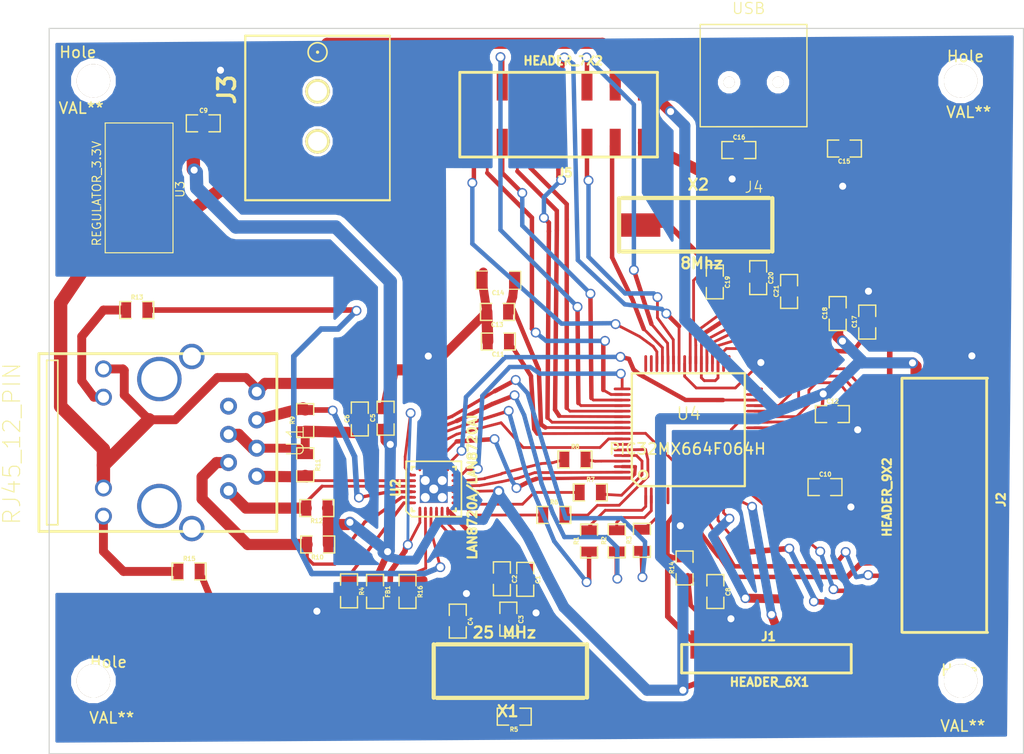
<source format=kicad_pcb>
(kicad_pcb (version 3) (host pcbnew "(2013-08-24 BZR 4298)-stable")

  (general
    (links 155)
    (no_connects 0)
    (area 32.969999 65.227999 120.700001 130.606001)
    (thickness 1.6)
    (drawings 11)
    (tracks 852)
    (zones 0)
    (modules 52)
    (nets 67)
  )

  (page A)
  (layers
    (15 F.Cu signal)
    (0 B.Cu signal)
    (16 B.Adhes user)
    (17 F.Adhes user)
    (18 B.Paste user)
    (19 F.Paste user)
    (20 B.SilkS user)
    (21 F.SilkS user)
    (22 B.Mask user)
    (23 F.Mask user)
    (24 Dwgs.User user)
    (25 Cmts.User user)
    (26 Eco1.User user)
    (27 Eco2.User user)
    (28 Edge.Cuts user)
  )

  (setup
    (last_trace_width 1)
    (user_trace_width 0.2)
    (user_trace_width 0.25)
    (user_trace_width 0.3)
    (user_trace_width 0.4)
    (user_trace_width 0.5)
    (user_trace_width 0.6)
    (user_trace_width 0.7)
    (user_trace_width 0.8)
    (user_trace_width 0.9)
    (user_trace_width 1)
    (user_trace_width 1.1)
    (user_trace_width 1.2)
    (trace_clearance 0.2)
    (zone_clearance 0.508)
    (zone_45_only no)
    (trace_min 0.2)
    (segment_width 0.2)
    (edge_width 0.1)
    (via_size 0.889)
    (via_drill 0.635)
    (via_min_size 0.889)
    (via_min_drill 0.508)
    (uvia_size 0.508)
    (uvia_drill 0.127)
    (uvias_allowed no)
    (uvia_min_size 0.508)
    (uvia_min_drill 0.127)
    (pcb_text_width 0.3)
    (pcb_text_size 1.5 1.5)
    (mod_edge_width 0.15)
    (mod_text_size 1 1)
    (mod_text_width 0.15)
    (pad_size 3 3)
    (pad_drill 3)
    (pad_to_mask_clearance 0)
    (pad_to_paste_clearance_ratio -0.2)
    (aux_axis_origin 0 0)
    (visible_elements 7FFFFFFF)
    (pcbplotparams
      (layerselection 272400385)
      (usegerberextensions true)
      (excludeedgelayer true)
      (linewidth 0.150000)
      (plotframeref false)
      (viasonmask false)
      (mode 1)
      (useauxorigin false)
      (hpglpennumber 1)
      (hpglpenspeed 20)
      (hpglpendiameter 15)
      (hpglpenoverlay 2)
      (psnegative false)
      (psa4output false)
      (plotreference true)
      (plotvalue true)
      (plotothertext true)
      (plotinvisibletext false)
      (padsonsilk false)
      (subtractmaskfromsilk false)
      (outputformat 1)
      (mirror false)
      (drillshape 0)
      (scaleselection 1)
      (outputdirectory ""))
  )

  (net 0 "")
  (net 1 +3.3v)
  (net 2 +5v_Vbus)
  (net 3 AVDD)
  (net 4 D+)
  (net 5 D-)
  (net 6 ECRSDV)
  (net 7 EMDC)
  (net 8 EMDIO)
  (net 9 EREFCLK)
  (net 10 ERXD0)
  (net 11 ERXD1)
  (net 12 ERXERR)
  (net 13 ETXD0)
  (net 14 ETXD1)
  (net 15 ETXEN)
  (net 16 GND)
  (net 17 GreenLED)
  (net 18 ICSPCLK_RB1)
  (net 19 ICSPDAT_RB0)
  (net 20 N-000001)
  (net 21 N-0000012)
  (net 22 N-0000013)
  (net 23 N-0000014)
  (net 24 N-0000015)
  (net 25 N-0000017)
  (net 26 N-0000018)
  (net 27 N-000002)
  (net 28 N-0000025)
  (net 29 N-0000028)
  (net 30 N-0000029)
  (net 31 N-000003)
  (net 32 N-0000030)
  (net 33 N-000004)
  (net 34 N-0000069)
  (net 35 N-0000074)
  (net 36 RB10)
  (net 37 RB11)
  (net 38 RB12)
  (net 39 RB13)
  (net 40 RB14)
  (net 41 RB2)
  (net 42 RB3)
  (net 43 RB4)
  (net 44 RB5)
  (net 45 RB6)
  (net 46 RB7)
  (net 47 RB8)
  (net 48 RB9)
  (net 49 RD0)
  (net 50 RD10)
  (net 51 RD11)
  (net 52 RD2)
  (net 53 RD3)
  (net 54 RD4)
  (net 55 RD5)
  (net 56 RD6)
  (net 57 RD7)
  (net 58 RD8)
  (net 59 RD9)
  (net 60 RXN)
  (net 61 RXP)
  (net 62 TXN)
  (net 63 TXP)
  (net 64 YellowLED)
  (net 65 nRST)
  (net 66 ~MCLR~)

  (net_class Default "This is the default net class."
    (clearance 0.2)
    (trace_width 0.2)
    (via_dia 0.889)
    (via_drill 0.635)
    (uvia_dia 0.508)
    (uvia_drill 0.127)
    (add_net "")
    (add_net +3.3v)
    (add_net +5v_Vbus)
    (add_net AVDD)
    (add_net D+)
    (add_net D-)
    (add_net ECRSDV)
    (add_net EMDC)
    (add_net EMDIO)
    (add_net EREFCLK)
    (add_net ERXD0)
    (add_net ERXD1)
    (add_net ERXERR)
    (add_net ETXD0)
    (add_net ETXD1)
    (add_net ETXEN)
    (add_net GND)
    (add_net GreenLED)
    (add_net ICSPCLK_RB1)
    (add_net ICSPDAT_RB0)
    (add_net N-000001)
    (add_net N-0000012)
    (add_net N-0000013)
    (add_net N-0000014)
    (add_net N-0000015)
    (add_net N-0000017)
    (add_net N-0000018)
    (add_net N-000002)
    (add_net N-0000025)
    (add_net N-0000028)
    (add_net N-0000029)
    (add_net N-000003)
    (add_net N-0000030)
    (add_net N-000004)
    (add_net N-0000069)
    (add_net N-0000074)
    (add_net RB10)
    (add_net RB11)
    (add_net RB12)
    (add_net RB13)
    (add_net RB14)
    (add_net RB2)
    (add_net RB3)
    (add_net RB4)
    (add_net RB5)
    (add_net RB6)
    (add_net RB7)
    (add_net RB8)
    (add_net RB9)
    (add_net RD0)
    (add_net RD10)
    (add_net RD11)
    (add_net RD2)
    (add_net RD3)
    (add_net RD4)
    (add_net RD5)
    (add_net RD6)
    (add_net RD7)
    (add_net RD8)
    (add_net RD9)
    (add_net RXN)
    (add_net RXP)
    (add_net TXN)
    (add_net TXP)
    (add_net YellowLED)
    (add_net nRST)
    (add_net ~MCLR~)
  )

  (module TED_QFN24 (layer F.Cu) (tedit 5253778A) (tstamp 524D57C4)
    (at 67.61 106.73 90)
    (path /523D3809)
    (fp_text reference U2 (at 0.1 -3.425 90) (layer F.SilkS)
      (effects (font (size 0.8 0.8) (thickness 0.2)))
    )
    (fp_text value LAN8720A/LAN8720AI (at 0.175 3.475 90) (layer F.SilkS)
      (effects (font (size 0.8 0.8) (thickness 0.2)))
    )
    (fp_line (start -1.99136 -2.4892) (end 2.4892 -2.4892) (layer F.SilkS) (width 0.14986))
    (fp_line (start -2.4892 -1.99136) (end -2.4892 2.4892) (layer F.SilkS) (width 0.14986))
    (fp_line (start -2.4892 -1.99136) (end -1.99136 -2.4892) (layer F.SilkS) (width 0.14986))
    (fp_line (start -1.99136 -1.74244) (end -1.99136 -1.99136) (layer F.SilkS) (width 0.20066))
    (fp_line (start -1.99136 -1.99136) (end -1.74244 -1.99136) (layer F.SilkS) (width 0.20066))
    (fp_line (start -1.74244 1.99136) (end -1.99136 1.99136) (layer F.SilkS) (width 0.20066))
    (fp_line (start -1.99136 1.99136) (end -1.99136 1.74244) (layer F.SilkS) (width 0.20066))
    (fp_line (start 1.99136 1.74244) (end 1.99136 1.99136) (layer F.SilkS) (width 0.20066))
    (fp_line (start 1.99136 1.99136) (end 1.74244 1.99136) (layer F.SilkS) (width 0.20066))
    (fp_line (start 1.74244 -1.99136) (end 1.99136 -1.99136) (layer F.SilkS) (width 0.20066))
    (fp_line (start 1.99136 -1.99136) (end 1.99136 -1.74244) (layer F.SilkS) (width 0.20066))
    (fp_line (start 2.4892 2.4892) (end -2.4892 2.4892) (layer F.SilkS) (width 0.14986))
    (fp_line (start 2.4892 -2.4892) (end 2.4892 2.4892) (layer F.SilkS) (width 0.14986))
    (pad 25 smd rect (at 0 0) (size 2.49936 2.49936)
      (layers F.Cu F.Paste)
      (net 16 GND)
      (zone_connect 1)
    )
    (pad 1 smd oval (at -1.99898 -1.24968 90) (size 0.8001 0.24892)
      (layers F.Cu F.Paste F.Mask)
      (net 3 AVDD)
    )
    (pad 2 smd oval (at -1.99898 -0.7493 90) (size 0.8001 0.24892)
      (layers F.Cu F.Paste F.Mask)
      (net 27 N-000002)
    )
    (pad 3 smd oval (at -1.99898 -0.24892 90) (size 0.8001 0.24892)
      (layers F.Cu F.Paste F.Mask)
      (net 20 N-000001)
    )
    (pad 4 smd oval (at -1.99898 0.24892 90) (size 0.8001 0.24892)
      (layers F.Cu F.Paste F.Mask)
      (net 23 N-0000014)
    )
    (pad 5 smd oval (at -1.99898 0.7493 90) (size 0.8001 0.24892)
      (layers F.Cu F.Paste F.Mask)
      (net 31 N-000003)
    )
    (pad 6 smd oval (at -1.99898 1.24968 90) (size 0.8001 0.24892)
      (layers F.Cu F.Paste F.Mask)
      (net 24 N-0000015)
    )
    (pad 7 smd oval (at -1.24968 1.99898 180) (size 0.8001 0.24892)
      (layers F.Cu F.Paste F.Mask)
      (net 22 N-0000013)
    )
    (pad 8 smd oval (at -0.7493 1.99898 180) (size 0.8001 0.24892)
      (layers F.Cu F.Paste F.Mask)
      (net 21 N-0000012)
    )
    (pad 9 smd oval (at -0.24892 1.99898 180) (size 0.8001 0.24892)
      (layers F.Cu F.Paste F.Mask)
      (net 1 +3.3v)
    )
    (pad 10 smd oval (at 0.24892 1.99898 180) (size 0.8001 0.24892)
      (layers F.Cu F.Paste F.Mask)
      (net 12 ERXERR)
    )
    (pad 11 smd oval (at 0.7493 1.99898 180) (size 0.8001 0.24892)
      (layers F.Cu F.Paste F.Mask)
      (net 28 N-0000025)
    )
    (pad 12 smd oval (at 1.24968 1.99898 180) (size 0.8001 0.24892)
      (layers F.Cu F.Paste F.Mask)
      (net 8 EMDIO)
    )
    (pad 13 smd oval (at 1.99898 1.24968 270) (size 0.8001 0.24892)
      (layers F.Cu F.Paste F.Mask)
      (net 7 EMDC)
    )
    (pad 14 smd oval (at 1.99898 0.7493 270) (size 0.8001 0.24892)
      (layers F.Cu F.Paste F.Mask)
      (net 9 EREFCLK)
    )
    (pad 15 smd oval (at 1.99898 0.24892 270) (size 0.8001 0.24892)
      (layers F.Cu F.Paste F.Mask)
      (net 65 nRST)
    )
    (pad 16 smd oval (at 1.99898 -0.24892 270) (size 0.8001 0.24892)
      (layers F.Cu F.Paste F.Mask)
      (net 32 N-0000030)
    )
    (pad 17 smd oval (at 1.99898 -0.7493 270) (size 0.8001 0.24892)
      (layers F.Cu F.Paste F.Mask)
      (net 30 N-0000029)
    )
    (pad 18 smd oval (at 1.99898 -1.24968 270) (size 0.8001 0.24892)
      (layers F.Cu F.Paste F.Mask)
      (net 29 N-0000028)
    )
    (pad 19 smd oval (at 1.24968 -1.99898) (size 0.8001 0.24892)
      (layers F.Cu F.Paste F.Mask)
      (net 3 AVDD)
    )
    (pad 20 smd oval (at 0.7493 -1.99898) (size 0.8001 0.24892)
      (layers F.Cu F.Paste F.Mask)
      (net 62 TXN)
    )
    (pad 21 smd oval (at 0.24892 -1.99898) (size 0.8001 0.24892)
      (layers F.Cu F.Paste F.Mask)
      (net 63 TXP)
    )
    (pad 22 smd oval (at -0.24892 -1.99898) (size 0.8001 0.24892)
      (layers F.Cu F.Paste F.Mask)
      (net 60 RXN)
    )
    (pad 23 smd oval (at -0.7493 -1.99898) (size 0.8001 0.24892)
      (layers F.Cu F.Paste F.Mask)
      (net 61 RXP)
    )
    (pad 24 smd oval (at -1.24968 -1.99898) (size 0.8001 0.24892)
      (layers F.Cu F.Paste F.Mask)
      (net 33 N-000004)
    )
    (pad 25 thru_hole circle (at 0 0) (size 0.8 0.8) (drill 0.8)
      (layers *.Cu)
      (net 16 GND)
    )
    (pad 25 thru_hole circle (at 0.762 -0.762) (size 0.8 0.8) (drill 0.8)
      (layers *.Cu)
      (net 16 GND)
      (zone_connect 1)
    )
    (pad 25 thru_hole circle (at -0.762 -0.762) (size 0.8 0.8) (drill 0.8)
      (layers *.Cu)
      (net 16 GND)
      (zone_connect 1)
    )
    (pad 25 thru_hole circle (at 0.762 0.762) (size 0.8 0.8) (drill 0.8)
      (layers *.Cu)
      (net 16 GND)
      (zone_connect 1)
    )
    (pad 25 thru_hole circle (at -0.762 0.762) (size 0.8 0.8) (drill 0.8)
      (layers *.Cu)
      (net 16 GND)
      (zone_connect 1)
    )
    (pad 25 smd rect (at 0 0) (size 2.49936 2.49936)
      (layers B.Cu B.Paste)
      (net 16 GND)
      (zone_connect 1)
    )
    (model smd/qfn24.wrl
      (at (xyz 0 0 0))
      (scale (xyz 1 1 1))
      (rotate (xyz 0 0 0))
    )
  )

  (module TED_SM1206 (layer F.Cu) (tedit 522E5F8D) (tstamp 52467A28)
    (at 73.42 87.93 180)
    (path /523F8B05)
    (attr smd)
    (fp_text reference C14 (at 0.0254 -1.14808 180) (layer F.SilkS)
      (effects (font (size 0.381 0.381) (thickness 0.09398)))
    )
    (fp_text value 10uF (at 0.10668 1.19888 180) (layer F.SilkS) hide
      (effects (font (size 0.381 0.381) (thickness 0.09398)))
    )
    (fp_line (start -1.00076 0.79756) (end -2.01676 0.79756) (layer F.SilkS) (width 0.09906))
    (fp_line (start -2.02184 0.762) (end -2.02184 -0.762) (layer F.SilkS) (width 0.09906))
    (fp_line (start -2.02184 -0.82296) (end -1.00584 -0.82296) (layer F.SilkS) (width 0.09906))
    (fp_line (start 0.98552 -0.82804) (end 2.00152 -0.82804) (layer F.SilkS) (width 0.09906))
    (fp_line (start 2.01676 -0.762) (end 2.01676 0.762) (layer F.SilkS) (width 0.09906))
    (fp_line (start 2.01168 0.81788) (end 0.99568 0.81788) (layer F.SilkS) (width 0.09906))
    (pad 1 smd rect (at -1.46304 -0.01524 180) (size 1.00076 1.50114)
      (layers F.Cu F.Paste F.Mask)
      (net 25 N-0000017)
    )
    (pad 2 smd rect (at 1.46304 -0.00508 180) (size 1.00076 1.5494)
      (layers F.Cu F.Paste F.Mask)
      (net 16 GND)
    )
    (model smd/chip_cms.wrl
      (at (xyz 0 0 0))
      (scale (xyz 0.1 0.1 0.1))
      (rotate (xyz 0 0 0))
    )
  )

  (module TED_USB_SMT_MINI (layer F.Cu) (tedit 521A2BF5) (tstamp 52467AEB)
    (at 96.375 69.525 180)
    (path /5241120F)
    (fp_text reference J4 (at -0.0381 -10.04316 180) (layer F.SilkS)
      (effects (font (size 1.00076 1.00076) (thickness 0.09906)))
    )
    (fp_text value USB (at 0.4445 6.0452 180) (layer F.SilkS)
      (effects (font (size 1.00076 1.00076) (thickness 0.09906)))
    )
    (fp_line (start -4.8006 -4.59994) (end 4.8006 -4.60248) (layer F.SilkS) (width 0.127))
    (fp_line (start 4.8006 -4.60248) (end 4.8006 4.59994) (layer F.SilkS) (width 0.127))
    (fp_line (start 4.8006 4.59994) (end -4.8006 4.59994) (layer F.SilkS) (width 0.127))
    (fp_line (start -4.8006 4.59994) (end -4.8006 -4.59994) (layer F.SilkS) (width 0.127))
    (pad GP smd rect (at 4.45008 -3.0988 180) (size 1.6002 1.6002)
      (layers F.Cu F.Paste F.Mask)
    )
    (pad GP smd rect (at 4.45008 2.4003 180) (size 1.6002 1.6002)
      (layers F.Cu F.Paste F.Mask)
    )
    (pad GP smd rect (at -4.45008 -3.0988 180) (size 1.6002 1.6002)
      (layers F.Cu F.Paste F.Mask)
    )
    (pad "" thru_hole circle (at 2.19964 -0.59944 180) (size 1.00076 1.00076) (drill 1.00076)
      (layers *.Cu *.Mask F.SilkS)
    )
    (pad 4 smd rect (at 0.8001 -3.70078 180) (size 0.50038 1.19888)
      (layers F.Cu F.Paste F.Mask)
      (net 16 GND)
    )
    (pad 1 smd rect (at -1.6002 -3.70078 180) (size 0.50038 1.19888)
      (layers F.Cu F.Paste F.Mask)
      (net 2 +5v_Vbus)
    )
    (pad 2 smd rect (at -0.8001 -3.70078 180) (size 0.50038 1.19888)
      (layers F.Cu F.Paste F.Mask)
      (net 5 D-)
    )
    (pad 5 smd rect (at 1.6002 -3.70078 180) (size 0.50038 1.19888)
      (layers F.Cu F.Paste F.Mask)
      (net 34 N-0000069)
    )
    (pad 3 smd rect (at 0.0127 -3.70078 180) (size 0.50038 1.19888)
      (layers F.Cu F.Paste F.Mask)
      (net 4 D+)
    )
    (pad GP smd rect (at -4.45008 2.4003 180) (size 1.6002 1.6002)
      (layers F.Cu F.Paste F.Mask)
    )
    (pad "" thru_hole circle (at -2.19964 -0.59944 180) (size 1.00076 1.00076) (drill 1.00076)
      (layers *.Cu *.Mask F.SilkS)
    )
  )

  (module TQFP_64 (layer F.Cu) (tedit 48A969ED) (tstamp 52467C56)
    (at 90.425 101.475)
    (tags "TQFP64 TQFP SMD IC")
    (path /523BFA34)
    (fp_text reference U4 (at 0.127 -1.524) (layer F.SilkS)
      (effects (font (size 1.09982 1.09982) (thickness 0.127)))
    )
    (fp_text value PIC32MX664F064H (at 0 1.651) (layer F.SilkS)
      (effects (font (size 1.00076 1.00076) (thickness 0.1524)))
    )
    (fp_circle (center -3.98272 3.98272) (end -3.98272 3.60172) (layer F.SilkS) (width 0.2032))
    (fp_line (start 5.16128 -5.16128) (end -4.99872 -5.16128) (layer F.SilkS) (width 0.2032))
    (fp_line (start -4.99872 -5.16128) (end -4.99872 4.36372) (layer F.SilkS) (width 0.2032))
    (fp_line (start -4.99872 4.36372) (end -4.36372 4.99872) (layer F.SilkS) (width 0.2032))
    (fp_line (start -4.36372 4.99872) (end 5.16128 4.99872) (layer F.SilkS) (width 0.2032))
    (fp_line (start 5.16128 4.99872) (end 5.16128 -5.16128) (layer F.SilkS) (width 0.2032))
    (pad 1 smd rect (at -3.74904 5.86994) (size 0.24892 1.524)
      (layers F.Cu F.Paste F.Mask)
      (net 15 ETXEN)
    )
    (pad 2 smd oval (at -3.24866 5.86994) (size 0.24892 1.524)
      (layers F.Cu F.Paste F.Mask)
      (net 13 ETXD0)
    )
    (pad 3 smd oval (at -2.74828 5.86994) (size 0.24892 1.524)
      (layers F.Cu F.Paste F.Mask)
      (net 14 ETXD1)
    )
    (pad 4 smd oval (at -2.2479 5.86994) (size 0.24892 1.524)
      (layers F.Cu F.Paste F.Mask)
    )
    (pad 5 smd oval (at -1.74752 5.86994) (size 0.24892 1.524)
      (layers F.Cu F.Paste F.Mask)
    )
    (pad 6 smd oval (at -1.24968 5.86994) (size 0.24892 1.524)
      (layers F.Cu F.Paste F.Mask)
    )
    (pad 7 smd oval (at -0.7493 5.86994) (size 0.24892 1.524)
      (layers F.Cu F.Paste F.Mask)
      (net 66 ~MCLR~)
    )
    (pad 8 smd oval (at -0.24892 5.86994) (size 0.24892 1.524)
      (layers F.Cu F.Paste F.Mask)
    )
    (pad 9 smd oval (at 0.25146 5.86994) (size 0.24892 1.524)
      (layers F.Cu F.Paste F.Mask)
      (net 16 GND)
    )
    (pad 10 smd oval (at 0.75184 5.86994) (size 0.24892 1.524)
      (layers F.Cu F.Paste F.Mask)
      (net 1 +3.3v)
    )
    (pad 11 smd oval (at 1.25222 5.86994) (size 0.24892 1.524)
      (layers F.Cu F.Paste F.Mask)
      (net 44 RB5)
    )
    (pad 12 smd oval (at 1.75006 5.86994) (size 0.24892 1.524)
      (layers F.Cu F.Paste F.Mask)
      (net 43 RB4)
    )
    (pad 13 smd oval (at 2.25044 5.86994) (size 0.24892 1.524)
      (layers F.Cu F.Paste F.Mask)
      (net 42 RB3)
    )
    (pad 14 smd oval (at 2.75082 5.86994) (size 0.24892 1.524)
      (layers F.Cu F.Paste F.Mask)
      (net 41 RB2)
    )
    (pad 15 smd oval (at 3.2512 5.86994) (size 0.24892 1.524)
      (layers F.Cu F.Paste F.Mask)
      (net 18 ICSPCLK_RB1)
    )
    (pad 16 smd oval (at 3.75158 5.86994) (size 0.24892 1.524)
      (layers F.Cu F.Paste F.Mask)
      (net 19 ICSPDAT_RB0)
    )
    (pad 17 smd oval (at 6.0325 3.74904) (size 1.524 0.24892)
      (layers F.Cu F.Paste F.Mask)
      (net 45 RB6)
    )
    (pad 18 smd oval (at 6.0325 3.24866) (size 1.524 0.24892)
      (layers F.Cu F.Paste F.Mask)
      (net 46 RB7)
    )
    (pad 19 smd oval (at 6.0325 2.74828) (size 1.524 0.24892)
      (layers F.Cu F.Paste F.Mask)
      (net 1 +3.3v)
    )
    (pad 20 smd oval (at 6.0325 2.2479) (size 1.524 0.24892)
      (layers F.Cu F.Paste F.Mask)
      (net 16 GND)
    )
    (pad 21 smd oval (at 6.0325 1.74752) (size 1.524 0.24892)
      (layers F.Cu F.Paste F.Mask)
      (net 47 RB8)
    )
    (pad 22 smd oval (at 6.0325 1.24968) (size 1.524 0.24892)
      (layers F.Cu F.Paste F.Mask)
      (net 48 RB9)
    )
    (pad 23 smd oval (at 6.0325 0.7493) (size 1.524 0.24892)
      (layers F.Cu F.Paste F.Mask)
      (net 36 RB10)
    )
    (pad 24 smd oval (at 6.0325 0.24892) (size 1.524 0.24892)
      (layers F.Cu F.Paste F.Mask)
      (net 37 RB11)
    )
    (pad 25 smd oval (at 6.0325 -0.25146) (size 1.524 0.24892)
      (layers F.Cu F.Paste F.Mask)
      (net 16 GND)
    )
    (pad 26 smd oval (at 6.0325 -0.75184) (size 1.524 0.24892)
      (layers F.Cu F.Paste F.Mask)
      (net 1 +3.3v)
    )
    (pad 27 smd oval (at 6.0325 -1.25222) (size 1.524 0.24892)
      (layers F.Cu F.Paste F.Mask)
      (net 38 RB12)
    )
    (pad 28 smd oval (at 6.0325 -1.75006) (size 1.524 0.24892)
      (layers F.Cu F.Paste F.Mask)
      (net 39 RB13)
    )
    (pad 29 smd oval (at 6.0325 -2.25044) (size 1.524 0.24892)
      (layers F.Cu F.Paste F.Mask)
      (net 40 RB14)
    )
    (pad 30 smd oval (at 6.0325 -2.75082) (size 1.524 0.24892)
      (layers F.Cu F.Paste F.Mask)
      (net 7 EMDC)
    )
    (pad 31 smd oval (at 6.0325 -3.2512) (size 1.524 0.24892)
      (layers F.Cu F.Paste F.Mask)
    )
    (pad 32 smd oval (at 6.0325 -3.75158) (size 1.524 0.24892)
      (layers F.Cu F.Paste F.Mask)
    )
    (pad 33 smd oval (at 3.75158 -6.0325) (size 0.24892 1.524)
      (layers F.Cu F.Paste F.Mask)
    )
    (pad 34 smd oval (at 3.2512 -6.0325) (size 0.24892 1.524)
      (layers F.Cu F.Paste F.Mask)
      (net 2 +5v_Vbus)
    )
    (pad 35 smd oval (at 2.75082 -6.0325) (size 0.24892 1.524)
      (layers F.Cu F.Paste F.Mask)
      (net 1 +3.3v)
    )
    (pad 36 smd oval (at 2.25044 -6.0325) (size 0.24892 1.524)
      (layers F.Cu F.Paste F.Mask)
      (net 5 D-)
    )
    (pad 37 smd oval (at 1.75006 -6.0325) (size 0.24892 1.524)
      (layers F.Cu F.Paste F.Mask)
      (net 4 D+)
    )
    (pad 38 smd oval (at 1.25222 -6.0325) (size 0.24892 1.524)
      (layers F.Cu F.Paste F.Mask)
      (net 1 +3.3v)
    )
    (pad 39 smd oval (at 0.75184 -6.0325) (size 0.24892 1.524)
      (layers F.Cu F.Paste F.Mask)
      (net 35 N-0000074)
    )
    (pad 40 smd oval (at 0.25146 -6.0325) (size 0.24892 1.524)
      (layers F.Cu F.Paste F.Mask)
      (net 26 N-0000018)
    )
    (pad 41 smd oval (at -0.24892 -6.0325) (size 0.24892 1.524)
      (layers F.Cu F.Paste F.Mask)
      (net 16 GND)
    )
    (pad 42 smd oval (at -0.7493 -6.0325) (size 0.24892 1.524)
      (layers F.Cu F.Paste F.Mask)
      (net 58 RD8)
    )
    (pad 43 smd oval (at -1.24968 -6.0325) (size 0.24892 1.524)
      (layers F.Cu F.Paste F.Mask)
      (net 59 RD9)
    )
    (pad 44 smd oval (at -1.74752 -6.0325) (size 0.24892 1.524)
      (layers F.Cu F.Paste F.Mask)
      (net 50 RD10)
    )
    (pad 45 smd oval (at -2.2479 -6.0325) (size 0.24892 1.524)
      (layers F.Cu F.Paste F.Mask)
      (net 51 RD11)
    )
    (pad 46 smd oval (at -2.74828 -6.0325) (size 0.24892 1.524)
      (layers F.Cu F.Paste F.Mask)
      (net 49 RD0)
    )
    (pad 47 smd oval (at -3.24866 -6.0325) (size 0.24892 1.524)
      (layers F.Cu F.Paste F.Mask)
    )
    (pad 48 smd oval (at -3.74904 -6.0325) (size 0.24892 1.524)
      (layers F.Cu F.Paste F.Mask)
    )
    (pad 49 smd oval (at -5.86994 -3.75158) (size 1.524 0.24892)
      (layers F.Cu F.Paste F.Mask)
      (net 8 EMDIO)
    )
    (pad 50 smd oval (at -5.86994 -3.2512) (size 1.524 0.24892)
      (layers F.Cu F.Paste F.Mask)
      (net 52 RD2)
    )
    (pad 52 smd oval (at -5.86994 -2.25044) (size 1.524 0.24892)
      (layers F.Cu F.Paste F.Mask)
      (net 54 RD4)
    )
    (pad 51 smd oval (at -5.88772 -2.75082) (size 1.524 0.24892)
      (layers F.Cu F.Paste F.Mask)
      (net 53 RD3)
    )
    (pad 53 smd oval (at -5.86994 -1.75006) (size 1.524 0.24892)
      (layers F.Cu F.Paste F.Mask)
      (net 55 RD5)
    )
    (pad 54 smd oval (at -5.86994 -1.25222) (size 1.524 0.24892)
      (layers F.Cu F.Paste F.Mask)
      (net 56 RD6)
    )
    (pad 55 smd oval (at -5.86994 -0.75184) (size 1.524 0.24892)
      (layers F.Cu F.Paste F.Mask)
      (net 57 RD7)
    )
    (pad 56 smd oval (at -5.86994 -0.25146) (size 1.524 0.24892)
      (layers F.Cu F.Paste F.Mask)
      (net 25 N-0000017)
    )
    (pad 57 smd oval (at -5.86994 0.24892) (size 1.524 0.24892)
      (layers F.Cu F.Paste F.Mask)
      (net 1 +3.3v)
    )
    (pad 58 smd oval (at -5.86994 0.7493) (size 1.524 0.24892)
      (layers F.Cu F.Paste F.Mask)
      (net 65 nRST)
    )
    (pad 59 smd oval (at -5.86994 1.24206) (size 1.524 0.24892)
      (layers F.Cu F.Paste F.Mask)
    )
    (pad 60 smd oval (at -5.86994 1.74244) (size 1.524 0.24892)
      (layers F.Cu F.Paste F.Mask)
      (net 11 ERXD1)
    )
    (pad 61 smd oval (at -5.86994 2.24282) (size 1.524 0.24892)
      (layers F.Cu F.Paste F.Mask)
      (net 10 ERXD0)
    )
    (pad 62 smd oval (at -5.86994 2.7432) (size 1.524 0.24892)
      (layers F.Cu F.Paste F.Mask)
      (net 6 ECRSDV)
    )
    (pad 63 smd oval (at -5.86994 3.24104) (size 1.524 0.24892)
      (layers F.Cu F.Paste F.Mask)
      (net 9 EREFCLK)
    )
    (pad 64 smd oval (at -5.86994 3.74142) (size 1.524 0.24892)
      (layers F.Cu F.Paste F.Mask)
      (net 12 ERXERR)
    )
    (model smd/TQFP_64.wrl
      (at (xyz 0 0 0.001))
      (scale (xyz 0.3937 0.3937 0.3937))
      (rotate (xyz 0 0 0))
    )
  )

  (module TED_crystal_SMT_13x5mm (layer F.Cu) (tedit 4C13C050) (tstamp 52467CBD)
    (at 74.5 123.13 180)
    (path /523E7BF0)
    (fp_text reference X1 (at 0.2286 -3.60172 180) (layer F.SilkS)
      (effects (font (size 1.00076 1.00076) (thickness 0.20066)))
    )
    (fp_text value "25 MHz" (at 0.5334 3.47472 180) (layer F.SilkS)
      (effects (font (size 1.00076 1.00076) (thickness 0.20066)))
    )
    (fp_line (start 6.89356 -2.3876) (end 6.89356 2.41808) (layer F.SilkS) (width 0.381))
    (fp_line (start -6.89356 -2.37236) (end -6.89356 2.43332) (layer F.SilkS) (width 0.381))
    (fp_line (start -6.59892 2.41808) (end 6.61416 2.41808) (layer F.SilkS) (width 0.381))
    (fp_line (start -6.604 -2.40284) (end 6.60908 -2.40284) (layer F.SilkS) (width 0.381))
    (pad 1 smd rect (at -5.08 0.03556 180) (size 3.79984 2.10058)
      (layers F.Cu F.Paste F.Mask)
      (net 31 N-000003)
    )
    (pad 2 smd rect (at 5.08 -0.06096 180) (size 3.79984 2.10058)
      (layers F.Cu F.Paste F.Mask)
      (net 23 N-0000014)
    )
  )

  (module TED_crystal_SMT_13x5mm (layer F.Cu) (tedit 4C13C050) (tstamp 52467CC7)
    (at 91.17 82.94)
    (path /523F7B39)
    (fp_text reference X2 (at 0.2286 -3.60172) (layer F.SilkS)
      (effects (font (size 1.00076 1.00076) (thickness 0.20066)))
    )
    (fp_text value 8Mhz (at 0.5334 3.47472) (layer F.SilkS)
      (effects (font (size 1.00076 1.00076) (thickness 0.20066)))
    )
    (fp_line (start 6.89356 -2.3876) (end 6.89356 2.41808) (layer F.SilkS) (width 0.381))
    (fp_line (start -6.89356 -2.37236) (end -6.89356 2.43332) (layer F.SilkS) (width 0.381))
    (fp_line (start -6.59892 2.41808) (end 6.61416 2.41808) (layer F.SilkS) (width 0.381))
    (fp_line (start -6.604 -2.40284) (end 6.60908 -2.40284) (layer F.SilkS) (width 0.381))
    (pad 1 smd rect (at -5.08 0.03556) (size 3.79984 2.10058)
      (layers F.Cu F.Paste F.Mask)
      (net 26 N-0000018)
    )
    (pad 2 smd rect (at 5.08 -0.06096) (size 3.79984 2.10058)
      (layers F.Cu F.Paste F.Mask)
      (net 35 N-0000074)
    )
  )

  (module TED_RJ45_12pin_Bottom (layer F.Cu) (tedit 5244FBB3) (tstamp 52467EB3)
    (at 42.8 102.55 270)
    (path /5245188F)
    (fp_text reference U1 (at -0.1524 -12.36472 270) (layer F.SilkS)
      (effects (font (thickness 0.09906)))
    )
    (fp_text value RJ45_12_PIN (at 0.1016 13.13688 270) (layer F.SilkS)
      (effects (font (thickness 0.09906)))
    )
    (fp_line (start -7.4 9) (end -7.4 10) (layer F.SilkS) (width 0.15))
    (fp_line (start -7.4 10) (end 7.4 10) (layer F.SilkS) (width 0.15))
    (fp_line (start 7.4 10) (end 7.4 9) (layer F.SilkS) (width 0.15))
    (fp_line (start 7.4 9) (end -7.4 9) (layer F.SilkS) (width 0.15))
    (fp_line (start -8 -10.7) (end 8 -10.7) (layer F.SilkS) (width 0.254))
    (fp_line (start 8 -10.7) (end 8 10.7) (layer F.SilkS) (width 0.254))
    (fp_line (start 8 10.7) (end -8 10.7) (layer F.SilkS) (width 0.254))
    (fp_line (start -8 10.7) (end -8 -10.7) (layer F.SilkS) (width 0.254))
    (pad 12 thru_hole circle (at -6.625 4.9 270) (size 1.524 1.524) (drill 1.02)
      (layers F.Cu)
      (net 16 GND)
      (clearance 0.2)
    )
    (pad 11 thru_hole circle (at -4.085 4.9 270) (size 1.524 1.524) (drill 1.02)
      (layers F.Cu)
      (net 64 YellowLED)
      (clearance 0.2)
    )
    (pad 10 thru_hole circle (at 4.085 4.9 270) (size 1.524 1.524) (drill 1.02)
      (layers F.Cu)
      (net 16 GND)
      (clearance 0.2)
    )
    (pad 9 thru_hole circle (at 6.625 4.9 270) (size 1.524 1.524) (drill 1.02)
      (layers F.Cu)
      (net 17 GreenLED)
      (clearance 0.2)
    )
    (pad 7 thru_hole circle (at -3.2766 -6.35 270) (size 1.524 1.524) (drill 0.89)
      (layers F.Cu)
    )
    (pad 3 thru_hole circle (at 1.8034 -6.35 270) (size 1.524 1.524) (drill 0.89)
      (layers F.Cu)
      (net 61 RXP)
    )
    (pad 5 thru_hole circle (at -0.7366 -6.35 270) (size 1.524 1.524) (drill 0.89)
      (layers F.Cu)
      (net 1 +3.3v)
    )
    (pad 1 thru_hole circle (at 4.33324 -6.35 270) (size 1.524 1.524) (drill 0.89)
      (layers F.Cu)
      (net 63 TXP)
    )
    (pad 2 thru_hole circle (at 3.03784 -8.89 270) (size 1.524 1.524) (drill 0.89)
      (layers F.Cu)
      (net 62 TXN)
    )
    (pad 6 thru_hole circle (at -2.032 -8.89 270) (size 1.524 1.524) (drill 0.89)
      (layers F.Cu)
      (net 60 RXN)
    )
    (pad 4 thru_hole circle (at 0.508 -8.89 270) (size 1.524 1.524) (drill 0.89)
      (layers F.Cu)
      (net 1 +3.3v)
    )
    (pad "" thru_hole circle (at 5.715 -0.13208 270) (size 4 4) (drill 3.25)
      (layers F.Cu)
    )
    (pad "" thru_hole circle (at -5.715 -0.13208 270) (size 4 4) (drill 3.25)
      (layers F.Cu)
      (clearance 0.3)
    )
    (pad "" thru_hole circle (at -7.745 -3.05 270) (size 2.286 2.286) (drill 1.63)
      (layers F.Cu)
      (clearance 0.3)
    )
    (pad "" thru_hole circle (at 7.745 -3.05 270) (size 2.286 2.286) (drill 1.63)
      (layers F.Cu)
      (clearance 0.3)
    )
    (pad 8 thru_hole circle (at -4.572 -8.89 270) (size 1.524 1.524) (drill 0.89)
      (layers F.Cu)
      (net 16 GND)
    )
  )

  (module TED_DC_2.1mm_SMT (layer F.Cu) (tedit 52450317) (tstamp 5246829E)
    (at 57.16 70.94 90)
    (path /523E218E)
    (fp_text reference J3 (at 0.15748 -8.15848 90) (layer F.SilkS)
      (effects (font (thickness 0.3048)))
    )
    (fp_text value "Logic DC_2.1MM" (at 0.1016 8.49884 90) (layer F.SilkS) hide
      (effects (font (thickness 0.3048)))
    )
    (fp_circle (center 3.525 0) (end 3.525 -0.075) (layer F.SilkS) (width 0.15))
    (fp_circle (center 3.525 0) (end 3.55 -0.85) (layer F.SilkS) (width 0.15))
    (fp_line (start -9.8 -6.5024) (end 5 -6.5024) (layer F.SilkS) (width 0.20066))
    (fp_line (start 5 -6.5024) (end 5 6.5024) (layer F.SilkS) (width 0.20066))
    (fp_line (start 5 6.5024) (end -9.8 6.5024) (layer F.SilkS) (width 0.15))
    (fp_line (start -9.8 6.5024) (end -9.8 -6.5024) (layer F.SilkS) (width 0.20066))
    (pad 4 thru_hole circle (at -4.5 0 90) (size 2.2 2.2) (drill 1.7)
      (layers F.Cu F.SilkS)
      (clearance 0.2)
    )
    (pad 3 smd rect (at 0 5.4 90) (size 1.99898 1.99898)
      (layers F.Cu F.Paste F.Mask)
      (clearance 0.2)
    )
    (pad 3 smd rect (at -6.1 5.4 90) (size 1.99898 1.99898)
      (layers F.Cu F.Paste F.Mask)
    )
    (pad 2 smd rect (at 0 -5.41528 90) (size 1.99898 1.99898)
      (layers F.Cu F.Paste F.Mask)
      (net 16 GND)
      (clearance 0.2)
    )
    (pad 1 smd rect (at -6.1 -5.4 90) (size 1.99898 1.99898)
      (layers F.Cu F.Paste F.Mask)
      (net 2 +5v_Vbus)
      (clearance 0.2)
    )
    (pad 4 thru_hole circle (at 0 0 90) (size 2.2 2.2) (drill 1.7)
      (layers *.Mask F.Cu F.SilkS)
      (clearance 0.2)
    )
  )

  (module TED_SM0805 (layer F.Cu) (tedit 522E5F71) (tstamp 52467BBD)
    (at 65.25 115.95 270)
    (path /523E8A3C)
    (attr smd)
    (fp_text reference R16 (at 0.0254 -1.14808 270) (layer F.SilkS)
      (effects (font (size 0.381 0.381) (thickness 0.09398)))
    )
    (fp_text value "10k 1%" (at 0.10668 1.19888 270) (layer F.SilkS) hide
      (effects (font (size 0.381 0.381) (thickness 0.09398)))
    )
    (fp_line (start -0.508 0.762) (end -1.524 0.762) (layer F.SilkS) (width 0.127))
    (fp_line (start -1.524 0.762) (end -1.524 -0.762) (layer F.SilkS) (width 0.127))
    (fp_line (start -1.524 -0.762) (end -0.508 -0.762) (layer F.SilkS) (width 0.127))
    (fp_line (start 0.508 -0.762) (end 1.524 -0.762) (layer F.SilkS) (width 0.127))
    (fp_line (start 1.524 -0.762) (end 1.524 0.762) (layer F.SilkS) (width 0.127))
    (fp_line (start 1.524 0.762) (end 0.508 0.762) (layer F.SilkS) (width 0.127))
    (pad 1 smd rect (at -0.9525 0 270) (size 0.889 1.397)
      (layers F.Cu F.Paste F.Mask)
      (net 27 N-000002)
    )
    (pad 2 smd rect (at 0.9525 0 270) (size 0.889 1.397)
      (layers F.Cu F.Paste F.Mask)
      (net 16 GND)
    )
    (model smd/chip_cms.wrl
      (at (xyz 0 0 0))
      (scale (xyz 0.1 0.1 0.1))
      (rotate (xyz 0 0 0))
    )
  )

  (module TED_SM0805 (layer F.Cu) (tedit 522E5F71) (tstamp 52467BB1)
    (at 45.6 114.15)
    (path /523E8044)
    (attr smd)
    (fp_text reference R15 (at 0.0254 -1.14808) (layer F.SilkS)
      (effects (font (size 0.381 0.381) (thickness 0.09398)))
    )
    (fp_text value 255 (at 0.10668 1.19888) (layer F.SilkS) hide
      (effects (font (size 0.381 0.381) (thickness 0.09398)))
    )
    (fp_line (start -0.508 0.762) (end -1.524 0.762) (layer F.SilkS) (width 0.127))
    (fp_line (start -1.524 0.762) (end -1.524 -0.762) (layer F.SilkS) (width 0.127))
    (fp_line (start -1.524 -0.762) (end -0.508 -0.762) (layer F.SilkS) (width 0.127))
    (fp_line (start 0.508 -0.762) (end 1.524 -0.762) (layer F.SilkS) (width 0.127))
    (fp_line (start 1.524 -0.762) (end 1.524 0.762) (layer F.SilkS) (width 0.127))
    (fp_line (start 1.524 0.762) (end 0.508 0.762) (layer F.SilkS) (width 0.127))
    (pad 1 smd rect (at -0.9525 0) (size 0.889 1.397)
      (layers F.Cu F.Paste F.Mask)
      (net 17 GreenLED)
    )
    (pad 2 smd rect (at 0.9525 0) (size 0.889 1.397)
      (layers F.Cu F.Paste F.Mask)
      (net 27 N-000002)
    )
    (model smd/chip_cms.wrl
      (at (xyz 0 0 0))
      (scale (xyz 0.1 0.1 0.1))
      (rotate (xyz 0 0 0))
    )
  )

  (module TED_SM0805 (layer F.Cu) (tedit 522E5F71) (tstamp 52467BA5)
    (at 90.17 113.84 90)
    (path /523F485A)
    (attr smd)
    (fp_text reference R14 (at 0.0254 -1.14808 90) (layer F.SilkS)
      (effects (font (size 0.381 0.381) (thickness 0.09398)))
    )
    (fp_text value 4.7k (at 0.10668 1.19888 90) (layer F.SilkS) hide
      (effects (font (size 0.381 0.381) (thickness 0.09398)))
    )
    (fp_line (start -0.508 0.762) (end -1.524 0.762) (layer F.SilkS) (width 0.127))
    (fp_line (start -1.524 0.762) (end -1.524 -0.762) (layer F.SilkS) (width 0.127))
    (fp_line (start -1.524 -0.762) (end -0.508 -0.762) (layer F.SilkS) (width 0.127))
    (fp_line (start 0.508 -0.762) (end 1.524 -0.762) (layer F.SilkS) (width 0.127))
    (fp_line (start 1.524 -0.762) (end 1.524 0.762) (layer F.SilkS) (width 0.127))
    (fp_line (start 1.524 0.762) (end 0.508 0.762) (layer F.SilkS) (width 0.127))
    (pad 1 smd rect (at -0.9525 0 90) (size 0.889 1.397)
      (layers F.Cu F.Paste F.Mask)
      (net 1 +3.3v)
    )
    (pad 2 smd rect (at 0.9525 0 90) (size 0.889 1.397)
      (layers F.Cu F.Paste F.Mask)
      (net 66 ~MCLR~)
    )
    (model smd/chip_cms.wrl
      (at (xyz 0 0 0))
      (scale (xyz 0.1 0.1 0.1))
      (rotate (xyz 0 0 0))
    )
  )

  (module TED_SM0805 (layer F.Cu) (tedit 522E5F71) (tstamp 52467B8D)
    (at 57.1 108.45 180)
    (path /523F1FBF)
    (attr smd)
    (fp_text reference R12 (at 0.0254 -1.14808 180) (layer F.SilkS)
      (effects (font (size 0.381 0.381) (thickness 0.09398)))
    )
    (fp_text value 49.9 (at 0.10668 1.19888 180) (layer F.SilkS) hide
      (effects (font (size 0.381 0.381) (thickness 0.09398)))
    )
    (fp_line (start -0.508 0.762) (end -1.524 0.762) (layer F.SilkS) (width 0.127))
    (fp_line (start -1.524 0.762) (end -1.524 -0.762) (layer F.SilkS) (width 0.127))
    (fp_line (start -1.524 -0.762) (end -0.508 -0.762) (layer F.SilkS) (width 0.127))
    (fp_line (start 0.508 -0.762) (end 1.524 -0.762) (layer F.SilkS) (width 0.127))
    (fp_line (start 1.524 -0.762) (end 1.524 0.762) (layer F.SilkS) (width 0.127))
    (fp_line (start 1.524 0.762) (end 0.508 0.762) (layer F.SilkS) (width 0.127))
    (pad 1 smd rect (at -0.9525 0 180) (size 0.889 1.397)
      (layers F.Cu F.Paste F.Mask)
      (net 1 +3.3v)
    )
    (pad 2 smd rect (at 0.9525 0 180) (size 0.889 1.397)
      (layers F.Cu F.Paste F.Mask)
      (net 63 TXP)
    )
    (model smd/chip_cms.wrl
      (at (xyz 0 0 0))
      (scale (xyz 0.1 0.1 0.1))
      (rotate (xyz 0 0 0))
    )
  )

  (module TED_SM0805 (layer F.Cu) (tedit 522E5F71) (tstamp 524A440A)
    (at 56.05 104.55 270)
    (path /523F1FD6)
    (attr smd)
    (fp_text reference R11 (at 0.0254 -1.14808 270) (layer F.SilkS)
      (effects (font (size 0.381 0.381) (thickness 0.09398)))
    )
    (fp_text value 49.9 (at 0.10668 1.19888 270) (layer F.SilkS) hide
      (effects (font (size 0.381 0.381) (thickness 0.09398)))
    )
    (fp_line (start -0.508 0.762) (end -1.524 0.762) (layer F.SilkS) (width 0.127))
    (fp_line (start -1.524 0.762) (end -1.524 -0.762) (layer F.SilkS) (width 0.127))
    (fp_line (start -1.524 -0.762) (end -0.508 -0.762) (layer F.SilkS) (width 0.127))
    (fp_line (start 0.508 -0.762) (end 1.524 -0.762) (layer F.SilkS) (width 0.127))
    (fp_line (start 1.524 -0.762) (end 1.524 0.762) (layer F.SilkS) (width 0.127))
    (fp_line (start 1.524 0.762) (end 0.508 0.762) (layer F.SilkS) (width 0.127))
    (pad 1 smd rect (at -0.9525 0 270) (size 0.889 1.397)
      (layers F.Cu F.Paste F.Mask)
      (net 1 +3.3v)
    )
    (pad 2 smd rect (at 0.9525 0 270) (size 0.889 1.397)
      (layers F.Cu F.Paste F.Mask)
      (net 62 TXN)
    )
    (model smd/chip_cms.wrl
      (at (xyz 0 0 0))
      (scale (xyz 0.1 0.1 0.1))
      (rotate (xyz 0 0 0))
    )
  )

  (module TED_SM0805 (layer F.Cu) (tedit 522E5F71) (tstamp 52467B75)
    (at 57.175 111.725 180)
    (path /523F1FDC)
    (attr smd)
    (fp_text reference R10 (at 0.0254 -1.14808 180) (layer F.SilkS)
      (effects (font (size 0.381 0.381) (thickness 0.09398)))
    )
    (fp_text value 49.9 (at 0.10668 1.19888 180) (layer F.SilkS) hide
      (effects (font (size 0.381 0.381) (thickness 0.09398)))
    )
    (fp_line (start -0.508 0.762) (end -1.524 0.762) (layer F.SilkS) (width 0.127))
    (fp_line (start -1.524 0.762) (end -1.524 -0.762) (layer F.SilkS) (width 0.127))
    (fp_line (start -1.524 -0.762) (end -0.508 -0.762) (layer F.SilkS) (width 0.127))
    (fp_line (start 0.508 -0.762) (end 1.524 -0.762) (layer F.SilkS) (width 0.127))
    (fp_line (start 1.524 -0.762) (end 1.524 0.762) (layer F.SilkS) (width 0.127))
    (fp_line (start 1.524 0.762) (end 0.508 0.762) (layer F.SilkS) (width 0.127))
    (pad 1 smd rect (at -0.9525 0 180) (size 0.889 1.397)
      (layers F.Cu F.Paste F.Mask)
      (net 1 +3.3v)
    )
    (pad 2 smd rect (at 0.9525 0 180) (size 0.889 1.397)
      (layers F.Cu F.Paste F.Mask)
      (net 61 RXP)
    )
    (model smd/chip_cms.wrl
      (at (xyz 0 0 0))
      (scale (xyz 0.1 0.1 0.1))
      (rotate (xyz 0 0 0))
    )
  )

  (module TED_SM0805 (layer F.Cu) (tedit 522E5F71) (tstamp 524A4417)
    (at 56.05 100.575 90)
    (path /523F1FE2)
    (attr smd)
    (fp_text reference R9 (at 0.0254 -1.14808 90) (layer F.SilkS)
      (effects (font (size 0.381 0.381) (thickness 0.09398)))
    )
    (fp_text value 49.9 (at 0.10668 1.19888 90) (layer F.SilkS) hide
      (effects (font (size 0.381 0.381) (thickness 0.09398)))
    )
    (fp_line (start -0.508 0.762) (end -1.524 0.762) (layer F.SilkS) (width 0.127))
    (fp_line (start -1.524 0.762) (end -1.524 -0.762) (layer F.SilkS) (width 0.127))
    (fp_line (start -1.524 -0.762) (end -0.508 -0.762) (layer F.SilkS) (width 0.127))
    (fp_line (start 0.508 -0.762) (end 1.524 -0.762) (layer F.SilkS) (width 0.127))
    (fp_line (start 1.524 -0.762) (end 1.524 0.762) (layer F.SilkS) (width 0.127))
    (fp_line (start 1.524 0.762) (end 0.508 0.762) (layer F.SilkS) (width 0.127))
    (pad 1 smd rect (at -0.9525 0 90) (size 0.889 1.397)
      (layers F.Cu F.Paste F.Mask)
      (net 1 +3.3v)
    )
    (pad 2 smd rect (at 0.9525 0 90) (size 0.889 1.397)
      (layers F.Cu F.Paste F.Mask)
      (net 60 RXN)
    )
    (model smd/chip_cms.wrl
      (at (xyz 0 0 0))
      (scale (xyz 0.1 0.1 0.1))
      (rotate (xyz 0 0 0))
    )
  )

  (module TED_SM0805 (layer F.Cu) (tedit 522E5F71) (tstamp 52467B5D)
    (at 80.31 104.07)
    (path /523F3E09)
    (attr smd)
    (fp_text reference R8 (at 0.0254 -1.14808) (layer F.SilkS)
      (effects (font (size 0.381 0.381) (thickness 0.09398)))
    )
    (fp_text value 33 (at 0.10668 1.19888) (layer F.SilkS) hide
      (effects (font (size 0.381 0.381) (thickness 0.09398)))
    )
    (fp_line (start -0.508 0.762) (end -1.524 0.762) (layer F.SilkS) (width 0.127))
    (fp_line (start -1.524 0.762) (end -1.524 -0.762) (layer F.SilkS) (width 0.127))
    (fp_line (start -1.524 -0.762) (end -0.508 -0.762) (layer F.SilkS) (width 0.127))
    (fp_line (start 0.508 -0.762) (end 1.524 -0.762) (layer F.SilkS) (width 0.127))
    (fp_line (start 1.524 -0.762) (end 1.524 0.762) (layer F.SilkS) (width 0.127))
    (fp_line (start 1.524 0.762) (end 0.508 0.762) (layer F.SilkS) (width 0.127))
    (pad 1 smd rect (at -0.9525 0) (size 0.889 1.397)
      (layers F.Cu F.Paste F.Mask)
      (net 28 N-0000025)
    )
    (pad 2 smd rect (at 0.9525 0) (size 0.889 1.397)
      (layers F.Cu F.Paste F.Mask)
      (net 6 ECRSDV)
    )
    (model smd/chip_cms.wrl
      (at (xyz 0 0 0))
      (scale (xyz 0.1 0.1 0.1))
      (rotate (xyz 0 0 0))
    )
  )

  (module TED_SM0805 (layer F.Cu) (tedit 522E5F71) (tstamp 52467B51)
    (at 81.69 107.04)
    (path /523E8470)
    (attr smd)
    (fp_text reference R7 (at 0.0254 -1.14808) (layer F.SilkS)
      (effects (font (size 0.381 0.381) (thickness 0.09398)))
    )
    (fp_text value 33 (at 0.10668 1.19888) (layer F.SilkS) hide
      (effects (font (size 0.381 0.381) (thickness 0.09398)))
    )
    (fp_line (start -0.508 0.762) (end -1.524 0.762) (layer F.SilkS) (width 0.127))
    (fp_line (start -1.524 0.762) (end -1.524 -0.762) (layer F.SilkS) (width 0.127))
    (fp_line (start -1.524 -0.762) (end -0.508 -0.762) (layer F.SilkS) (width 0.127))
    (fp_line (start 0.508 -0.762) (end 1.524 -0.762) (layer F.SilkS) (width 0.127))
    (fp_line (start 1.524 -0.762) (end 1.524 0.762) (layer F.SilkS) (width 0.127))
    (fp_line (start 1.524 0.762) (end 0.508 0.762) (layer F.SilkS) (width 0.127))
    (pad 1 smd rect (at -0.9525 0) (size 0.889 1.397)
      (layers F.Cu F.Paste F.Mask)
      (net 21 N-0000012)
    )
    (pad 2 smd rect (at 0.9525 0) (size 0.889 1.397)
      (layers F.Cu F.Paste F.Mask)
      (net 10 ERXD0)
    )
    (model smd/chip_cms.wrl
      (at (xyz 0 0 0))
      (scale (xyz 0.1 0.1 0.1))
      (rotate (xyz 0 0 0))
    )
  )

  (module TED_SM0805 (layer F.Cu) (tedit 522E5F71) (tstamp 52467B45)
    (at 78.41 109.07)
    (path /523E8497)
    (attr smd)
    (fp_text reference R6 (at 0.0254 -1.14808) (layer F.SilkS)
      (effects (font (size 0.381 0.381) (thickness 0.09398)))
    )
    (fp_text value 33 (at 0.10668 1.19888) (layer F.SilkS) hide
      (effects (font (size 0.381 0.381) (thickness 0.09398)))
    )
    (fp_line (start -0.508 0.762) (end -1.524 0.762) (layer F.SilkS) (width 0.127))
    (fp_line (start -1.524 0.762) (end -1.524 -0.762) (layer F.SilkS) (width 0.127))
    (fp_line (start -1.524 -0.762) (end -0.508 -0.762) (layer F.SilkS) (width 0.127))
    (fp_line (start 0.508 -0.762) (end 1.524 -0.762) (layer F.SilkS) (width 0.127))
    (fp_line (start 1.524 -0.762) (end 1.524 0.762) (layer F.SilkS) (width 0.127))
    (fp_line (start 1.524 0.762) (end 0.508 0.762) (layer F.SilkS) (width 0.127))
    (pad 1 smd rect (at -0.9525 0) (size 0.889 1.397)
      (layers F.Cu F.Paste F.Mask)
      (net 22 N-0000013)
    )
    (pad 2 smd rect (at 0.9525 0) (size 0.889 1.397)
      (layers F.Cu F.Paste F.Mask)
      (net 11 ERXD1)
    )
    (model smd/chip_cms.wrl
      (at (xyz 0 0 0))
      (scale (xyz 0.1 0.1 0.1))
      (rotate (xyz 0 0 0))
    )
  )

  (module TED_SM0805 (layer F.Cu) (tedit 522E5F71) (tstamp 52467B39)
    (at 74.85 127.22 180)
    (path /523E7C54)
    (attr smd)
    (fp_text reference R5 (at 0.0254 -1.14808 180) (layer F.SilkS)
      (effects (font (size 0.381 0.381) (thickness 0.09398)))
    )
    (fp_text value 1M (at 0.10668 1.19888 180) (layer F.SilkS) hide
      (effects (font (size 0.381 0.381) (thickness 0.09398)))
    )
    (fp_line (start -0.508 0.762) (end -1.524 0.762) (layer F.SilkS) (width 0.127))
    (fp_line (start -1.524 0.762) (end -1.524 -0.762) (layer F.SilkS) (width 0.127))
    (fp_line (start -1.524 -0.762) (end -0.508 -0.762) (layer F.SilkS) (width 0.127))
    (fp_line (start 0.508 -0.762) (end 1.524 -0.762) (layer F.SilkS) (width 0.127))
    (fp_line (start 1.524 -0.762) (end 1.524 0.762) (layer F.SilkS) (width 0.127))
    (fp_line (start 1.524 0.762) (end 0.508 0.762) (layer F.SilkS) (width 0.127))
    (pad 1 smd rect (at -0.9525 0 180) (size 0.889 1.397)
      (layers F.Cu F.Paste F.Mask)
      (net 31 N-000003)
    )
    (pad 2 smd rect (at 0.9525 0 180) (size 0.889 1.397)
      (layers F.Cu F.Paste F.Mask)
      (net 23 N-0000014)
    )
    (model smd/chip_cms.wrl
      (at (xyz 0 0 0))
      (scale (xyz 0.1 0.1 0.1))
      (rotate (xyz 0 0 0))
    )
  )

  (module TED_SM0805 (layer F.Cu) (tedit 522E5F71) (tstamp 52467B2D)
    (at 59.99 115.9 270)
    (path /523E8D57)
    (attr smd)
    (fp_text reference R4 (at 0.0254 -1.14808 270) (layer F.SilkS)
      (effects (font (size 0.381 0.381) (thickness 0.09398)))
    )
    (fp_text value "12.1k 1%" (at 0.10668 1.19888 270) (layer F.SilkS) hide
      (effects (font (size 0.381 0.381) (thickness 0.09398)))
    )
    (fp_line (start -0.508 0.762) (end -1.524 0.762) (layer F.SilkS) (width 0.127))
    (fp_line (start -1.524 0.762) (end -1.524 -0.762) (layer F.SilkS) (width 0.127))
    (fp_line (start -1.524 -0.762) (end -0.508 -0.762) (layer F.SilkS) (width 0.127))
    (fp_line (start 0.508 -0.762) (end 1.524 -0.762) (layer F.SilkS) (width 0.127))
    (fp_line (start 1.524 -0.762) (end 1.524 0.762) (layer F.SilkS) (width 0.127))
    (fp_line (start 1.524 0.762) (end 0.508 0.762) (layer F.SilkS) (width 0.127))
    (pad 1 smd rect (at -0.9525 0 270) (size 0.889 1.397)
      (layers F.Cu F.Paste F.Mask)
      (net 33 N-000004)
    )
    (pad 2 smd rect (at 0.9525 0 270) (size 0.889 1.397)
      (layers F.Cu F.Paste F.Mask)
      (net 16 GND)
    )
    (model smd/chip_cms.wrl
      (at (xyz 0 0 0))
      (scale (xyz 0.1 0.1 0.1))
      (rotate (xyz 0 0 0))
    )
  )

  (module TED_SM0805 (layer F.Cu) (tedit 522E5F71) (tstamp 52467B21)
    (at 86.33 111.35 90)
    (path /523F2E2D)
    (attr smd)
    (fp_text reference R3 (at 0.0254 -1.14808 90) (layer F.SilkS)
      (effects (font (size 0.381 0.381) (thickness 0.09398)))
    )
    (fp_text value 33 (at 0.10668 1.19888 90) (layer F.SilkS) hide
      (effects (font (size 0.381 0.381) (thickness 0.09398)))
    )
    (fp_line (start -0.508 0.762) (end -1.524 0.762) (layer F.SilkS) (width 0.127))
    (fp_line (start -1.524 0.762) (end -1.524 -0.762) (layer F.SilkS) (width 0.127))
    (fp_line (start -1.524 -0.762) (end -0.508 -0.762) (layer F.SilkS) (width 0.127))
    (fp_line (start 0.508 -0.762) (end 1.524 -0.762) (layer F.SilkS) (width 0.127))
    (fp_line (start 1.524 -0.762) (end 1.524 0.762) (layer F.SilkS) (width 0.127))
    (fp_line (start 1.524 0.762) (end 0.508 0.762) (layer F.SilkS) (width 0.127))
    (pad 1 smd rect (at -0.9525 0 90) (size 0.889 1.397)
      (layers F.Cu F.Paste F.Mask)
      (net 29 N-0000028)
    )
    (pad 2 smd rect (at 0.9525 0 90) (size 0.889 1.397)
      (layers F.Cu F.Paste F.Mask)
      (net 14 ETXD1)
    )
    (model smd/chip_cms.wrl
      (at (xyz 0 0 0))
      (scale (xyz 0.1 0.1 0.1))
      (rotate (xyz 0 0 0))
    )
  )

  (module TED_SM0805 (layer F.Cu) (tedit 522E5F71) (tstamp 52467B15)
    (at 84.07 111.4 90)
    (path /523F2C6C)
    (attr smd)
    (fp_text reference R2 (at 0.0254 -1.14808 90) (layer F.SilkS)
      (effects (font (size 0.381 0.381) (thickness 0.09398)))
    )
    (fp_text value 33 (at 0.10668 1.19888 90) (layer F.SilkS) hide
      (effects (font (size 0.381 0.381) (thickness 0.09398)))
    )
    (fp_line (start -0.508 0.762) (end -1.524 0.762) (layer F.SilkS) (width 0.127))
    (fp_line (start -1.524 0.762) (end -1.524 -0.762) (layer F.SilkS) (width 0.127))
    (fp_line (start -1.524 -0.762) (end -0.508 -0.762) (layer F.SilkS) (width 0.127))
    (fp_line (start 0.508 -0.762) (end 1.524 -0.762) (layer F.SilkS) (width 0.127))
    (fp_line (start 1.524 -0.762) (end 1.524 0.762) (layer F.SilkS) (width 0.127))
    (fp_line (start 1.524 0.762) (end 0.508 0.762) (layer F.SilkS) (width 0.127))
    (pad 1 smd rect (at -0.9525 0 90) (size 0.889 1.397)
      (layers F.Cu F.Paste F.Mask)
      (net 30 N-0000029)
    )
    (pad 2 smd rect (at 0.9525 0 90) (size 0.889 1.397)
      (layers F.Cu F.Paste F.Mask)
      (net 13 ETXD0)
    )
    (model smd/chip_cms.wrl
      (at (xyz 0 0 0))
      (scale (xyz 0.1 0.1 0.1))
      (rotate (xyz 0 0 0))
    )
  )

  (module TED_SM0805 (layer F.Cu) (tedit 522E5F71) (tstamp 52467B09)
    (at 81.58 111.41 90)
    (path /523F2C72)
    (attr smd)
    (fp_text reference R1 (at 0.0254 -1.14808 90) (layer F.SilkS)
      (effects (font (size 0.381 0.381) (thickness 0.09398)))
    )
    (fp_text value 33 (at 0.10668 1.19888 90) (layer F.SilkS) hide
      (effects (font (size 0.381 0.381) (thickness 0.09398)))
    )
    (fp_line (start -0.508 0.762) (end -1.524 0.762) (layer F.SilkS) (width 0.127))
    (fp_line (start -1.524 0.762) (end -1.524 -0.762) (layer F.SilkS) (width 0.127))
    (fp_line (start -1.524 -0.762) (end -0.508 -0.762) (layer F.SilkS) (width 0.127))
    (fp_line (start 0.508 -0.762) (end 1.524 -0.762) (layer F.SilkS) (width 0.127))
    (fp_line (start 1.524 -0.762) (end 1.524 0.762) (layer F.SilkS) (width 0.127))
    (fp_line (start 1.524 0.762) (end 0.508 0.762) (layer F.SilkS) (width 0.127))
    (pad 1 smd rect (at -0.9525 0 90) (size 0.889 1.397)
      (layers F.Cu F.Paste F.Mask)
      (net 32 N-0000030)
    )
    (pad 2 smd rect (at 0.9525 0 90) (size 0.889 1.397)
      (layers F.Cu F.Paste F.Mask)
      (net 15 ETXEN)
    )
    (model smd/chip_cms.wrl
      (at (xyz 0 0 0))
      (scale (xyz 0.1 0.1 0.1))
      (rotate (xyz 0 0 0))
    )
  )

  (module TED_SM0805 (layer F.Cu) (tedit 522E5F71) (tstamp 52467AA0)
    (at 62.33 115.95 270)
    (path /523E9D9F)
    (attr smd)
    (fp_text reference FB1 (at 0.0254 -1.14808 270) (layer F.SilkS)
      (effects (font (size 0.381 0.381) (thickness 0.09398)))
    )
    (fp_text value 500mA (at 0.10668 1.19888 270) (layer F.SilkS) hide
      (effects (font (size 0.381 0.381) (thickness 0.09398)))
    )
    (fp_line (start -0.508 0.762) (end -1.524 0.762) (layer F.SilkS) (width 0.127))
    (fp_line (start -1.524 0.762) (end -1.524 -0.762) (layer F.SilkS) (width 0.127))
    (fp_line (start -1.524 -0.762) (end -0.508 -0.762) (layer F.SilkS) (width 0.127))
    (fp_line (start 0.508 -0.762) (end 1.524 -0.762) (layer F.SilkS) (width 0.127))
    (fp_line (start 1.524 -0.762) (end 1.524 0.762) (layer F.SilkS) (width 0.127))
    (fp_line (start 1.524 0.762) (end 0.508 0.762) (layer F.SilkS) (width 0.127))
    (pad 1 smd rect (at -0.9525 0 270) (size 0.889 1.397)
      (layers F.Cu F.Paste F.Mask)
      (net 1 +3.3v)
    )
    (pad 2 smd rect (at 0.9525 0 270) (size 0.889 1.397)
      (layers F.Cu F.Paste F.Mask)
      (net 3 AVDD)
    )
    (model smd/chip_cms.wrl
      (at (xyz 0 0 0))
      (scale (xyz 0.1 0.1 0.1))
      (rotate (xyz 0 0 0))
    )
  )

  (module TED_SM0805 (layer F.Cu) (tedit 522E5F71) (tstamp 52467A7C)
    (at 99.57 88.95 90)
    (path /523E5206)
    (attr smd)
    (fp_text reference C21 (at 0.0254 -1.14808 90) (layer F.SilkS)
      (effects (font (size 0.381 0.381) (thickness 0.09398)))
    )
    (fp_text value .1uF (at 0.10668 1.19888 90) (layer F.SilkS) hide
      (effects (font (size 0.381 0.381) (thickness 0.09398)))
    )
    (fp_line (start -0.508 0.762) (end -1.524 0.762) (layer F.SilkS) (width 0.127))
    (fp_line (start -1.524 0.762) (end -1.524 -0.762) (layer F.SilkS) (width 0.127))
    (fp_line (start -1.524 -0.762) (end -0.508 -0.762) (layer F.SilkS) (width 0.127))
    (fp_line (start 0.508 -0.762) (end 1.524 -0.762) (layer F.SilkS) (width 0.127))
    (fp_line (start 1.524 -0.762) (end 1.524 0.762) (layer F.SilkS) (width 0.127))
    (fp_line (start 1.524 0.762) (end 0.508 0.762) (layer F.SilkS) (width 0.127))
    (pad 1 smd rect (at -0.9525 0 90) (size 0.889 1.397)
      (layers F.Cu F.Paste F.Mask)
      (net 1 +3.3v)
    )
    (pad 2 smd rect (at 0.9525 0 90) (size 0.889 1.397)
      (layers F.Cu F.Paste F.Mask)
      (net 16 GND)
    )
    (model smd/chip_cms.wrl
      (at (xyz 0 0 0))
      (scale (xyz 0.1 0.1 0.1))
      (rotate (xyz 0 0 0))
    )
  )

  (module TED_SM0805 (layer F.Cu) (tedit 522E5F71) (tstamp 52467A70)
    (at 96.79 87.71 270)
    (path /523F7B88)
    (attr smd)
    (fp_text reference C20 (at 0.0254 -1.14808 270) (layer F.SilkS)
      (effects (font (size 0.381 0.381) (thickness 0.09398)))
    )
    (fp_text value 18pF (at 0.10668 1.19888 270) (layer F.SilkS) hide
      (effects (font (size 0.381 0.381) (thickness 0.09398)))
    )
    (fp_line (start -0.508 0.762) (end -1.524 0.762) (layer F.SilkS) (width 0.127))
    (fp_line (start -1.524 0.762) (end -1.524 -0.762) (layer F.SilkS) (width 0.127))
    (fp_line (start -1.524 -0.762) (end -0.508 -0.762) (layer F.SilkS) (width 0.127))
    (fp_line (start 0.508 -0.762) (end 1.524 -0.762) (layer F.SilkS) (width 0.127))
    (fp_line (start 1.524 -0.762) (end 1.524 0.762) (layer F.SilkS) (width 0.127))
    (fp_line (start 1.524 0.762) (end 0.508 0.762) (layer F.SilkS) (width 0.127))
    (pad 1 smd rect (at -0.9525 0 270) (size 0.889 1.397)
      (layers F.Cu F.Paste F.Mask)
      (net 35 N-0000074)
    )
    (pad 2 smd rect (at 0.9525 0 270) (size 0.889 1.397)
      (layers F.Cu F.Paste F.Mask)
      (net 16 GND)
    )
    (model smd/chip_cms.wrl
      (at (xyz 0 0 0))
      (scale (xyz 0.1 0.1 0.1))
      (rotate (xyz 0 0 0))
    )
  )

  (module TED_SM0805 (layer F.Cu) (tedit 522E5F71) (tstamp 52467A64)
    (at 92.89 88.09 270)
    (path /523F7B67)
    (attr smd)
    (fp_text reference C19 (at 0.0254 -1.14808 270) (layer F.SilkS)
      (effects (font (size 0.381 0.381) (thickness 0.09398)))
    )
    (fp_text value 18pF (at 0.10668 1.19888 270) (layer F.SilkS) hide
      (effects (font (size 0.381 0.381) (thickness 0.09398)))
    )
    (fp_line (start -0.508 0.762) (end -1.524 0.762) (layer F.SilkS) (width 0.127))
    (fp_line (start -1.524 0.762) (end -1.524 -0.762) (layer F.SilkS) (width 0.127))
    (fp_line (start -1.524 -0.762) (end -0.508 -0.762) (layer F.SilkS) (width 0.127))
    (fp_line (start 0.508 -0.762) (end 1.524 -0.762) (layer F.SilkS) (width 0.127))
    (fp_line (start 1.524 -0.762) (end 1.524 0.762) (layer F.SilkS) (width 0.127))
    (fp_line (start 1.524 0.762) (end 0.508 0.762) (layer F.SilkS) (width 0.127))
    (pad 1 smd rect (at -0.9525 0 270) (size 0.889 1.397)
      (layers F.Cu F.Paste F.Mask)
      (net 26 N-0000018)
    )
    (pad 2 smd rect (at 0.9525 0 270) (size 0.889 1.397)
      (layers F.Cu F.Paste F.Mask)
      (net 16 GND)
    )
    (model smd/chip_cms.wrl
      (at (xyz 0 0 0))
      (scale (xyz 0.1 0.1 0.1))
      (rotate (xyz 0 0 0))
    )
  )

  (module TED_SM0805 (layer F.Cu) (tedit 522E5F71) (tstamp 52467A58)
    (at 103.94 90.94 90)
    (path /523F7895)
    (attr smd)
    (fp_text reference C18 (at 0.0254 -1.14808 90) (layer F.SilkS)
      (effects (font (size 0.381 0.381) (thickness 0.09398)))
    )
    (fp_text value .1uF (at 0.10668 1.19888 90) (layer F.SilkS) hide
      (effects (font (size 0.381 0.381) (thickness 0.09398)))
    )
    (fp_line (start -0.508 0.762) (end -1.524 0.762) (layer F.SilkS) (width 0.127))
    (fp_line (start -1.524 0.762) (end -1.524 -0.762) (layer F.SilkS) (width 0.127))
    (fp_line (start -1.524 -0.762) (end -0.508 -0.762) (layer F.SilkS) (width 0.127))
    (fp_line (start 0.508 -0.762) (end 1.524 -0.762) (layer F.SilkS) (width 0.127))
    (fp_line (start 1.524 -0.762) (end 1.524 0.762) (layer F.SilkS) (width 0.127))
    (fp_line (start 1.524 0.762) (end 0.508 0.762) (layer F.SilkS) (width 0.127))
    (pad 1 smd rect (at -0.9525 0 90) (size 0.889 1.397)
      (layers F.Cu F.Paste F.Mask)
      (net 1 +3.3v)
    )
    (pad 2 smd rect (at 0.9525 0 90) (size 0.889 1.397)
      (layers F.Cu F.Paste F.Mask)
      (net 16 GND)
    )
    (model smd/chip_cms.wrl
      (at (xyz 0 0 0))
      (scale (xyz 0.1 0.1 0.1))
      (rotate (xyz 0 0 0))
    )
  )

  (module TED_SM0805 (layer F.Cu) (tedit 522E5F71) (tstamp 52467A4C)
    (at 106.6 91.71 90)
    (path /52439DE3)
    (attr smd)
    (fp_text reference C17 (at 0.0254 -1.14808 90) (layer F.SilkS)
      (effects (font (size 0.381 0.381) (thickness 0.09398)))
    )
    (fp_text value .47uF (at 0.10668 1.19888 90) (layer F.SilkS) hide
      (effects (font (size 0.381 0.381) (thickness 0.09398)))
    )
    (fp_line (start -0.508 0.762) (end -1.524 0.762) (layer F.SilkS) (width 0.127))
    (fp_line (start -1.524 0.762) (end -1.524 -0.762) (layer F.SilkS) (width 0.127))
    (fp_line (start -1.524 -0.762) (end -0.508 -0.762) (layer F.SilkS) (width 0.127))
    (fp_line (start 0.508 -0.762) (end 1.524 -0.762) (layer F.SilkS) (width 0.127))
    (fp_line (start 1.524 -0.762) (end 1.524 0.762) (layer F.SilkS) (width 0.127))
    (fp_line (start 1.524 0.762) (end 0.508 0.762) (layer F.SilkS) (width 0.127))
    (pad 1 smd rect (at -0.9525 0 90) (size 0.889 1.397)
      (layers F.Cu F.Paste F.Mask)
      (net 2 +5v_Vbus)
    )
    (pad 2 smd rect (at 0.9525 0 90) (size 0.889 1.397)
      (layers F.Cu F.Paste F.Mask)
      (net 16 GND)
    )
    (model smd/chip_cms.wrl
      (at (xyz 0 0 0))
      (scale (xyz 0.1 0.1 0.1))
      (rotate (xyz 0 0 0))
    )
  )

  (module TED_SM0805 (layer F.Cu) (tedit 522E5F71) (tstamp 52467A40)
    (at 95.05 76.225)
    (path /52411254)
    (attr smd)
    (fp_text reference C16 (at 0.0254 -1.14808) (layer F.SilkS)
      (effects (font (size 0.381 0.381) (thickness 0.09398)))
    )
    (fp_text value .1uF (at 0.10668 1.19888) (layer F.SilkS) hide
      (effects (font (size 0.381 0.381) (thickness 0.09398)))
    )
    (fp_line (start -0.508 0.762) (end -1.524 0.762) (layer F.SilkS) (width 0.127))
    (fp_line (start -1.524 0.762) (end -1.524 -0.762) (layer F.SilkS) (width 0.127))
    (fp_line (start -1.524 -0.762) (end -0.508 -0.762) (layer F.SilkS) (width 0.127))
    (fp_line (start 0.508 -0.762) (end 1.524 -0.762) (layer F.SilkS) (width 0.127))
    (fp_line (start 1.524 -0.762) (end 1.524 0.762) (layer F.SilkS) (width 0.127))
    (fp_line (start 1.524 0.762) (end 0.508 0.762) (layer F.SilkS) (width 0.127))
    (pad 1 smd rect (at -0.9525 0) (size 0.889 1.397)
      (layers F.Cu F.Paste F.Mask)
      (net 34 N-0000069)
    )
    (pad 2 smd rect (at 0.9525 0) (size 0.889 1.397)
      (layers F.Cu F.Paste F.Mask)
      (net 16 GND)
    )
    (model smd/chip_cms.wrl
      (at (xyz 0 0 0))
      (scale (xyz 0.1 0.1 0.1))
      (rotate (xyz 0 0 0))
    )
  )

  (module TED_SM0805 (layer F.Cu) (tedit 522E5F71) (tstamp 52467A34)
    (at 104.55 76.09 180)
    (path /52411223)
    (attr smd)
    (fp_text reference C15 (at 0.0254 -1.14808 180) (layer F.SilkS)
      (effects (font (size 0.381 0.381) (thickness 0.09398)))
    )
    (fp_text value 4.7uF (at 0.10668 1.19888 180) (layer F.SilkS) hide
      (effects (font (size 0.381 0.381) (thickness 0.09398)))
    )
    (fp_line (start -0.508 0.762) (end -1.524 0.762) (layer F.SilkS) (width 0.127))
    (fp_line (start -1.524 0.762) (end -1.524 -0.762) (layer F.SilkS) (width 0.127))
    (fp_line (start -1.524 -0.762) (end -0.508 -0.762) (layer F.SilkS) (width 0.127))
    (fp_line (start 0.508 -0.762) (end 1.524 -0.762) (layer F.SilkS) (width 0.127))
    (fp_line (start 1.524 -0.762) (end 1.524 0.762) (layer F.SilkS) (width 0.127))
    (fp_line (start 1.524 0.762) (end 0.508 0.762) (layer F.SilkS) (width 0.127))
    (pad 1 smd rect (at -0.9525 0 180) (size 0.889 1.397)
      (layers F.Cu F.Paste F.Mask)
      (net 2 +5v_Vbus)
    )
    (pad 2 smd rect (at 0.9525 0 180) (size 0.889 1.397)
      (layers F.Cu F.Paste F.Mask)
      (net 16 GND)
    )
    (model smd/chip_cms.wrl
      (at (xyz 0 0 0))
      (scale (xyz 0.1 0.1 0.1))
      (rotate (xyz 0 0 0))
    )
  )

  (module TED_SM0805 (layer F.Cu) (tedit 522E5F71) (tstamp 52467A1C)
    (at 73.34 90.79 180)
    (path /523F8AF6)
    (attr smd)
    (fp_text reference C13 (at 0.0254 -1.14808 180) (layer F.SilkS)
      (effects (font (size 0.381 0.381) (thickness 0.09398)))
    )
    (fp_text value .1uF (at 0.10668 1.19888 180) (layer F.SilkS) hide
      (effects (font (size 0.381 0.381) (thickness 0.09398)))
    )
    (fp_line (start -0.508 0.762) (end -1.524 0.762) (layer F.SilkS) (width 0.127))
    (fp_line (start -1.524 0.762) (end -1.524 -0.762) (layer F.SilkS) (width 0.127))
    (fp_line (start -1.524 -0.762) (end -0.508 -0.762) (layer F.SilkS) (width 0.127))
    (fp_line (start 0.508 -0.762) (end 1.524 -0.762) (layer F.SilkS) (width 0.127))
    (fp_line (start 1.524 -0.762) (end 1.524 0.762) (layer F.SilkS) (width 0.127))
    (fp_line (start 1.524 0.762) (end 0.508 0.762) (layer F.SilkS) (width 0.127))
    (pad 1 smd rect (at -0.9525 0 180) (size 0.889 1.397)
      (layers F.Cu F.Paste F.Mask)
      (net 25 N-0000017)
    )
    (pad 2 smd rect (at 0.9525 0 180) (size 0.889 1.397)
      (layers F.Cu F.Paste F.Mask)
      (net 16 GND)
    )
    (model smd/chip_cms.wrl
      (at (xyz 0 0 0))
      (scale (xyz 0.1 0.1 0.1))
      (rotate (xyz 0 0 0))
    )
  )

  (module TED_SM0805 (layer F.Cu) (tedit 522E5F71) (tstamp 52467A10)
    (at 103.46 99.99)
    (path /523E5232)
    (attr smd)
    (fp_text reference C12 (at 0.0254 -1.14808) (layer F.SilkS)
      (effects (font (size 0.381 0.381) (thickness 0.09398)))
    )
    (fp_text value 0.1uF (at 0.10668 1.19888) (layer F.SilkS) hide
      (effects (font (size 0.381 0.381) (thickness 0.09398)))
    )
    (fp_line (start -0.508 0.762) (end -1.524 0.762) (layer F.SilkS) (width 0.127))
    (fp_line (start -1.524 0.762) (end -1.524 -0.762) (layer F.SilkS) (width 0.127))
    (fp_line (start -1.524 -0.762) (end -0.508 -0.762) (layer F.SilkS) (width 0.127))
    (fp_line (start 0.508 -0.762) (end 1.524 -0.762) (layer F.SilkS) (width 0.127))
    (fp_line (start 1.524 -0.762) (end 1.524 0.762) (layer F.SilkS) (width 0.127))
    (fp_line (start 1.524 0.762) (end 0.508 0.762) (layer F.SilkS) (width 0.127))
    (pad 1 smd rect (at -0.9525 0) (size 0.889 1.397)
      (layers F.Cu F.Paste F.Mask)
      (net 1 +3.3v)
    )
    (pad 2 smd rect (at 0.9525 0) (size 0.889 1.397)
      (layers F.Cu F.Paste F.Mask)
      (net 16 GND)
    )
    (model smd/chip_cms.wrl
      (at (xyz 0 0 0))
      (scale (xyz 0.1 0.1 0.1))
      (rotate (xyz 0 0 0))
    )
  )

  (module TED_SM0805 (layer F.Cu) (tedit 522E5F71) (tstamp 52467A04)
    (at 73.42 93.46 180)
    (path /523E51D1)
    (attr smd)
    (fp_text reference C11 (at 0.0254 -1.14808 180) (layer F.SilkS)
      (effects (font (size 0.381 0.381) (thickness 0.09398)))
    )
    (fp_text value 0.1uF (at 0.10668 1.19888 180) (layer F.SilkS) hide
      (effects (font (size 0.381 0.381) (thickness 0.09398)))
    )
    (fp_line (start -0.508 0.762) (end -1.524 0.762) (layer F.SilkS) (width 0.127))
    (fp_line (start -1.524 0.762) (end -1.524 -0.762) (layer F.SilkS) (width 0.127))
    (fp_line (start -1.524 -0.762) (end -0.508 -0.762) (layer F.SilkS) (width 0.127))
    (fp_line (start 0.508 -0.762) (end 1.524 -0.762) (layer F.SilkS) (width 0.127))
    (fp_line (start 1.524 -0.762) (end 1.524 0.762) (layer F.SilkS) (width 0.127))
    (fp_line (start 1.524 0.762) (end 0.508 0.762) (layer F.SilkS) (width 0.127))
    (pad 1 smd rect (at -0.9525 0 180) (size 0.889 1.397)
      (layers F.Cu F.Paste F.Mask)
      (net 1 +3.3v)
    )
    (pad 2 smd rect (at 0.9525 0 180) (size 0.889 1.397)
      (layers F.Cu F.Paste F.Mask)
      (net 16 GND)
    )
    (model smd/chip_cms.wrl
      (at (xyz 0 0 0))
      (scale (xyz 0.1 0.1 0.1))
      (rotate (xyz 0 0 0))
    )
  )

  (module TED_SM0805 (layer F.Cu) (tedit 522E5F71) (tstamp 524679F8)
    (at 102.8 106.56)
    (path /523F9CE6)
    (attr smd)
    (fp_text reference C10 (at 0.0254 -1.14808) (layer F.SilkS)
      (effects (font (size 0.381 0.381) (thickness 0.09398)))
    )
    (fp_text value 0.1uF (at 0.10668 1.19888) (layer F.SilkS) hide
      (effects (font (size 0.381 0.381) (thickness 0.09398)))
    )
    (fp_line (start -0.508 0.762) (end -1.524 0.762) (layer F.SilkS) (width 0.127))
    (fp_line (start -1.524 0.762) (end -1.524 -0.762) (layer F.SilkS) (width 0.127))
    (fp_line (start -1.524 -0.762) (end -0.508 -0.762) (layer F.SilkS) (width 0.127))
    (fp_line (start 0.508 -0.762) (end 1.524 -0.762) (layer F.SilkS) (width 0.127))
    (fp_line (start 1.524 -0.762) (end 1.524 0.762) (layer F.SilkS) (width 0.127))
    (fp_line (start 1.524 0.762) (end 0.508 0.762) (layer F.SilkS) (width 0.127))
    (pad 1 smd rect (at -0.9525 0) (size 0.889 1.397)
      (layers F.Cu F.Paste F.Mask)
      (net 1 +3.3v)
    )
    (pad 2 smd rect (at 0.9525 0) (size 0.889 1.397)
      (layers F.Cu F.Paste F.Mask)
      (net 16 GND)
    )
    (model smd/chip_cms.wrl
      (at (xyz 0 0 0))
      (scale (xyz 0.1 0.1 0.1))
      (rotate (xyz 0 0 0))
    )
  )

  (module TED_SM0805 (layer F.Cu) (tedit 522E5F71) (tstamp 524679EC)
    (at 46.88 73.82)
    (path /523F8DC7)
    (attr smd)
    (fp_text reference C9 (at 0.0254 -1.14808) (layer F.SilkS)
      (effects (font (size 0.381 0.381) (thickness 0.09398)))
    )
    (fp_text value 4.7uF (at 0.10668 1.19888) (layer F.SilkS) hide
      (effects (font (size 0.381 0.381) (thickness 0.09398)))
    )
    (fp_line (start -0.508 0.762) (end -1.524 0.762) (layer F.SilkS) (width 0.127))
    (fp_line (start -1.524 0.762) (end -1.524 -0.762) (layer F.SilkS) (width 0.127))
    (fp_line (start -1.524 -0.762) (end -0.508 -0.762) (layer F.SilkS) (width 0.127))
    (fp_line (start 0.508 -0.762) (end 1.524 -0.762) (layer F.SilkS) (width 0.127))
    (fp_line (start 1.524 -0.762) (end 1.524 0.762) (layer F.SilkS) (width 0.127))
    (fp_line (start 1.524 0.762) (end 0.508 0.762) (layer F.SilkS) (width 0.127))
    (pad 1 smd rect (at -0.9525 0) (size 0.889 1.397)
      (layers F.Cu F.Paste F.Mask)
      (net 1 +3.3v)
    )
    (pad 2 smd rect (at 0.9525 0) (size 0.889 1.397)
      (layers F.Cu F.Paste F.Mask)
      (net 16 GND)
    )
    (model smd/chip_cms.wrl
      (at (xyz 0 0 0))
      (scale (xyz 0.1 0.1 0.1))
      (rotate (xyz 0 0 0))
    )
  )

  (module TED_SM0805 (layer F.Cu) (tedit 522E5F71) (tstamp 524679E0)
    (at 92.94 115.96 270)
    (path /523E525D)
    (attr smd)
    (fp_text reference C8 (at 0.0254 -1.14808 270) (layer F.SilkS)
      (effects (font (size 0.381 0.381) (thickness 0.09398)))
    )
    (fp_text value 0.1uF (at 0.10668 1.19888 270) (layer F.SilkS) hide
      (effects (font (size 0.381 0.381) (thickness 0.09398)))
    )
    (fp_line (start -0.508 0.762) (end -1.524 0.762) (layer F.SilkS) (width 0.127))
    (fp_line (start -1.524 0.762) (end -1.524 -0.762) (layer F.SilkS) (width 0.127))
    (fp_line (start -1.524 -0.762) (end -0.508 -0.762) (layer F.SilkS) (width 0.127))
    (fp_line (start 0.508 -0.762) (end 1.524 -0.762) (layer F.SilkS) (width 0.127))
    (fp_line (start 1.524 -0.762) (end 1.524 0.762) (layer F.SilkS) (width 0.127))
    (fp_line (start 1.524 0.762) (end 0.508 0.762) (layer F.SilkS) (width 0.127))
    (pad 1 smd rect (at -0.9525 0 270) (size 0.889 1.397)
      (layers F.Cu F.Paste F.Mask)
      (net 1 +3.3v)
    )
    (pad 2 smd rect (at 0.9525 0 270) (size 0.889 1.397)
      (layers F.Cu F.Paste F.Mask)
      (net 16 GND)
    )
    (model smd/chip_cms.wrl
      (at (xyz 0 0 0))
      (scale (xyz 0.1 0.1 0.1))
      (rotate (xyz 0 0 0))
    )
  )

  (module TED_SM0805 (layer F.Cu) (tedit 522E5F71) (tstamp 524679C8)
    (at 60.96 100.43 90)
    (path /523F200B)
    (attr smd)
    (fp_text reference C6 (at 0.0254 -1.14808 90) (layer F.SilkS)
      (effects (font (size 0.381 0.381) (thickness 0.09398)))
    )
    (fp_text value .1uF (at 0.10668 1.19888 90) (layer F.SilkS) hide
      (effects (font (size 0.381 0.381) (thickness 0.09398)))
    )
    (fp_line (start -0.508 0.762) (end -1.524 0.762) (layer F.SilkS) (width 0.127))
    (fp_line (start -1.524 0.762) (end -1.524 -0.762) (layer F.SilkS) (width 0.127))
    (fp_line (start -1.524 -0.762) (end -0.508 -0.762) (layer F.SilkS) (width 0.127))
    (fp_line (start 0.508 -0.762) (end 1.524 -0.762) (layer F.SilkS) (width 0.127))
    (fp_line (start 1.524 -0.762) (end 1.524 0.762) (layer F.SilkS) (width 0.127))
    (fp_line (start 1.524 0.762) (end 0.508 0.762) (layer F.SilkS) (width 0.127))
    (pad 1 smd rect (at -0.9525 0 90) (size 0.889 1.397)
      (layers F.Cu F.Paste F.Mask)
      (net 1 +3.3v)
    )
    (pad 2 smd rect (at 0.9525 0 90) (size 0.889 1.397)
      (layers F.Cu F.Paste F.Mask)
      (net 16 GND)
    )
    (model smd/chip_cms.wrl
      (at (xyz 0 0 0))
      (scale (xyz 0.1 0.1 0.1))
      (rotate (xyz 0 0 0))
    )
  )

  (module TED_SM0805 (layer F.Cu) (tedit 522E5F71) (tstamp 524679BC)
    (at 63.28 100.36 90)
    (path /523F1FEA)
    (attr smd)
    (fp_text reference C5 (at 0.0254 -1.14808 90) (layer F.SilkS)
      (effects (font (size 0.381 0.381) (thickness 0.09398)))
    )
    (fp_text value .1uF (at 0.10668 1.19888 90) (layer F.SilkS) hide
      (effects (font (size 0.381 0.381) (thickness 0.09398)))
    )
    (fp_line (start -0.508 0.762) (end -1.524 0.762) (layer F.SilkS) (width 0.127))
    (fp_line (start -1.524 0.762) (end -1.524 -0.762) (layer F.SilkS) (width 0.127))
    (fp_line (start -1.524 -0.762) (end -0.508 -0.762) (layer F.SilkS) (width 0.127))
    (fp_line (start 0.508 -0.762) (end 1.524 -0.762) (layer F.SilkS) (width 0.127))
    (fp_line (start 1.524 -0.762) (end 1.524 0.762) (layer F.SilkS) (width 0.127))
    (fp_line (start 1.524 0.762) (end 0.508 0.762) (layer F.SilkS) (width 0.127))
    (pad 1 smd rect (at -0.9525 0 90) (size 0.889 1.397)
      (layers F.Cu F.Paste F.Mask)
      (net 1 +3.3v)
    )
    (pad 2 smd rect (at 0.9525 0 90) (size 0.889 1.397)
      (layers F.Cu F.Paste F.Mask)
      (net 16 GND)
    )
    (model smd/chip_cms.wrl
      (at (xyz 0 0 0))
      (scale (xyz 0.1 0.1 0.1))
      (rotate (xyz 0 0 0))
    )
  )

  (module TED_SM0805 (layer F.Cu) (tedit 522E5F71) (tstamp 524679B0)
    (at 69.77 118.62 270)
    (path /523E7C13)
    (attr smd)
    (fp_text reference C4 (at 0.0254 -1.14808 270) (layer F.SilkS)
      (effects (font (size 0.381 0.381) (thickness 0.09398)))
    )
    (fp_text value 18pF (at 0.10668 1.19888 270) (layer F.SilkS) hide
      (effects (font (size 0.381 0.381) (thickness 0.09398)))
    )
    (fp_line (start -0.508 0.762) (end -1.524 0.762) (layer F.SilkS) (width 0.127))
    (fp_line (start -1.524 0.762) (end -1.524 -0.762) (layer F.SilkS) (width 0.127))
    (fp_line (start -1.524 -0.762) (end -0.508 -0.762) (layer F.SilkS) (width 0.127))
    (fp_line (start 0.508 -0.762) (end 1.524 -0.762) (layer F.SilkS) (width 0.127))
    (fp_line (start 1.524 -0.762) (end 1.524 0.762) (layer F.SilkS) (width 0.127))
    (fp_line (start 1.524 0.762) (end 0.508 0.762) (layer F.SilkS) (width 0.127))
    (pad 1 smd rect (at -0.9525 0 270) (size 0.889 1.397)
      (layers F.Cu F.Paste F.Mask)
      (net 16 GND)
    )
    (pad 2 smd rect (at 0.9525 0 270) (size 0.889 1.397)
      (layers F.Cu F.Paste F.Mask)
      (net 23 N-0000014)
    )
    (model smd/chip_cms.wrl
      (at (xyz 0 0 0))
      (scale (xyz 0.1 0.1 0.1))
      (rotate (xyz 0 0 0))
    )
  )

  (module TED_SM0805 (layer F.Cu) (tedit 522E5F71) (tstamp 524679A4)
    (at 74.32 118.44 270)
    (path /523E7C3E)
    (attr smd)
    (fp_text reference C3 (at 0.0254 -1.14808 270) (layer F.SilkS)
      (effects (font (size 0.381 0.381) (thickness 0.09398)))
    )
    (fp_text value 18pF (at 0.10668 1.19888 270) (layer F.SilkS) hide
      (effects (font (size 0.381 0.381) (thickness 0.09398)))
    )
    (fp_line (start -0.508 0.762) (end -1.524 0.762) (layer F.SilkS) (width 0.127))
    (fp_line (start -1.524 0.762) (end -1.524 -0.762) (layer F.SilkS) (width 0.127))
    (fp_line (start -1.524 -0.762) (end -0.508 -0.762) (layer F.SilkS) (width 0.127))
    (fp_line (start 0.508 -0.762) (end 1.524 -0.762) (layer F.SilkS) (width 0.127))
    (fp_line (start 1.524 -0.762) (end 1.524 0.762) (layer F.SilkS) (width 0.127))
    (fp_line (start 1.524 0.762) (end 0.508 0.762) (layer F.SilkS) (width 0.127))
    (pad 1 smd rect (at -0.9525 0 270) (size 0.889 1.397)
      (layers F.Cu F.Paste F.Mask)
      (net 16 GND)
    )
    (pad 2 smd rect (at 0.9525 0 270) (size 0.889 1.397)
      (layers F.Cu F.Paste F.Mask)
      (net 31 N-000003)
    )
    (model smd/chip_cms.wrl
      (at (xyz 0 0 0))
      (scale (xyz 0.1 0.1 0.1))
      (rotate (xyz 0 0 0))
    )
  )

  (module TED_SM0805 (layer F.Cu) (tedit 522E5F71) (tstamp 52467998)
    (at 73.74 114.81 270)
    (path /523E76E3)
    (attr smd)
    (fp_text reference C2 (at 0.0254 -1.14808 270) (layer F.SilkS)
      (effects (font (size 0.381 0.381) (thickness 0.09398)))
    )
    (fp_text value 1uF (at 0.10668 1.19888 270) (layer F.SilkS) hide
      (effects (font (size 0.381 0.381) (thickness 0.09398)))
    )
    (fp_line (start -0.508 0.762) (end -1.524 0.762) (layer F.SilkS) (width 0.127))
    (fp_line (start -1.524 0.762) (end -1.524 -0.762) (layer F.SilkS) (width 0.127))
    (fp_line (start -1.524 -0.762) (end -0.508 -0.762) (layer F.SilkS) (width 0.127))
    (fp_line (start 0.508 -0.762) (end 1.524 -0.762) (layer F.SilkS) (width 0.127))
    (fp_line (start 1.524 -0.762) (end 1.524 0.762) (layer F.SilkS) (width 0.127))
    (fp_line (start 1.524 0.762) (end 0.508 0.762) (layer F.SilkS) (width 0.127))
    (pad 1 smd rect (at -0.9525 0 270) (size 0.889 1.397)
      (layers F.Cu F.Paste F.Mask)
      (net 24 N-0000015)
    )
    (pad 2 smd rect (at 0.9525 0 270) (size 0.889 1.397)
      (layers F.Cu F.Paste F.Mask)
      (net 16 GND)
    )
    (model smd/chip_cms.wrl
      (at (xyz 0 0 0))
      (scale (xyz 0.1 0.1 0.1))
      (rotate (xyz 0 0 0))
    )
  )

  (module TED_SM0805 (layer F.Cu) (tedit 522E5F71) (tstamp 5246798C)
    (at 75.84 114.86 270)
    (path /523E76F7)
    (attr smd)
    (fp_text reference C1 (at 0.0254 -1.14808 270) (layer F.SilkS)
      (effects (font (size 0.381 0.381) (thickness 0.09398)))
    )
    (fp_text value 0.1uF (at 0.10668 1.19888 270) (layer F.SilkS) hide
      (effects (font (size 0.381 0.381) (thickness 0.09398)))
    )
    (fp_line (start -0.508 0.762) (end -1.524 0.762) (layer F.SilkS) (width 0.127))
    (fp_line (start -1.524 0.762) (end -1.524 -0.762) (layer F.SilkS) (width 0.127))
    (fp_line (start -1.524 -0.762) (end -0.508 -0.762) (layer F.SilkS) (width 0.127))
    (fp_line (start 0.508 -0.762) (end 1.524 -0.762) (layer F.SilkS) (width 0.127))
    (fp_line (start 1.524 -0.762) (end 1.524 0.762) (layer F.SilkS) (width 0.127))
    (fp_line (start 1.524 0.762) (end 0.508 0.762) (layer F.SilkS) (width 0.127))
    (pad 1 smd rect (at -0.9525 0 270) (size 0.889 1.397)
      (layers F.Cu F.Paste F.Mask)
      (net 24 N-0000015)
    )
    (pad 2 smd rect (at 0.9525 0 270) (size 0.889 1.397)
      (layers F.Cu F.Paste F.Mask)
      (net 16 GND)
    )
    (model smd/chip_cms.wrl
      (at (xyz 0 0 0))
      (scale (xyz 0.1 0.1 0.1))
      (rotate (xyz 0 0 0))
    )
  )

  (module TED_SM0805 (layer F.Cu) (tedit 522E5F71) (tstamp 52468DF6)
    (at 40.9 90.625)
    (path /523E8065)
    (attr smd)
    (fp_text reference R13 (at 0.0254 -1.14808) (layer F.SilkS)
      (effects (font (size 0.381 0.381) (thickness 0.09398)))
    )
    (fp_text value 255 (at 0.10668 1.19888) (layer F.SilkS) hide
      (effects (font (size 0.381 0.381) (thickness 0.09398)))
    )
    (fp_line (start -0.508 0.762) (end -1.524 0.762) (layer F.SilkS) (width 0.127))
    (fp_line (start -1.524 0.762) (end -1.524 -0.762) (layer F.SilkS) (width 0.127))
    (fp_line (start -1.524 -0.762) (end -0.508 -0.762) (layer F.SilkS) (width 0.127))
    (fp_line (start 0.508 -0.762) (end 1.524 -0.762) (layer F.SilkS) (width 0.127))
    (fp_line (start 1.524 -0.762) (end 1.524 0.762) (layer F.SilkS) (width 0.127))
    (fp_line (start 1.524 0.762) (end 0.508 0.762) (layer F.SilkS) (width 0.127))
    (pad 1 smd rect (at -0.9525 0) (size 0.889 1.397)
      (layers F.Cu F.Paste F.Mask)
      (net 64 YellowLED)
    )
    (pad 2 smd rect (at 0.9525 0) (size 0.889 1.397)
      (layers F.Cu F.Paste F.Mask)
      (net 20 N-000001)
    )
    (model smd/chip_cms.wrl
      (at (xyz 0 0 0))
      (scale (xyz 0.1 0.1 0.1))
      (rotate (xyz 0 0 0))
    )
  )

  (module TED_3v_DPAK (layer F.Cu) (tedit 4A62B802) (tstamp 524A3D24)
    (at 41.11 79.63 270)
    (path /523E24F8)
    (fp_text reference U3 (at 0.127 -3.683 270) (layer F.SilkS)
      (effects (font (size 0.762 0.762) (thickness 0.09906)))
    )
    (fp_text value REGULATOR_3.3V (at 0.508 3.81 270) (layer F.SilkS)
      (effects (font (size 0.762 0.762) (thickness 0.09906)))
    )
    (fp_line (start -5.842 -3.048) (end 5.842 -3.048) (layer F.SilkS) (width 0.09906))
    (fp_line (start 5.842 -3.048) (end 5.842 3.048) (layer F.SilkS) (width 0.09906))
    (fp_line (start 5.842 3.048) (end -5.842 3.048) (layer F.SilkS) (width 0.09906))
    (fp_line (start -5.842 3.048) (end -5.842 -3.048) (layer F.SilkS) (width 0.09906))
    (pad 1 smd rect (at 4.064 2.032 270) (size 3.048 1.524)
      (layers F.Cu F.Paste F.Mask)
      (net 16 GND)
    )
    (pad 3 smd rect (at 4.064 -2.032 270) (size 3.048 1.524)
      (layers F.Cu F.Paste F.Mask)
      (net 2 +5v_Vbus)
    )
    (pad 2 smd rect (at -3.048 0 270) (size 5.334 5.08)
      (layers F.Cu F.Paste F.Mask)
      (net 1 +3.3v)
    )
  )

  (module TED_HEADER_6x1_SMT (layer F.Cu) (tedit 5243A090) (tstamp 524BAA59)
    (at 97.54 122)
    (path /523E1759)
    (fp_text reference J1 (at 0.1778 -1.98628) (layer F.SilkS)
      (effects (font (size 0.762 0.762) (thickness 0.1905)))
    )
    (fp_text value HEADER_6X1 (at 0.26924 2.11328) (layer F.SilkS)
      (effects (font (size 0.762 0.762) (thickness 0.1905)))
    )
    (fp_line (start 7.62 -1.27) (end -7.62 -1.27) (layer F.SilkS) (width 0.254))
    (fp_line (start 7.62 -1.27) (end 7.62 1.27) (layer F.SilkS) (width 0.254))
    (fp_line (start 7.63524 1.28524) (end -7.63524 1.28524) (layer F.SilkS) (width 0.254))
    (fp_line (start -7.63524 1.28524) (end -7.63524 -1.27508) (layer F.SilkS) (width 0.254))
    (pad 6 smd rect (at 6.35 1.27) (size 0.9906 2.54)
      (layers F.Cu F.Paste F.Mask)
    )
    (pad 5 smd rect (at 3.81 -1.27) (size 0.9906 2.54)
      (layers F.Cu F.Paste F.Mask)
      (net 18 ICSPCLK_RB1)
    )
    (pad 4 smd rect (at 1.27 1.27) (size 0.9906 2.54)
      (layers F.Cu F.Paste F.Mask)
      (net 19 ICSPDAT_RB0)
    )
    (pad 3 smd rect (at -1.27 -1.27) (size 0.9906 2.54)
      (layers F.Cu F.Paste F.Mask)
      (net 16 GND)
    )
    (pad 2 smd rect (at -3.81 1.27) (size 0.9906 2.54)
      (layers F.Cu F.Paste F.Mask)
      (net 1 +3.3v)
    )
    (pad 1 smd rect (at -6.35 -1.27) (size 0.9906 2.54)
      (layers F.Cu F.Paste F.Mask)
      (net 66 ~MCLR~)
    )
  )

  (module TED_HEADER_7x2_SMT (layer F.Cu) (tedit 524E4D1F) (tstamp 524E549C)
    (at 78.85 73.04)
    (path /524E465F)
    (fp_text reference J5 (at 0.575 5.225) (layer F.SilkS)
      (effects (font (size 0.762 0.762) (thickness 0.1905)))
    )
    (fp_text value HEADER_7X2 (at 0.4 -4.85) (layer F.SilkS)
      (effects (font (size 0.762 0.762) (thickness 0.1905)))
    )
    (fp_line (start 8.875 -3.81) (end 8.875 3.81) (layer F.SilkS) (width 0.254))
    (fp_line (start 8.89 -3.81) (end -8.89 -3.81) (layer F.SilkS) (width 0.254))
    (fp_line (start 8.89 3.81) (end -8.89 3.81) (layer F.SilkS) (width 0.254))
    (fp_line (start -8.9 3.81) (end -8.9 -3.81) (layer F.SilkS) (width 0.254))
    (pad 9 smd rect (at 5.08 -2.54) (size 0.9906 2.54)
      (layers F.Cu F.Paste F.Mask)
      (net 2 +5v_Vbus)
      (clearance 0.508)
    )
    (pad 8 smd rect (at 7.62 -2.54) (size 0.9906 2.54)
      (layers F.Cu F.Paste F.Mask)
      (net 1 +3.3v)
      (clearance 0.508)
    )
    (pad 7 smd rect (at 7.62 2.54) (size 0.9906 2.54)
      (layers F.Cu F.Paste F.Mask)
      (net 16 GND)
      (clearance 0.508)
    )
    (pad 6 smd rect (at 5.08 2.54) (size 0.9906 2.54)
      (layers F.Cu F.Paste F.Mask)
      (net 51 RD11)
      (clearance 0.508)
    )
    (pad 5 smd rect (at 2.54 2.54) (size 0.9906 2.54)
      (layers F.Cu F.Paste F.Mask)
      (net 59 RD9)
      (clearance 0.508)
    )
    (pad 1 smd rect (at -7.63 2.54) (size 0.9906 2.54)
      (layers F.Cu F.Paste F.Mask)
      (net 49 RD0)
      (clearance 0.508)
    )
    (pad 2 smd rect (at -5.08 2.54) (size 0.9906 2.54)
      (layers F.Cu F.Paste F.Mask)
      (net 53 RD3)
      (clearance 0.508)
    )
    (pad 3 smd rect (at -2.54 2.54) (size 0.9906 2.54)
      (layers F.Cu F.Paste F.Mask)
      (net 55 RD5)
      (clearance 0.508)
    )
    (pad 4 smd rect (at 0 2.54) (size 0.9906 2.54)
      (layers F.Cu F.Paste F.Mask)
      (net 57 RD7)
      (clearance 0.508)
    )
    (pad 10 smd rect (at 2.54 -2.54) (size 0.9906 2.54)
      (layers F.Cu F.Paste F.Mask)
      (net 50 RD10)
      (clearance 0.508)
    )
    (pad 11 smd rect (at 0 -2.54) (size 0.9906 2.54)
      (layers F.Cu F.Paste F.Mask)
      (net 58 RD8)
      (clearance 0.508)
    )
    (pad 12 smd rect (at -2.54 -2.54) (size 0.9906 2.54)
      (layers F.Cu F.Paste F.Mask)
      (net 56 RD6)
      (clearance 0.508)
    )
    (pad 13 smd rect (at -5.08 -2.54) (size 0.9906 2.54)
      (layers F.Cu F.Paste F.Mask)
      (net 54 RD4)
      (clearance 0.508)
    )
    (pad 14 smd rect (at -7.62 -2.54) (size 0.9906 2.54)
      (layers F.Cu F.Paste F.Mask)
      (net 52 RD2)
      (clearance 0.508)
    )
  )

  (module TED_HEADER_9x2_SMT (layer F.Cu) (tedit 524E4E19) (tstamp 524E5483)
    (at 113.53 108.19 90)
    (path /524E463D)
    (fp_text reference J2 (at 0.5 5.1 90) (layer F.SilkS)
      (effects (font (size 0.762 0.762) (thickness 0.1905)))
    )
    (fp_text value HEADER_9X2 (at 0.725 -5.15 90) (layer F.SilkS)
      (effects (font (size 0.762 0.762) (thickness 0.1905)))
    )
    (fp_line (start 11.43 -3.735) (end 11.43 3.885) (layer F.SilkS) (width 0.254))
    (fp_line (start 11.43 -3.81) (end -11.43 -3.81) (layer F.SilkS) (width 0.254))
    (fp_line (start 11.43 3.81) (end -11.43 3.81) (layer F.SilkS) (width 0.254))
    (fp_line (start -11.45 3.885) (end -11.45 -3.735) (layer F.SilkS) (width 0.254))
    (pad 12 smd rect (at 5.08 -2.54 90) (size 0.9906 2.54)
      (layers F.Cu F.Paste F.Mask)
      (net 39 RB13)
      (clearance 0.508)
    )
    (pad 8 smd rect (at 7.62 2.54 90) (size 0.9906 2.54)
      (layers F.Cu F.Paste F.Mask)
      (net 40 RB14)
      (clearance 0.508)
    )
    (pad 9 smd rect (at 10.16 2.54 90) (size 0.9906 2.54)
      (layers F.Cu F.Paste F.Mask)
      (net 16 GND)
      (clearance 0.508)
    )
    (pad 10 smd rect (at 10.16 -2.54 90) (size 0.9906 2.54)
      (layers F.Cu F.Paste F.Mask)
      (net 1 +3.3v)
      (clearance 0.508)
    )
    (pad 11 smd rect (at 7.62 -2.54 90) (size 0.9906 2.54)
      (layers F.Cu F.Paste F.Mask)
      (net 2 +5v_Vbus)
      (clearance 0.508)
    )
    (pad 13 smd rect (at 2.54 -2.54 90) (size 0.9906 2.54)
      (layers F.Cu F.Paste F.Mask)
      (net 37 RB11)
      (clearance 0.508)
    )
    (pad 7 smd rect (at 5.08 2.54 90) (size 0.9906 2.54)
      (layers F.Cu F.Paste F.Mask)
      (net 38 RB12)
      (clearance 0.508)
    )
    (pad 6 smd rect (at 2.54 2.54 90) (size 0.9906 2.54)
      (layers F.Cu F.Paste F.Mask)
      (net 36 RB10)
      (clearance 0.508)
    )
    (pad 5 smd rect (at 0 2.54 90) (size 0.9906 2.54)
      (layers F.Cu F.Paste F.Mask)
      (net 47 RB8)
      (clearance 0.508)
    )
    (pad 1 smd rect (at -10.16 2.54 90) (size 0.9906 2.54)
      (layers F.Cu F.Paste F.Mask)
      (net 19 ICSPDAT_RB0)
      (clearance 0.508)
    )
    (pad 2 smd rect (at -7.62 2.54 90) (size 0.9906 2.54)
      (layers F.Cu F.Paste F.Mask)
      (net 41 RB2)
      (clearance 0.508)
    )
    (pad 3 smd rect (at -5.08 2.54 90) (size 0.9906 2.54)
      (layers F.Cu F.Paste F.Mask)
      (net 43 RB4)
      (clearance 0.508)
    )
    (pad 4 smd rect (at -2.54 2.54 90) (size 0.9906 2.54)
      (layers F.Cu F.Paste F.Mask)
      (net 45 RB6)
      (clearance 0.508)
    )
    (pad 14 smd rect (at 0 -2.54 90) (size 0.9906 2.54)
      (layers F.Cu F.Paste F.Mask)
      (net 48 RB9)
      (clearance 0.508)
    )
    (pad 15 smd rect (at -2.54 -2.54 90) (size 0.9906 2.54)
      (layers F.Cu F.Paste F.Mask)
      (net 46 RB7)
      (clearance 0.508)
    )
    (pad 16 smd rect (at -5.08 -2.54 90) (size 0.9906 2.54)
      (layers F.Cu F.Paste F.Mask)
      (net 44 RB5)
      (clearance 0.508)
    )
    (pad 17 smd rect (at -7.62 -2.54 90) (size 0.9906 2.54)
      (layers F.Cu F.Paste F.Mask)
      (net 42 RB3)
      (clearance 0.508)
    )
    (pad 18 smd rect (at -10.16 -2.54 90) (size 0.9906 2.54)
      (layers F.Cu F.Paste F.Mask)
      (net 18 ICSPCLK_RB1)
      (clearance 0.508)
    )
  )

  (module TED_Hole_3mm (layer F.Cu) (tedit 52537B4C) (tstamp 5253DFF3)
    (at 115.48 70.22)
    (fp_text reference Hole (at -0.05 -2.425) (layer F.SilkS)
      (effects (font (size 1 1) (thickness 0.15)))
    )
    (fp_text value VAL** (at 0.25 2.6) (layer F.SilkS)
      (effects (font (size 1 1) (thickness 0.15)))
    )
    (pad 1 thru_hole circle (at -0.48 -0.22) (size 3 3) (drill 3)
      (layers *.Cu *.Mask F.SilkS)
    )
  )

  (module TED_Hole_3mm (layer F.Cu) (tedit 52537B37) (tstamp 5253E008)
    (at 114.95 125.46)
    (fp_text reference Hole (at -0.05 -2.425) (layer F.SilkS)
      (effects (font (size 1 1) (thickness 0.15)))
    )
    (fp_text value VAL** (at 0.25 2.6) (layer F.SilkS)
      (effects (font (size 1 1) (thickness 0.15)))
    )
    (pad 1 thru_hole circle (at 0.05 -1.46) (size 3 3) (drill 3)
      (layers *.Cu *.Mask F.SilkS)
    )
  )

  (module TED_Hole_3mm (layer F.Cu) (tedit 52537B26) (tstamp 5253E016)
    (at 38.4 124.73)
    (fp_text reference Hole (at -0.05 -2.425) (layer F.SilkS)
      (effects (font (size 1 1) (thickness 0.15)))
    )
    (fp_text value VAL** (at 0.25 2.6) (layer F.SilkS)
      (effects (font (size 1 1) (thickness 0.15)))
    )
    (pad 1 thru_hole circle (at -1.4 -0.73) (size 3 3) (drill 3)
      (layers *.Cu *.Mask F.SilkS)
    )
  )

  (module TED_Hole_3mm (layer F.Cu) (tedit 52537B17) (tstamp 5253E02E)
    (at 35.65 69.85)
    (fp_text reference Hole (at -0.05 -2.425) (layer F.SilkS)
      (effects (font (size 1 1) (thickness 0.15)))
    )
    (fp_text value VAL** (at 0.25 2.6) (layer F.SilkS)
      (effects (font (size 1 1) (thickness 0.15)))
    )
    (pad 1 thru_hole circle (at 1.35 0.15) (size 3 3) (drill 3)
      (layers *.Cu *.Mask F.SilkS)
    )
  )

  (gr_text <- (at 66.37 75.63) (layer F.Cu)
    (effects (font (size 1.5 1.5) (thickness 0.3)))
  )
  (gr_line (start 120.65 65.278) (end 33.02 65.278) (angle 90) (layer Edge.Cuts) (width 0.1) (tstamp 524E6209))
  (gr_line (start 120.65 130.556) (end 120.65 65.278) (angle 90) (layer Edge.Cuts) (width 0.1) (tstamp 524E6225))
  (gr_line (start 33.02 130.556) (end 120.65 130.556) (angle 90) (layer Edge.Cuts) (width 0.1))
  (gr_line (start 33.02 65.278) (end 33.02 130.556) (angle 90) (layer Edge.Cuts) (width 0.1))
  (gr_text +5v (at 66.26 73.53) (layer F.Cu)
    (effects (font (size 1.5 1.5) (thickness 0.3)))
  )
  (gr_text CLK (at 101.61 127.14) (layer F.Cu) (tstamp 524687A1)
    (effects (font (size 0.8 0.8) (thickness 0.2)))
  )
  (gr_text GND (at 96.16 127.18) (layer F.Cu) (tstamp 52468798)
    (effects (font (size 0.8 0.8) (thickness 0.2)))
  )
  (gr_text DAT (at 98.87 127.18) (layer F.Cu) (tstamp 52468797)
    (effects (font (size 0.8 0.8) (thickness 0.2)))
  )
  (gr_text +3.3v (at 93.57 125.81) (layer F.Cu)
    (effects (font (size 0.8 0.8) (thickness 0.2)))
  )
  (gr_text ~MCLR~ (at 91.63 127.22) (layer F.Cu)
    (effects (font (size 0.8 0.8) (thickness 0.2)))
  )

  (segment (start 62.33 114.9975) (end 63.51 112.42) (width 0.6) (layer F.Cu) (net 1) (status 10))
  (segment (start 63.51 112.42) (end 63.46 112.37) (width 0.6) (layer F.Cu) (net 1) (tstamp 524A4F25))
  (via (at 63.46 112.37) (size 0.889) (layers F.Cu B.Cu) (net 1))
  (segment (start 63.7 88.06) (end 63.7 102.72) (width 1.2) (layer B.Cu) (net 1) (tstamp 524F8455))
  (segment (start 91.17684 107.34494) (end 91.17684 106.23684) (width 0.25) (layer F.Cu) (net 1))
  (segment (start 86.66392 101.72392) (end 84.55506 101.72392) (width 0.25) (layer F.Cu) (net 1) (tstamp 524F98CB))
  (segment (start 91.17684 106.23684) (end 86.66392 101.72392) (width 0.25) (layer F.Cu) (net 1) (tstamp 524F98C2))
  (segment (start 103.94 91.8925) (end 103.94 92.99) (width 1) (layer F.Cu) (net 1))
  (segment (start 106.12 95.17) (end 106.12 95.38) (width 1) (layer B.Cu) (net 1) (tstamp 524F97C5))
  (segment (start 104.37 93.42) (end 106.12 95.17) (width 1) (layer B.Cu) (net 1) (tstamp 524F97C4))
  (via (at 104.37 93.42) (size 0.889) (layers F.Cu B.Cu) (net 1))
  (segment (start 103.94 92.99) (end 104.37 93.42) (width 1) (layer F.Cu) (net 1) (tstamp 524F97C2))
  (segment (start 90.02 124.84) (end 90.02 114.82) (width 1) (layer B.Cu) (net 1))
  (segment (start 88.01 112.81) (end 88.01 100.41) (width 1) (layer B.Cu) (net 1) (tstamp 524F9705))
  (segment (start 90.02 114.82) (end 88.01 112.81) (width 1) (layer B.Cu) (net 1) (tstamp 524F9702))
  (segment (start 96.4575 100.72316) (end 95.02684 100.72316) (width 0.25) (layer F.Cu) (net 1))
  (segment (start 95.06328 104.22328) (end 96.4575 104.22328) (width 0.25) (layer F.Cu) (net 1) (tstamp 524F96CF))
  (segment (start 94.37 103.53) (end 95.06328 104.22328) (width 0.25) (layer F.Cu) (net 1) (tstamp 524F96CE))
  (segment (start 94.37 101.38) (end 94.37 103.53) (width 0.25) (layer F.Cu) (net 1) (tstamp 524F96CD))
  (segment (start 95.02684 100.72316) (end 94.37 101.38) (width 0.25) (layer F.Cu) (net 1) (tstamp 524F96CC))
  (segment (start 93.17582 95.4425) (end 93.17582 96.73418) (width 0.25) (layer F.Cu) (net 1))
  (segment (start 91.67722 96.71722) (end 91.67722 95.4425) (width 0.25) (layer F.Cu) (net 1) (tstamp 524F95D7))
  (segment (start 91.94 96.98) (end 91.67722 96.71722) (width 0.25) (layer F.Cu) (net 1) (tstamp 524F95D6))
  (segment (start 92.93 96.98) (end 91.94 96.98) (width 0.25) (layer F.Cu) (net 1) (tstamp 524F95D5))
  (segment (start 93.17582 96.73418) (end 92.93 96.98) (width 0.25) (layer F.Cu) (net 1) (tstamp 524F95D3))
  (segment (start 86.47 70.5) (end 86.65 70.5) (width 1) (layer F.Cu) (net 1))
  (segment (start 90.19 91.52) (end 98.447921 99.777921) (width 1) (layer B.Cu) (net 1) (tstamp 524F9162))
  (segment (start 90.19 74.04) (end 90.19 91.52) (width 1) (layer B.Cu) (net 1) (tstamp 524F914F))
  (segment (start 88.91 72.76) (end 90.19 74.04) (width 1) (layer B.Cu) (net 1) (tstamp 524F914E))
  (via (at 88.91 72.76) (size 0.889) (layers F.Cu B.Cu) (net 1))
  (segment (start 86.65 70.5) (end 88.91 72.76) (width 1) (layer F.Cu) (net 1) (tstamp 524F9147))
  (segment (start 102.64 98.17) (end 103 98.17) (width 1) (layer B.Cu) (net 1))
  (segment (start 103 98.17) (end 105.79 95.38) (width 1) (layer B.Cu) (net 1) (tstamp 524F9049))
  (segment (start 105.79 95.38) (end 106.12 95.38) (width 1) (layer B.Cu) (net 1) (tstamp 524F904B))
  (segment (start 110.99 95.7) (end 110.99 98.03) (width 1) (layer F.Cu) (net 1) (tstamp 524F904F))
  (segment (start 106.12 95.38) (end 110.67 95.38) (width 1) (layer B.Cu) (net 1) (tstamp 524F97CA))
  (via (at 110.67 95.38) (size 0.889) (layers F.Cu B.Cu) (net 1))
  (segment (start 110.67 95.38) (end 110.99 95.7) (width 1) (layer F.Cu) (net 1) (tstamp 524F904E))
  (segment (start 45.9275 73.82) (end 45.9975 77.9675) (width 1.2) (layer F.Cu) (net 1) (status 10))
  (segment (start 58.79 83.15) (end 63.7 88.06) (width 1.2) (layer B.Cu) (net 1) (tstamp 524F8454))
  (segment (start 49.81 83.15) (end 58.79 83.15) (width 1.2) (layer B.Cu) (net 1) (tstamp 524F8451))
  (segment (start 46.29 79.63) (end 49.81 83.15) (width 1.2) (layer B.Cu) (net 1) (tstamp 524F8450))
  (segment (start 46.25 78.22) (end 46.29 79.63) (width 1.2) (layer B.Cu) (net 1) (tstamp 524F844E))
  (segment (start 46.06 78.03) (end 46.25 78.22) (width 1.2) (layer B.Cu) (net 1) (tstamp 524F844D))
  (via (at 46.06 78.03) (size 0.889) (layers F.Cu B.Cu) (net 1))
  (segment (start 45.9975 77.9675) (end 46.06 78.03) (width 1.2) (layer F.Cu) (net 1) (tstamp 524F844A))
  (segment (start 45.9275 73.82) (end 42.508 77.98) (width 1.2) (layer F.Cu) (net 1) (status 10))
  (segment (start 42.508 77.98) (end 41.11 76.582) (width 1.2) (layer F.Cu) (net 1) (tstamp 524F8437) (status 30))
  (segment (start 73.45 106.95) (end 73.45 107.2) (width 1) (layer B.Cu) (net 1))
  (segment (start 73.45 107.2) (end 76.03 110.91) (width 1) (layer B.Cu) (net 1) (tstamp 524CEDDB))
  (segment (start 76.03 110.91) (end 76.53 111.89) (width 1) (layer B.Cu) (net 1) (tstamp 524CEDE1))
  (segment (start 76.53 111.89) (end 77.88 114.63) (width 1) (layer B.Cu) (net 1) (tstamp 524CEDE4))
  (segment (start 77.88 114.63) (end 79.32 117.37) (width 1) (layer B.Cu) (net 1) (tstamp 524CEDE5))
  (segment (start 79.32 117.37) (end 86.79 124.84) (width 1) (layer B.Cu) (net 1) (tstamp 524CEDE7))
  (segment (start 86.79 124.84) (end 90.02 124.84) (width 1) (layer B.Cu) (net 1) (tstamp 524CEDF1))
  (segment (start 89.9 124.72) (end 93.73 123.27) (width 0.5) (layer F.Cu) (net 1) (tstamp 524CEDF6) (status 20))
  (segment (start 90.02 124.84) (end 89.9 124.72) (width 0.5) (layer F.Cu) (net 1) (tstamp 524CEDF5))
  (via (at 90.02 124.84) (size 0.889) (layers F.Cu B.Cu) (net 1))
  (segment (start 88.01 100.41) (end 96.8 100.41) (width 1) (layer B.Cu) (net 1) (tstamp 524F970B))
  (segment (start 96.8 100.41) (end 98.447921 99.777921) (width 1) (layer B.Cu) (net 1) (tstamp 524CDD6E))
  (segment (start 98.447921 99.777921) (end 102.64 98.17) (width 1) (layer B.Cu) (net 1) (tstamp 524F9169))
  (segment (start 102.5075 99.99) (end 102.181302 100.687216) (width 0.3) (layer F.Cu) (net 1) (tstamp 524CDD79) (status 20))
  (segment (start 102.64 98.17) (end 102.5075 99.99) (width 0.3) (layer F.Cu) (net 1) (tstamp 524CDD78))
  (via (at 102.64 98.17) (size 0.889) (layers F.Cu B.Cu) (net 1))
  (segment (start 96.4575 104.22328) (end 98.63 104.170339) (width 0.25) (layer F.Cu) (net 1) (status 20))
  (segment (start 101.81078 106.52328) (end 101.8475 106.56) (width 0.25) (layer F.Cu) (net 1) (tstamp 524BAAB4) (status 30))
  (segment (start 98.63 104.170339) (end 101.81078 106.52328) (width 0.25) (layer F.Cu) (net 1) (tstamp 524F8B73) (status 20))
  (segment (start 69.60898 106.97892) (end 73.38892 106.88892) (width 0.25) (layer F.Cu) (net 1))
  (segment (start 73.38892 106.88892) (end 73.45 106.95) (width 0.5) (layer F.Cu) (net 1) (tstamp 524BA87E))
  (via (at 73.45 106.95) (size 0.889) (layers F.Cu B.Cu) (net 1))
  (segment (start 73.45 106.95) (end 72.09 109.56) (width 0.8) (layer B.Cu) (net 1) (tstamp 524BA883))
  (segment (start 72.09 109.56) (end 68.09 109.54) (width 0.8) (layer B.Cu) (net 1) (tstamp 524BA884))
  (segment (start 68.09 109.54) (end 65.97 113.13) (width 0.8) (layer B.Cu) (net 1) (tstamp 524BA8AB))
  (segment (start 65.97 113.13) (end 64.66 113.13) (width 0.8) (layer B.Cu) (net 1) (tstamp 524BA8AD))
  (segment (start 64.66 113.13) (end 63.46 112.83) (width 0.8) (layer B.Cu) (net 1) (tstamp 524BA8AE))
  (segment (start 63.46 112.83) (end 63.19 112.65) (width 0.8) (layer B.Cu) (net 1) (tstamp 524BA8AF))
  (segment (start 63.19 112.65) (end 63.46 112.37) (width 0.8) (layer B.Cu) (net 1) (tstamp 524BA8B0))
  (segment (start 91.17684 107.34494) (end 91.16 111.49) (width 0.25) (layer F.Cu) (net 1) (status 20))
  (segment (start 93.52 119.91) (end 90.73 117.22) (width 0.4) (layer F.Cu) (net 1) (tstamp 524B9993) (status 30))
  (segment (start 93.73 122.01524) (end 93.52 119.91) (width 0.4) (layer F.Cu) (net 1) (status 20))
  (segment (start 90.46 114.49) (end 90.54 114.89) (width 0.4) (layer F.Cu) (net 1) (tstamp 524B9998) (status 30))
  (segment (start 90.54 114.89) (end 90.57 114.97) (width 0.4) (layer F.Cu) (net 1) (tstamp 524B999A) (status 30))
  (segment (start 90.57 114.97) (end 90.062501 114.855303) (width 0.4) (layer F.Cu) (net 1) (tstamp 524B999C) (status 30))
  (segment (start 90.062501 114.855303) (end 92.752501 114.962803) (width 0.4) (layer F.Cu) (net 1) (tstamp 524B999D) (status 10))
  (segment (start 90.73 117.22) (end 90.46 114.49) (width 0.4) (layer F.Cu) (net 1) (status 20))
  (segment (start 93.27684 115.16066) (end 92.752501 114.962803) (width 0.4) (layer F.Cu) (net 1) (tstamp 524B99D3) (status 30))
  (segment (start 91.16 111.49) (end 93.27684 115.16066) (width 0.4) (layer F.Cu) (net 1) (tstamp 524CEF77) (status 20))
  (segment (start 96.4575 100.72316) (end 97.60684 100.72316) (width 0.25) (layer F.Cu) (net 1))
  (segment (start 97.60684 100.72316) (end 97.986037 100.700101) (width 0.25) (layer F.Cu) (net 1) (tstamp 524B9959))
  (segment (start 97.986037 100.700101) (end 102.181302 100.687216) (width 0.25) (layer F.Cu) (net 1) (tstamp 524B995A) (status 20))
  (segment (start 84.55506 101.72392) (end 82.8 101.73) (width 0.25) (layer F.Cu) (net 1) (status 20))
  (segment (start 82.8 101.73) (end 76.929933 101.747989) (width 0.25) (layer F.Cu) (net 1) (tstamp 524CDD43) (status 20))
  (segment (start 76.353668 96.55933) (end 74.37642 93.46392) (width 0.4) (layer F.Cu) (net 1) (tstamp 524F9C2E) (status 20))
  (segment (start 76.644425 101.330342) (end 76.353668 96.55933) (width 0.4) (layer F.Cu) (net 1) (tstamp 524F9C3F) (status 20))
  (segment (start 76.929933 101.747989) (end 76.644425 101.330342) (width 0.4) (layer F.Cu) (net 1) (tstamp 524CDD66) (status 20))
  (segment (start 74.37642 93.46392) (end 74.3725 93.46) (width 0.4) (layer F.Cu) (net 1) (tstamp 524B9912) (status 30))
  (segment (start 63.49 112.43) (end 63.06 112.44) (width 0.6) (layer B.Cu) (net 1) (tstamp 524A4F29))
  (segment (start 63.49 112.4) (end 63.49 112.43) (width 0.6) (layer B.Cu) (net 1) (tstamp 524A4F28))
  (segment (start 63.46 112.37) (end 63.49 112.4) (width 0.6) (layer B.Cu) (net 1) (tstamp 524A4F27))
  (segment (start 63.28 101.3125) (end 63.32 102.34) (width 1) (layer F.Cu) (net 1) (status 10))
  (segment (start 63.32 102.34) (end 63.7 102.72) (width 1) (layer F.Cu) (net 1) (tstamp 524A4D11))
  (via (at 63.7 102.72) (size 0.889) (layers F.Cu B.Cu) (net 1))
  (segment (start 63.71 102.71) (end 63.71 102.68) (width 1) (layer B.Cu) (net 1) (tstamp 524A4D1C))
  (segment (start 63.61 112.28) (end 63.06 112.44) (width 1) (layer B.Cu) (net 1) (tstamp 524A4CEF))
  (segment (start 63.71 102.68) (end 63.61 112.28) (width 1) (layer B.Cu) (net 1) (tstamp 524A4D1E))
  (segment (start 63.7 102.72) (end 63.71 102.71) (width 1) (layer B.Cu) (net 1) (tstamp 524A4D1B))
  (segment (start 59.87 109.93) (end 58.1275 109.93) (width 1) (layer F.Cu) (net 1) (tstamp 524A4CF6))
  (segment (start 63.06 112.44) (end 63.48 112.41) (width 1) (layer B.Cu) (net 1) (tstamp 524A4F2A))
  (segment (start 63.48 112.41) (end 60.07 109.73) (width 1) (layer B.Cu) (net 1) (tstamp 524A4CF1))
  (via (at 60.07 109.73) (size 0.889) (layers F.Cu B.Cu) (net 1))
  (segment (start 60.07 109.73) (end 59.87 109.93) (width 1) (layer F.Cu) (net 1) (tstamp 524A4CF5))
  (segment (start 56.05 101.5275) (end 60.685 101.6575) (width 1) (layer F.Cu) (net 1) (status 20))
  (segment (start 60.685 101.6575) (end 60.96 101.3825) (width 1) (layer F.Cu) (net 1) (tstamp 524A4C91) (status 30))
  (segment (start 58.1275 111.725) (end 58.1275 109.93) (width 1) (layer F.Cu) (net 1))
  (segment (start 58.1275 109.93) (end 58.1275 108.525) (width 1) (layer F.Cu) (net 1) (tstamp 524A4CF8))
  (segment (start 58.1275 108.525) (end 58.0525 108.45) (width 1) (layer F.Cu) (net 1) (tstamp 524A4ABF))
  (segment (start 60.96 101.3825) (end 63.18 101.4125) (width 1) (layer F.Cu) (net 1) (status 20))
  (segment (start 63.18 101.4125) (end 63.28 101.3125) (width 1) (layer F.Cu) (net 1) (tstamp 524A4AA2) (status 30))
  (segment (start 91.67722 95.4425) (end 91.69 92.88) (width 0.25) (layer F.Cu) (net 1) (status 20))
  (segment (start 91.69 92.88) (end 96.09 90.007322) (width 0.4) (layer F.Cu) (net 1) (tstamp 524F9400) (status 20))
  (segment (start 96.09 90.007322) (end 99.46722 90.00528) (width 0.4) (layer F.Cu) (net 1) (tstamp 524F9408) (status 20))
  (segment (start 99.46722 90.00528) (end 99.57 89.9025) (width 0.4) (layer F.Cu) (net 1) (tstamp 524A495D) (status 30))
  (segment (start 93.17582 95.4425) (end 93.17 93.83) (width 0.25) (layer F.Cu) (net 1))
  (segment (start 103.8475 91.8925) (end 103.94 91.8925) (width 0.4) (layer F.Cu) (net 1) (tstamp 524A47B4) (status 30))
  (segment (start 102.72 93.17) (end 103.8475 91.8925) (width 0.4) (layer F.Cu) (net 1) (tstamp 524F97D1) (status 20))
  (segment (start 95.21 93.2) (end 102.72 93.17) (width 0.4) (layer F.Cu) (net 1) (tstamp 524F92A9) (status 20))
  (segment (start 93.17 93.83) (end 95.21 93.2) (width 0.25) (layer F.Cu) (net 1) (tstamp 524A47B1) (status 20))
  (segment (start 56.05 103.5975) (end 56.05 101.5275) (width 0.8) (layer F.Cu) (net 1))
  (segment (start 51.69 103.058) (end 55.5105 103.058) (width 0.8) (layer F.Cu) (net 1))
  (segment (start 55.5105 103.058) (end 56.05 103.5975) (width 0.8) (layer F.Cu) (net 1) (tstamp 524A441F))
  (segment (start 51.69 103.058) (end 51.308 103.058) (width 1) (layer F.Cu) (net 1))
  (segment (start 50.0634 101.8134) (end 49.15 101.8134) (width 1) (layer F.Cu) (net 1) (tstamp 524A431E))
  (segment (start 51.308 103.058) (end 50.0634 101.8134) (width 1) (layer F.Cu) (net 1) (tstamp 524A431A))
  (segment (start 105.5025 76.09) (end 105.5025 76.2425) (width 0.5) (layer F.Cu) (net 2))
  (segment (start 108.63 79.37) (end 108.63 92.87) (width 0.5) (layer F.Cu) (net 2) (tstamp 524FA3B5))
  (segment (start 105.5025 76.2425) (end 108.63 79.37) (width 0.5) (layer F.Cu) (net 2) (tstamp 524FA3B3))
  (segment (start 110.99 100.57) (end 109.44 100.57) (width 0.5) (layer F.Cu) (net 2))
  (segment (start 108.63 92.87) (end 108.603191 99.733104) (width 0.5) (layer F.Cu) (net 2) (tstamp 524F93D6))
  (segment (start 109.44 100.57) (end 108.603191 99.733191) (width 0.5) (layer F.Cu) (net 2) (tstamp 524FA397))
  (segment (start 108.603191 99.733191) (end 108.603191 99.733104) (width 0.5) (layer F.Cu) (net 2) (tstamp 524FA39B))
  (segment (start 108.63 92.87) (end 106.8075 92.87) (width 0.4) (layer F.Cu) (net 2))
  (segment (start 106.8075 92.87) (end 106.6 92.6625) (width 0.4) (layer F.Cu) (net 2) (tstamp 524FA383))
  (segment (start 97.9752 73.22578) (end 97.9752 72.1952) (width 0.5) (layer F.Cu) (net 2))
  (segment (start 87.7 66.64) (end 82.8 66.64) (width 0.5) (layer F.Cu) (net 2) (tstamp 524F919C))
  (segment (start 90.71 69.65) (end 87.7 66.64) (width 0.5) (layer F.Cu) (net 2) (tstamp 524F919B))
  (segment (start 92.4 69.65) (end 90.71 69.65) (width 0.5) (layer F.Cu) (net 2) (tstamp 524F9197))
  (segment (start 93.44 68.61) (end 92.4 69.65) (width 0.5) (layer F.Cu) (net 2) (tstamp 524F9196))
  (segment (start 94.92 68.61) (end 93.44 68.61) (width 0.5) (layer F.Cu) (net 2) (tstamp 524F9192))
  (segment (start 97.41 71.1) (end 94.92 68.61) (width 0.5) (layer F.Cu) (net 2) (tstamp 524F918B))
  (segment (start 97.879609 71.609576) (end 97.41 71.1) (width 0.5) (layer F.Cu) (net 2) (tstamp 524F9189))
  (segment (start 97.9752 72.1952) (end 97.879609 71.609576) (width 0.5) (layer F.Cu) (net 2) (tstamp 524F9185))
  (segment (start 51.76 77.04) (end 52.32 77.04) (width 1) (layer F.Cu) (net 2))
  (segment (start 52.32 77.04) (end 54.94 74.42) (width 1) (layer F.Cu) (net 2) (tstamp 524F911C))
  (segment (start 54.94 74.42) (end 54.94 69.69) (width 1) (layer F.Cu) (net 2) (tstamp 524F911E))
  (segment (start 54.94 69.69) (end 58.01 66.62) (width 1) (layer F.Cu) (net 2) (tstamp 524F9130))
  (segment (start 58.01 66.62) (end 82.78 66.62) (width 1) (layer F.Cu) (net 2) (tstamp 524F9131))
  (segment (start 82.78 66.62) (end 82.8 66.64) (width 1) (layer F.Cu) (net 2) (tstamp 524F9137))
  (segment (start 83.93 67.77) (end 83.93 70.5) (width 1) (layer F.Cu) (net 2) (tstamp 524F9138))
  (segment (start 82.8 66.64) (end 83.93 67.77) (width 1) (layer F.Cu) (net 2) (tstamp 524F91A1))
  (segment (start 43.142 83.694) (end 50.566 78.234) (width 1.2) (layer F.Cu) (net 2) (status 10))
  (segment (start 50.566 78.234) (end 51.76 77.04) (width 1.2) (layer F.Cu) (net 2) (tstamp 524F842F))
  (segment (start 93.6762 95.4425) (end 93.6762 94.3438) (width 0.25) (layer F.Cu) (net 2))
  (segment (start 105.31 94.37) (end 106.6 92.6625) (width 0.4) (layer F.Cu) (net 2) (tstamp 524A47AA) (status 20))
  (segment (start 97.38 94.09) (end 105.31 94.37) (width 0.4) (layer F.Cu) (net 2) (tstamp 524A47A9))
  (segment (start 93.93 94.09) (end 97.38 94.09) (width 0.25) (layer F.Cu) (net 2) (tstamp 524A47A5))
  (segment (start 93.6762 94.3438) (end 93.93 94.09) (width 0.25) (layer F.Cu) (net 2) (tstamp 524A47A1))
  (segment (start 97.9752 73.22578) (end 98.16578 73.22578) (width 0.5) (layer F.Cu) (net 2))
  (segment (start 105.69 74.52) (end 105.5025 76.09) (width 0.5) (layer F.Cu) (net 2) (tstamp 524A4672) (status 20))
  (segment (start 100.86 74.44) (end 105.69 74.52) (width 0.5) (layer F.Cu) (net 2) (tstamp 524A4671))
  (segment (start 99.38 74.44) (end 100.86 74.44) (width 0.5) (layer F.Cu) (net 2) (tstamp 524A4670))
  (segment (start 98.16578 73.22578) (end 99.38 74.44) (width 0.5) (layer F.Cu) (net 2) (tstamp 524A466E))
  (segment (start 108.627434 93.068926) (end 108.63 92.87) (width 1) (layer F.Cu) (net 2) (tstamp 524CF1EB))
  (segment (start 65.61102 105.48032) (end 65.329273 105.300757) (width 0.25) (layer F.Cu) (net 3))
  (segment (start 65.31 111.73) (end 65.33 111.73) (width 0.25) (layer F.Cu) (net 3) (tstamp 524B95A4))
  (segment (start 65.28 111.76) (end 65.31 111.73) (width 0.25) (layer F.Cu) (net 3) (tstamp 524B95A3))
  (via (at 65.28 111.76) (size 0.889) (layers F.Cu B.Cu) (net 3))
  (segment (start 65.329422 105.281227) (end 65.28 111.76) (width 0.25) (layer B.Cu) (net 3) (tstamp 524B9598))
  (segment (start 65.53 99.9) (end 65.329422 105.281227) (width 0.25) (layer B.Cu) (net 3) (tstamp 524B9597))
  (via (at 65.53 99.9) (size 0.889) (layers F.Cu B.Cu) (net 3))
  (segment (start 65.04 103.82) (end 65.53 99.9) (width 0.25) (layer F.Cu) (net 3) (tstamp 524B9591))
  (segment (start 65.04 104.8) (end 65.04 103.82) (width 0.25) (layer F.Cu) (net 3) (tstamp 524B9590))
  (segment (start 65.329273 105.300757) (end 65.04 104.8) (width 0.25) (layer F.Cu) (net 3) (tstamp 524B958A))
  (segment (start 62.33 116.9025) (end 63.32 116.97) (width 0.5) (layer F.Cu) (net 3) (status 10))
  (segment (start 63.73 114.17) (end 65.02 112.32) (width 0.5) (layer F.Cu) (net 3) (tstamp 524A4F5D))
  (segment (start 65.02 112.32) (end 65.1 111.96) (width 0.5) (layer F.Cu) (net 3) (tstamp 524A4F5E))
  (segment (start 65.1 111.96) (end 65.33 111.73) (width 0.5) (layer F.Cu) (net 3) (tstamp 524A4F5F))
  (segment (start 63.63 116.69) (end 63.73 114.17) (width 0.5) (layer F.Cu) (net 3) (tstamp 524FA5CC) (status 10))
  (segment (start 63.32 116.97) (end 63.63 116.69) (width 0.5) (layer F.Cu) (net 3) (tstamp 524FA5BB) (status 10))
  (segment (start 66.36032 109.75968) (end 66.36032 108.72898) (width 0.25) (layer F.Cu) (net 3) (tstamp 524A4F60))
  (segment (start 65.33 111.73) (end 66.36032 109.75968) (width 0.25) (layer F.Cu) (net 3) (tstamp 524B95A6))
  (segment (start 92.17506 95.4425) (end 92.17506 93.27494) (width 0.25) (layer F.Cu) (net 4))
  (segment (start 92.17506 93.27494) (end 96.12 91.15) (width 0.25) (layer F.Cu) (net 4) (tstamp 524A488B))
  (segment (start 96.12 91.15) (end 100.95 91.13) (width 0.4) (layer F.Cu) (net 4) (tstamp 524A488F))
  (segment (start 100.95 91.13) (end 101.48 90.85) (width 0.4) (layer F.Cu) (net 4) (tstamp 524A4892))
  (segment (start 101.48 90.85) (end 101.61 78.05) (width 0.4) (layer F.Cu) (net 4) (tstamp 524F9633))
  (segment (start 101.61 78.05) (end 97.48 75.27) (width 0.4) (layer F.Cu) (net 4) (tstamp 524A4896))
  (segment (start 97.48 75.27) (end 96.3623 74.5323) (width 0.4) (layer F.Cu) (net 4) (tstamp 524A489B))
  (segment (start 96.3623 74.5323) (end 96.3623 73.22578) (width 0.4) (layer F.Cu) (net 4) (tstamp 524A489C))
  (segment (start 92.67544 95.4425) (end 92.67544 93.56456) (width 0.25) (layer F.Cu) (net 5))
  (segment (start 97.1751 74.0551) (end 97.1751 73.22578) (width 0.4) (layer F.Cu) (net 5) (tstamp 524A485B))
  (segment (start 102.44 77.75) (end 97.1751 74.0551) (width 0.4) (layer F.Cu) (net 5) (tstamp 524A4859))
  (segment (start 92.67544 93.56456) (end 96.24 91.82) (width 0.25) (layer F.Cu) (net 5) (tstamp 524A4845))
  (segment (start 96.24 91.82) (end 101.27 91.77) (width 0.4) (layer F.Cu) (net 5) (tstamp 524A484A))
  (segment (start 101.27 91.77) (end 102.24 91.06) (width 0.4) (layer F.Cu) (net 5) (tstamp 524A484D))
  (segment (start 102.24 91.06) (end 102.44 77.75) (width 0.4) (layer F.Cu) (net 5) (tstamp 524A4850))
  (segment (start 84.55506 104.2182) (end 82.6782 104.2182) (width 0.25) (layer F.Cu) (net 6))
  (segment (start 82.12 104.23) (end 81.2625 104.07) (width 0.25) (layer F.Cu) (net 6) (tstamp 524BABEC) (status 20))
  (segment (start 82.6782 104.2182) (end 82.12 104.23) (width 0.25) (layer F.Cu) (net 6) (tstamp 524BABEB))
  (segment (start 85.58 95.98) (end 86.09 96.4) (width 0.4) (layer F.Cu) (net 7))
  (segment (start 68.85968 104.54032) (end 70.11 103.29) (width 0.25) (layer F.Cu) (net 7) (tstamp 524BA52C))
  (via (at 70.11 103.29) (size 0.889) (layers F.Cu B.Cu) (net 7))
  (segment (start 70.11 103.29) (end 70.14 103.26) (width 0.4) (layer B.Cu) (net 7) (tstamp 524BA531))
  (segment (start 70.14 103.26) (end 70.51 98.45) (width 0.4) (layer B.Cu) (net 7) (tstamp 524BA532))
  (segment (start 70.51 98.45) (end 74.04 94.87) (width 0.4) (layer B.Cu) (net 7) (tstamp 524BA539))
  (segment (start 74.04 94.87) (end 84.4 94.84) (width 0.4) (layer B.Cu) (net 7) (tstamp 524BA54D))
  (via (at 84.4 94.84) (size 0.889) (layers F.Cu B.Cu) (net 7))
  (segment (start 84.4 94.84) (end 85.17 95.02) (width 0.4) (layer F.Cu) (net 7) (tstamp 524BA56D))
  (segment (start 85.17 95.02) (end 85.58 95.98) (width 0.4) (layer F.Cu) (net 7) (tstamp 524BA56E))
  (segment (start 68.85968 104.73102) (end 68.85968 104.54032) (width 0.25) (layer F.Cu) (net 7))
  (segment (start 93.62418 98.72418) (end 96.4575 98.72418) (width 0.25) (layer F.Cu) (net 7) (tstamp 524BA61E))
  (segment (start 90.26 98.72) (end 93.62418 98.72418) (width 0.4) (layer F.Cu) (net 7) (tstamp 524BA61A))
  (segment (start 86.45 96.6) (end 90.26 98.72) (width 0.4) (layer F.Cu) (net 7) (tstamp 524BA617))
  (segment (start 86.09 96.4) (end 86.45 96.6) (width 0.4) (layer F.Cu) (net 7) (tstamp 524BA615))
  (segment (start 69.60898 105.48032) (end 70.08968 105.48032) (width 0.25) (layer F.Cu) (net 8))
  (segment (start 70.08968 105.48032) (end 70.65 104.92) (width 0.25) (layer F.Cu) (net 8) (tstamp 524F9B20))
  (segment (start 70.65 104.92) (end 71.57 104.92) (width 0.4) (layer F.Cu) (net 8) (tstamp 524F9B23))
  (via (at 71.57 104.92) (size 0.889) (layers F.Cu B.Cu) (net 8))
  (segment (start 71.57 104.92) (end 71.6 104.89) (width 0.4) (layer B.Cu) (net 8) (tstamp 524F9B26))
  (segment (start 71.6 104.89) (end 71.98 98.35) (width 0.4) (layer B.Cu) (net 8) (tstamp 524F9B27))
  (segment (start 71.98 98.35) (end 74.44 95.75) (width 0.4) (layer B.Cu) (net 8) (tstamp 524F9B29))
  (segment (start 74.44 95.75) (end 76.27 95.75) (width 0.4) (layer B.Cu) (net 8) (tstamp 524F9B30))
  (segment (start 76.27 95.75) (end 77.15 96.35) (width 0.4) (layer B.Cu) (net 8) (tstamp 524F9B32))
  (segment (start 77.15 96.35) (end 84.43 96.35) (width 0.4) (layer B.Cu) (net 8) (tstamp 524F9B36))
  (via (at 84.43 96.35) (size 0.889) (layers F.Cu B.Cu) (net 8))
  (segment (start 84.43 96.35) (end 84.55506 96.47506) (width 0.4) (layer F.Cu) (net 8) (tstamp 524F9B3D))
  (segment (start 84.55506 96.47506) (end 84.55506 97.72342) (width 0.25) (layer F.Cu) (net 8) (tstamp 524F9B3E))
  (segment (start 68.3593 104.73102) (end 68.3593 103.7607) (width 0.25) (layer F.Cu) (net 9))
  (segment (start 85.681184 105.400547) (end 85.74216 104.72688) (width 0.3) (layer F.Cu) (net 9) (tstamp 524BA448))
  (segment (start 85.350034 105.738596) (end 85.681184 105.400547) (width 0.3) (layer F.Cu) (net 9) (tstamp 524BA445))
  (segment (start 81.73 105.74) (end 85.350034 105.738596) (width 0.3) (layer F.Cu) (net 9) (tstamp 524BAC8B))
  (segment (start 76.86 105.81) (end 81.73 105.74) (width 0.3) (layer F.Cu) (net 9) (tstamp 524BAD4D))
  (segment (start 76.25 106.02) (end 76.86 105.81) (width 0.4) (layer F.Cu) (net 9) (tstamp 524BA444))
  (segment (start 75.05 106.64) (end 76.25 106.02) (width 0.4) (layer F.Cu) (net 9) (tstamp 524BA443))
  (via (at 75.05 106.64) (size 0.889) (layers F.Cu B.Cu) (net 9))
  (segment (start 74.68 106.04) (end 75.05 106.64) (width 0.4) (layer B.Cu) (net 9) (tstamp 524BA43D))
  (segment (start 73.08 102.24) (end 74.68 106.04) (width 0.4) (layer B.Cu) (net 9) (tstamp 524BA43C))
  (via (at 73.08 102.24) (size 0.889) (layers F.Cu B.Cu) (net 9))
  (segment (start 69.67 102.45) (end 73.08 102.24) (width 0.4) (layer F.Cu) (net 9) (tstamp 524BA42B))
  (segment (start 68.3593 103.7607) (end 69.67 102.45) (width 0.25) (layer F.Cu) (net 9) (tstamp 524BA3FA))
  (segment (start 85.74216 104.72688) (end 85.74216 104.72688) (width 0.3) (layer F.Cu) (net 9) (tstamp 524BA449))
  (segment (start 85.74216 104.72688) (end 84.55506 104.71604) (width 0.3) (layer F.Cu) (net 9) (tstamp 524BA44A))
  (segment (start 84.55506 103.71782) (end 85.83782 103.71782) (width 0.25) (layer F.Cu) (net 10))
  (segment (start 83.0625 107.22) (end 82.6425 107.04) (width 0.25) (layer F.Cu) (net 10) (tstamp 524BAD0E) (status 30))
  (segment (start 84.49 107.3) (end 83.0625 107.22) (width 0.25) (layer F.Cu) (net 10) (tstamp 524BAD0A) (status 20))
  (segment (start 86.34 105.45) (end 84.49 107.3) (width 0.25) (layer F.Cu) (net 10) (tstamp 524BAD08))
  (segment (start 86.34 104.22) (end 86.34 105.45) (width 0.25) (layer F.Cu) (net 10) (tstamp 524BAD07))
  (segment (start 85.83782 103.71782) (end 86.34 104.22) (width 0.25) (layer F.Cu) (net 10) (tstamp 524BAD06))
  (segment (start 79.3625 109.07) (end 81.45 109.08) (width 0.25) (layer F.Cu) (net 11) (status 10))
  (segment (start 86.660153 103.178198) (end 84.55506 103.21744) (width 0.25) (layer F.Cu) (net 11) (tstamp 524BA730))
  (segment (start 86.86 104.07) (end 86.660153 103.178198) (width 0.25) (layer F.Cu) (net 11) (tstamp 524BA72F))
  (segment (start 86.875 105.615) (end 86.86 104.07) (width 0.25) (layer F.Cu) (net 11) (tstamp 524BA72D))
  (segment (start 84.295002 108.194998) (end 86.875 105.615) (width 0.25) (layer F.Cu) (net 11) (tstamp 524BA729))
  (segment (start 82.330002 108.199998) (end 84.295002 108.194998) (width 0.25) (layer F.Cu) (net 11) (tstamp 524BA728))
  (segment (start 81.45 109.08) (end 82.330002 108.199998) (width 0.25) (layer F.Cu) (net 11) (tstamp 524BA727))
  (segment (start 69.60898 106.48108) (end 71.73 106.42) (width 0.25) (layer F.Cu) (net 12))
  (segment (start 71.73 106.42) (end 73.76 106.06) (width 0.25) (layer F.Cu) (net 12) (tstamp 524BAB32))
  (segment (start 73.76 106.06) (end 75.2 105.75) (width 0.25) (layer F.Cu) (net 12) (tstamp 524BA799))
  (segment (start 75.2 105.75) (end 76.69 105.26) (width 0.25) (layer F.Cu) (net 12) (tstamp 524B9870))
  (segment (start 76.69 105.26) (end 84.55506 105.21642) (width 0.25) (layer F.Cu) (net 12) (tstamp 524BAD46))
  (segment (start 87.17634 107.34494) (end 87.17634 108.69366) (width 0.25) (layer F.Cu) (net 13))
  (segment (start 84.07 109.73) (end 84.07 110.4475) (width 0.25) (layer F.Cu) (net 13) (tstamp 524B9A2A))
  (segment (start 84.5 109.3) (end 84.07 109.73) (width 0.25) (layer F.Cu) (net 13) (tstamp 524B9A29))
  (segment (start 86.57 109.3) (end 84.5 109.3) (width 0.25) (layer F.Cu) (net 13) (tstamp 524B9A28))
  (segment (start 87.17634 108.69366) (end 86.57 109.3) (width 0.25) (layer F.Cu) (net 13) (tstamp 524B9A27))
  (segment (start 87.67672 107.34494) (end 87.67672 109.27328) (width 0.25) (layer F.Cu) (net 14))
  (segment (start 87.1625 109.7875) (end 86.33 110.3975) (width 0.25) (layer F.Cu) (net 14) (tstamp 524B99FA) (status 20))
  (segment (start 87.67672 109.27328) (end 87.1625 109.7875) (width 0.25) (layer F.Cu) (net 14) (tstamp 524B99F8))
  (segment (start 86.67596 107.34494) (end 86.67596 108.30404) (width 0.25) (layer F.Cu) (net 15))
  (segment (start 81.58 110.1) (end 81.58 110.4575) (width 0.25) (layer F.Cu) (net 15) (tstamp 524BA724))
  (segment (start 83.03 108.65) (end 81.58 110.1) (width 0.25) (layer F.Cu) (net 15) (tstamp 524BA723))
  (segment (start 86.33 108.65) (end 83.03 108.65) (width 0.25) (layer F.Cu) (net 15) (tstamp 524BA722))
  (segment (start 86.67596 108.30404) (end 86.33 108.65) (width 0.25) (layer F.Cu) (net 15) (tstamp 524BA721))
  (segment (start 68.372 105.968) (end 68.372 105.292) (width 1) (layer B.Cu) (net 16))
  (segment (start 68.372 105.292) (end 67.12 104.04) (width 1) (layer B.Cu) (net 16) (tstamp 5253799B))
  (segment (start 67.12 94.77) (end 67.12 104.04) (width 1) (layer B.Cu) (net 16))
  (segment (start 67.12 104.04) (end 67.12 105.696) (width 1) (layer B.Cu) (net 16) (tstamp 525379A3))
  (segment (start 67.12 105.696) (end 66.848 105.968) (width 1) (layer B.Cu) (net 16) (tstamp 5253796B))
  (segment (start 63.975 96.01) (end 65.88 96.01) (width 1) (layer F.Cu) (net 16))
  (segment (start 65.88 96.01) (end 67.12 94.77) (width 1) (layer F.Cu) (net 16) (tstamp 524BA49A))
  (segment (start 63.975 96.01) (end 63.28 99.4075) (width 1) (layer F.Cu) (net 16) (tstamp 524BA498) (status 20))
  (segment (start 60.635 118.665) (end 58.035 118.665) (width 0.5) (layer F.Cu) (net 16))
  (segment (start 57.1 117.73) (end 57.07 117.73) (width 0.5) (layer B.Cu) (net 16) (tstamp 524FA62A))
  (via (at 57.1 117.73) (size 0.889) (layers F.Cu B.Cu) (net 16))
  (segment (start 58.035 118.665) (end 57.1 117.73) (width 0.5) (layer F.Cu) (net 16) (tstamp 524FA628))
  (segment (start 65.25 116.9025) (end 65.25 117.99) (width 0.5) (layer F.Cu) (net 16))
  (segment (start 59.99 118.02) (end 59.99 116.8525) (width 0.5) (layer F.Cu) (net 16) (tstamp 524FA61F))
  (segment (start 60.67 118.7) (end 60.635 118.665) (width 0.5) (layer F.Cu) (net 16) (tstamp 524FA61D))
  (segment (start 60.635 118.665) (end 59.99 118.02) (width 0.5) (layer F.Cu) (net 16) (tstamp 524FA626))
  (segment (start 64.54 118.7) (end 60.67 118.7) (width 0.5) (layer F.Cu) (net 16) (tstamp 524FA61C))
  (segment (start 65.25 117.99) (end 64.54 118.7) (width 0.5) (layer F.Cu) (net 16) (tstamp 524FA61B))
  (segment (start 90.17608 95.4425) (end 90.17608 96.59608) (width 0.25) (layer F.Cu) (net 16))
  (segment (start 97.03 95.35) (end 97.03 95.32) (width 0.25) (layer B.Cu) (net 16) (tstamp 524F9EE3))
  (via (at 97.03 95.35) (size 0.889) (layers F.Cu B.Cu) (net 16))
  (segment (start 94.74 97.64) (end 97.03 95.35) (width 0.25) (layer F.Cu) (net 16) (tstamp 524F9EDC))
  (segment (start 91.22 97.64) (end 94.74 97.64) (width 0.25) (layer F.Cu) (net 16) (tstamp 524F9EDA))
  (segment (start 90.17608 96.59608) (end 91.22 97.64) (width 0.25) (layer F.Cu) (net 16) (tstamp 524F9ED8))
  (segment (start 67.12 94.77) (end 68.4075 94.77) (width 0.8) (layer F.Cu) (net 16))
  (segment (start 68.4075 94.77) (end 72.3875 90.79) (width 0.8) (layer F.Cu) (net 16) (tstamp 524F9C2B))
  (segment (start 72.4675 93.46) (end 72.3875 90.79) (width 1) (layer F.Cu) (net 16) (status 20))
  (segment (start 92.89 89.0425) (end 93.8075 89.0425) (width 0.5) (layer F.Cu) (net 16))
  (via (at 94.45 78.83) (size 0.889) (layers F.Cu B.Cu) (net 16))
  (segment (start 92.39 80.89) (end 94.45 78.83) (width 0.5) (layer F.Cu) (net 16) (tstamp 524F957B))
  (segment (start 92.39 84.34) (end 92.39 80.89) (width 0.5) (layer F.Cu) (net 16) (tstamp 524F9578))
  (segment (start 94.41 86.36) (end 92.39 84.34) (width 0.5) (layer F.Cu) (net 16) (tstamp 524F9576))
  (segment (start 94.41 88.44) (end 94.41 86.36) (width 0.5) (layer F.Cu) (net 16) (tstamp 524F9573))
  (segment (start 93.8075 89.0425) (end 94.41 88.44) (width 0.5) (layer F.Cu) (net 16) (tstamp 524F9572))
  (segment (start 86.47 75.58) (end 91.36 78.01) (width 1) (layer F.Cu) (net 16))
  (segment (start 94.68 79.06) (end 94.45 78.83) (width 0.8) (layer F.Cu) (net 16) (tstamp 524CDD06))
  (segment (start 94.68 79.06) (end 98.22 77.57) (width 0.8) (layer F.Cu) (net 16) (tstamp 524CDD07))
  (segment (start 91.36 78.01) (end 94.45 78.83) (width 1) (layer F.Cu) (net 16) (tstamp 524F90D1))
  (segment (start 116.07 98.03) (end 116.07 94.81) (width 1) (layer F.Cu) (net 16))
  (segment (start 116.01 94.75) (end 116.01 94.68) (width 1) (layer B.Cu) (net 16) (tstamp 524F903A))
  (via (at 116.01 94.75) (size 0.889) (layers F.Cu B.Cu) (net 16))
  (segment (start 116.07 94.81) (end 116.01 94.75) (width 1) (layer F.Cu) (net 16) (tstamp 524F9035))
  (segment (start 104.4125 99.99) (end 104.4125 100.0725) (width 0.25) (layer F.Cu) (net 16))
  (segment (start 105.74 101.4) (end 105.74 101.37) (width 0.25) (layer B.Cu) (net 16) (tstamp 524F8FFB))
  (via (at 105.74 101.4) (size 0.889) (layers F.Cu B.Cu) (net 16))
  (segment (start 104.4125 100.0725) (end 105.74 101.4) (width 0.25) (layer F.Cu) (net 16) (tstamp 524F8FEE))
  (segment (start 75.84 115.8125) (end 73.79 115.8125) (width 1) (layer F.Cu) (net 16))
  (segment (start 73.79 115.8125) (end 73.74 115.7625) (width 1) (layer F.Cu) (net 16) (tstamp 524F86A2))
  (segment (start 52.04 70.64) (end 50.03 70.64) (width 1) (layer B.Cu) (net 16))
  (segment (start 50.03 70.64) (end 48.43 69.04) (width 1) (layer B.Cu) (net 16) (tstamp 524F83E1))
  (via (at 48.43 69.04) (size 0.889) (layers F.Cu B.Cu) (net 16))
  (segment (start 51.74472 70.94) (end 50.33 70.94) (width 1.2) (layer F.Cu) (net 16))
  (segment (start 50.33 70.94) (end 48.43 69.04) (width 1.2) (layer F.Cu) (net 16) (tstamp 524F8471))
  (segment (start 47.8325 73.82) (end 47.9425 69.5275) (width 1.2) (layer F.Cu) (net 16) (status 10))
  (segment (start 47.9425 69.5275) (end 48.43 69.04) (width 1.2) (layer F.Cu) (net 16) (tstamp 524F843B))
  (segment (start 39.078 83.694) (end 37.468 85.122) (width 1.2) (layer F.Cu) (net 16) (status 10))
  (segment (start 37.07 85.52) (end 34.05 89.975) (width 1.2) (layer F.Cu) (net 16) (tstamp 524A446C))
  (segment (start 34.05 89.975) (end 34.05 99.3) (width 1.2) (layer F.Cu) (net 16) (tstamp 524A4476))
  (segment (start 34.05 99.3) (end 37.9 103.15) (width 1.2) (layer F.Cu) (net 16) (tstamp 524A447B))
  (segment (start 37.9 103.15) (end 37.9 106.635) (width 1.2) (layer F.Cu) (net 16) (tstamp 524A447C))
  (segment (start 37.468 85.122) (end 37.07 85.52) (width 1.2) (layer F.Cu) (net 16) (tstamp 524F8405))
  (segment (start 48.47 69.08) (end 48.54 69.08) (width 1) (layer F.Cu) (net 16) (tstamp 524F83E8))
  (segment (start 48.43 69.04) (end 48.47 69.08) (width 1) (layer F.Cu) (net 16) (tstamp 524F83E7))
  (segment (start 92.94 116.9125) (end 93.26 117.25) (width 0.5) (layer F.Cu) (net 16) (status 30))
  (segment (start 93.26 117.25) (end 94.34 118.41) (width 0.5) (layer F.Cu) (net 16) (tstamp 524CFACC) (status 10))
  (segment (start 106.6 90.7575) (end 106.6 90.41) (width 0.5) (layer F.Cu) (net 16) (status 30))
  (segment (start 106.71 88.93) (end 106.73 88.93) (width 0.5) (layer B.Cu) (net 16) (tstamp 524CFAA1))
  (via (at 106.71 88.93) (size 0.889) (layers F.Cu B.Cu) (net 16))
  (segment (start 106.6 90.41) (end 106.71 88.93) (width 0.5) (layer F.Cu) (net 16) (tstamp 524CFA9F) (status 10))
  (segment (start 106.6 90.7575) (end 104.03 89.8975) (width 0.5) (layer F.Cu) (net 16) (status 10))
  (segment (start 104.03 89.8975) (end 103.94 89.9875) (width 0.5) (layer F.Cu) (net 16) (tstamp 524CFA98) (status 30))
  (segment (start 103.7525 106.56) (end 103.94 107.04) (width 0.5) (layer F.Cu) (net 16) (status 30))
  (segment (start 105.18 108.4) (end 105.23 108.4) (width 0.5) (layer B.Cu) (net 16) (tstamp 524CF2AC))
  (segment (start 105.13 108.35) (end 105.18 108.4) (width 0.5) (layer B.Cu) (net 16) (tstamp 524CF2AB))
  (via (at 105.13 108.35) (size 0.889) (layers F.Cu B.Cu) (net 16))
  (segment (start 103.94 107.04) (end 105.13 108.35) (width 0.5) (layer F.Cu) (net 16) (tstamp 524CF2A8) (status 10))
  (segment (start 96.27 120.73) (end 95.61 118.47) (width 0.5) (layer F.Cu) (net 16) (status 10))
  (segment (start 94.34 118.41) (end 94.27 118.48) (width 0.5) (layer B.Cu) (net 16) (tstamp 524CF25D))
  (via (at 94.34 118.41) (size 0.889) (layers F.Cu B.Cu) (net 16))
  (segment (start 95.61 118.47) (end 94.34 118.41) (width 0.5) (layer F.Cu) (net 16) (tstamp 524CF25A))
  (segment (start 90.68 107.36) (end 90.67646 108.62354) (width 0.25) (layer F.Cu) (net 16))
  (segment (start 89.79 110.04) (end 89.79 110.05) (width 0.25) (layer B.Cu) (net 16) (tstamp 524CF235))
  (via (at 89.79 110.04) (size 0.889) (layers F.Cu B.Cu) (net 16))
  (segment (start 90.67646 108.62354) (end 89.79 110.04) (width 0.25) (layer F.Cu) (net 16) (tstamp 524CF22F))
  (segment (start 69.77 117.6675) (end 70.36 116.05) (width 0.4) (layer F.Cu) (net 16) (status 10))
  (segment (start 70.36 116.05) (end 70.55 116.14) (width 0.4) (layer F.Cu) (net 16) (tstamp 524CEE93))
  (via (at 70.55 116.14) (size 0.889) (layers F.Cu B.Cu) (net 16))
  (segment (start 70.55 116.14) (end 70.52 116.17) (width 0.4) (layer B.Cu) (net 16) (tstamp 524CEE97))
  (segment (start 70.52 116.17) (end 70.52 116.18) (width 0.4) (layer B.Cu) (net 16) (tstamp 524CEE98))
  (segment (start 103.5975 76.09) (end 103.67 78.22) (width 0.8) (layer F.Cu) (net 16) (status 10))
  (segment (start 104.39 79.48) (end 104.39 79.51) (width 0.8) (layer B.Cu) (net 16) (tstamp 524CDCFC))
  (via (at 104.39 79.48) (size 0.889) (layers F.Cu B.Cu) (net 16))
  (segment (start 103.67 78.22) (end 104.39 79.48) (width 0.8) (layer F.Cu) (net 16) (tstamp 524CDCF9))
  (segment (start 96.4575 103.7229) (end 97.7071 103.7229) (width 0.25) (layer F.Cu) (net 16))
  (segment (start 103.74 105.81) (end 103.7525 106.56) (width 0.25) (layer F.Cu) (net 16) (tstamp 524BAAB9) (status 20))
  (segment (start 102.98 105.16) (end 103.74 105.81) (width 0.25) (layer F.Cu) (net 16) (tstamp 524BAAB8))
  (segment (start 99.05 103.69) (end 102.98 105.16) (width 0.25) (layer F.Cu) (net 16) (tstamp 524BAAB7))
  (segment (start 97.7071 103.7229) (end 99.05 103.69) (width 0.25) (layer F.Cu) (net 16) (tstamp 524BAAB6))
  (segment (start 67.21 94.68) (end 67.21 94.5) (width 1) (layer B.Cu) (net 16) (tstamp 524BA49D))
  (via (at 67.12 94.77) (size 0.889) (layers F.Cu B.Cu) (net 16))
  (segment (start 67.12 94.77) (end 67.21 94.68) (width 1) (layer B.Cu) (net 16) (tstamp 524BA49C))
  (segment (start 71.95696 87.93508) (end 72.3875 90.79) (width 0.8) (layer F.Cu) (net 16) (status 10))
  (segment (start 72.3875 90.79) (end 72.3875 90.79) (width 0.25) (layer F.Cu) (net 16) (tstamp 524B9FD3) (status 30))
  (segment (start 74.32 117.4875) (end 76.7425 117.9475) (width 0.8) (layer F.Cu) (net 16) (status 10))
  (segment (start 76.78 117.85) (end 76.78 117.84) (width 0.8) (layer B.Cu) (net 16) (tstamp 524B9F3E))
  (segment (start 76.81 117.88) (end 76.78 117.85) (width 0.8) (layer B.Cu) (net 16) (tstamp 524B9F3D))
  (via (at 76.81 117.88) (size 0.889) (layers F.Cu B.Cu) (net 16))
  (segment (start 76.7425 117.9475) (end 76.81 117.88) (width 0.8) (layer F.Cu) (net 16) (tstamp 524B9F39))
  (segment (start 74.32 117.4875) (end 73.81 115.82) (width 0.8) (layer F.Cu) (net 16) (status 10))
  (segment (start 73.81 115.82) (end 73.74 115.7625) (width 0.8) (layer F.Cu) (net 16) (tstamp 524B9F2A) (status 20))
  (segment (start 104.4125 99.99) (end 104.621011 101.236485) (width 0.25) (layer F.Cu) (net 16) (status 10))
  (segment (start 97.91354 101.22354) (end 96.4575 101.22354) (width 0.25) (layer F.Cu) (net 16) (tstamp 524B995F))
  (segment (start 104.621011 101.236485) (end 100.949694 101.237172) (width 0.25) (layer F.Cu) (net 16) (tstamp 524B995E))
  (segment (start 100.949694 101.237172) (end 97.91354 101.22354) (width 0.25) (layer F.Cu) (net 16) (tstamp 524BAAA2))
  (segment (start 72.07 87.2) (end 71.95696 87.93508) (width 0.8) (layer F.Cu) (net 16) (tstamp 524B967C) (status 30))
  (segment (start 60.96 99.4775) (end 63.18 99.5075) (width 1) (layer F.Cu) (net 16) (status 20))
  (segment (start 63.18 99.5075) (end 63.28 99.4075) (width 1) (layer F.Cu) (net 16) (tstamp 524A4AAC) (status 30))
  (segment (start 61.025 97.2275) (end 61.025 98.7975) (width 1) (layer F.Cu) (net 16))
  (segment (start 61.025 98.7975) (end 60.96 99.4775) (width 1) (layer F.Cu) (net 16) (tstamp 524A4A97) (status 20))
  (segment (start 61.025 97.2275) (end 52.4405 97.2275) (width 1) (layer F.Cu) (net 16))
  (segment (start 52.4405 97.2275) (end 51.69 97.978) (width 1) (layer F.Cu) (net 16) (tstamp 524A4A93))
  (segment (start 99.57 87.9975) (end 99.56 85.42) (width 1) (layer F.Cu) (net 16) (status 10))
  (segment (start 99.56 85.42) (end 99.71 79.74) (width 1) (layer F.Cu) (net 16) (tstamp 524A49F5))
  (segment (start 99.71 79.74) (end 98.22 77.57) (width 1) (layer F.Cu) (net 16) (tstamp 524A4A09))
  (segment (start 98.22 77.57) (end 96.0025 76.225) (width 1) (layer F.Cu) (net 16) (tstamp 524CDD0C) (status 20))
  (segment (start 96.79 88.6625) (end 97.1275 88.6625) (width 0.5) (layer F.Cu) (net 16) (status 30))
  (segment (start 97.1275 88.6625) (end 99.1825 87.9975) (width 0.5) (layer F.Cu) (net 16) (tstamp 524A49E0) (status 10))
  (segment (start 99.1825 87.9975) (end 99.57 87.9975) (width 0.5) (layer F.Cu) (net 16) (tstamp 524A49E5) (status 30))
  (segment (start 95.5749 73.22578) (end 95.5749 75.7974) (width 0.5) (layer F.Cu) (net 16) (status 20))
  (segment (start 95.5749 75.7974) (end 96.0025 76.225) (width 0.5) (layer F.Cu) (net 16) (tstamp 524A4712) (status 30))
  (segment (start 37.9 106.635) (end 37.9 104.6) (width 0.8) (layer F.Cu) (net 16))
  (segment (start 37.9 104.6) (end 42 100.5) (width 1.2) (layer F.Cu) (net 16) (tstamp 524A4351))
  (segment (start 51.69 97.978) (end 51.69 97.665) (width 0.8) (layer F.Cu) (net 16))
  (segment (start 39.65 95.925) (end 37.9 95.925) (width 0.8) (layer F.Cu) (net 16) (tstamp 524A4345))
  (segment (start 39.775 96.05) (end 39.65 95.925) (width 0.8) (layer F.Cu) (net 16) (tstamp 524A4343))
  (segment (start 39.775 98.275) (end 39.775 96.05) (width 0.8) (layer F.Cu) (net 16) (tstamp 524A4342))
  (segment (start 42 100.5) (end 39.775 98.275) (width 0.8) (layer F.Cu) (net 16) (tstamp 524A4340))
  (segment (start 44.35 100.5) (end 42 100.5) (width 0.8) (layer F.Cu) (net 16) (tstamp 524A433E))
  (segment (start 48.15 96.7) (end 44.35 100.5) (width 0.8) (layer F.Cu) (net 16) (tstamp 524A433C))
  (segment (start 50.725 96.7) (end 48.15 96.7) (width 0.8) (layer F.Cu) (net 16) (tstamp 524A433B))
  (segment (start 51.69 97.665) (end 50.725 96.7) (width 0.8) (layer F.Cu) (net 16) (tstamp 524A4339))
  (segment (start 39.7 114.15) (end 44.6475 114.15) (width 0.8) (layer F.Cu) (net 17) (tstamp 524A4363))
  (segment (start 37.9 112.35) (end 39.7 114.15) (width 0.8) (layer F.Cu) (net 17) (tstamp 524A4360))
  (segment (start 37.9 109.175) (end 37.9 112.35) (width 0.8) (layer F.Cu) (net 17))
  (segment (start 110.99 118.35) (end 103.61 118.47) (width 0.8) (layer F.Cu) (net 18) (status 10))
  (segment (start 103.61 118.47) (end 101.35 120.73) (width 0.8) (layer F.Cu) (net 18) (tstamp 524F87E9))
  (segment (start 93.6762 107.34494) (end 93.6762 108.8762) (width 0.25) (layer F.Cu) (net 18))
  (segment (start 100.2 116.66) (end 100.58 118.8) (width 0.8) (layer F.Cu) (net 18) (tstamp 524CF02B))
  (segment (start 100.58 118.8) (end 101.19 119.02) (width 0.8) (layer F.Cu) (net 18) (tstamp 524B9986))
  (segment (start 101.19 119.02) (end 101.419229 120.101596) (width 0.8) (layer F.Cu) (net 18) (tstamp 524B9989) (status 20))
  (via (at 94.2 109.4) (size 0.889) (layers F.Cu B.Cu) (net 18))
  (segment (start 94.2 109.4) (end 92.69 110.91) (width 0.8) (layer B.Cu) (net 18) (tstamp 524CF025))
  (segment (start 92.69 110.91) (end 95.64 116.55) (width 0.8) (layer B.Cu) (net 18) (tstamp 524CF026))
  (via (at 95.64 116.55) (size 0.889) (layers F.Cu B.Cu) (net 18))
  (segment (start 95.64 116.55) (end 100.2 116.66) (width 0.8) (layer F.Cu) (net 18) (tstamp 524CF02A))
  (segment (start 93.6762 108.8762) (end 94.2 109.4) (width 0.25) (layer F.Cu) (net 18) (tstamp 524CF021))
  (segment (start 116.07 118.35) (end 116.83 118.47) (width 0.8) (layer F.Cu) (net 19) (status 10))
  (segment (start 98.81 125.32) (end 98.81 123.27) (width 0.8) (layer F.Cu) (net 19) (tstamp 524F87E6))
  (segment (start 98.99 125.5) (end 98.81 125.32) (width 0.8) (layer F.Cu) (net 19) (tstamp 524F87E5))
  (segment (start 108.13 125.39) (end 98.99 125.5) (width 0.8) (layer F.Cu) (net 19) (tstamp 524F87E2))
  (segment (start 116.59 120.57) (end 111.52 121.49) (width 0.8) (layer F.Cu) (net 19) (tstamp 524F87E1))
  (segment (start 111.52 121.49) (end 108.13 125.39) (width 0.8) (layer F.Cu) (net 19) (tstamp 5253DFFE))
  (segment (start 117.92 119.56) (end 116.59 120.57) (width 0.8) (layer F.Cu) (net 19) (tstamp 524F87E0))
  (segment (start 116.83 118.47) (end 117.92 119.56) (width 0.8) (layer F.Cu) (net 19) (tstamp 524F87DC))
  (segment (start 98.81 123.27) (end 98.81 120.15) (width 0.8) (layer F.Cu) (net 19))
  (segment (start 98.81 120.15) (end 97.99 118.03) (width 0.8) (layer F.Cu) (net 19) (tstamp 524F875D))
  (segment (start 94.17658 107.34494) (end 94.23494 107.34494) (width 0.25) (layer F.Cu) (net 19))
  (segment (start 94.23494 107.34494) (end 96.24 108.33) (width 0.25) (layer F.Cu) (net 19) (tstamp 524CF037))
  (via (at 96.24 108.33) (size 0.889) (layers F.Cu B.Cu) (net 19))
  (segment (start 96.24 108.33) (end 97.99 118.03) (width 0.8) (layer B.Cu) (net 19) (tstamp 524CF03C))
  (via (at 97.99 118.03) (size 0.889) (layers F.Cu B.Cu) (net 19))
  (segment (start 97.99 118.03) (end 98.125573 118.165573) (width 0.25) (layer F.Cu) (net 19) (tstamp 524CF03F))
  (segment (start 41.8525 90.625) (end 60.605 90.625) (width 0.5) (layer F.Cu) (net 20))
  (segment (start 60.605 90.625) (end 60.66 90.68) (width 0.5) (layer F.Cu) (net 20) (tstamp 524B9AE7))
  (via (at 60.66 90.68) (size 0.889) (layers F.Cu B.Cu) (net 20))
  (segment (start 60.66 90.68) (end 59.01 92.33) (width 0.5) (layer B.Cu) (net 20) (tstamp 524B9B0E))
  (segment (start 59.01 92.33) (end 57.48 92.33) (width 0.5) (layer B.Cu) (net 20) (tstamp 524B9B0F))
  (segment (start 57.48 92.33) (end 55.02 94.79) (width 0.5) (layer B.Cu) (net 20) (tstamp 524B9B11))
  (segment (start 55.02 94.79) (end 55.02 111.15) (width 0.5) (layer B.Cu) (net 20) (tstamp 524B9B13))
  (segment (start 55.02 111.15) (end 56.64 114.34) (width 0.5) (layer B.Cu) (net 20) (tstamp 524B9B1A))
  (segment (start 56.64 114.34) (end 66.79 114.34) (width 0.5) (layer B.Cu) (net 20) (tstamp 524B9B1C))
  (segment (start 66.79 114.34) (end 68.2 113.77) (width 0.5) (layer B.Cu) (net 20) (tstamp 524B9B1E))
  (via (at 68.2 113.77) (size 0.889) (layers F.Cu B.Cu) (net 20))
  (segment (start 68.2 113.77) (end 67.359781 110.419781) (width 0.25) (layer F.Cu) (net 20) (tstamp 524B9B21))
  (segment (start 67.359781 110.419781) (end 67.359781 108.767757) (width 0.25) (layer F.Cu) (net 20) (tstamp 524B9B22))
  (segment (start 80.7375 107.04) (end 76.65 107.04) (width 0.25) (layer F.Cu) (net 21))
  (segment (start 70.7393 107.4793) (end 69.60898 107.4793) (width 0.25) (layer F.Cu) (net 21) (tstamp 524BAD5A))
  (segment (start 71.36 108.1) (end 70.7393 107.4793) (width 0.25) (layer F.Cu) (net 21) (tstamp 524BAD59))
  (segment (start 75.59 108.1) (end 71.36 108.1) (width 0.25) (layer F.Cu) (net 21) (tstamp 524BAD57))
  (segment (start 76.65 107.04) (end 75.59 108.1) (width 0.25) (layer F.Cu) (net 21) (tstamp 524BAD55))
  (segment (start 69.60898 107.97968) (end 70.07968 107.97968) (width 0.25) (layer F.Cu) (net 22))
  (segment (start 71.18 109.08) (end 77.4575 109.07) (width 0.25) (layer F.Cu) (net 22) (tstamp 524BA73D) (status 20))
  (segment (start 70.07968 107.97968) (end 71.18 109.08) (width 0.25) (layer F.Cu) (net 22) (tstamp 524BA73B))
  (segment (start 67.85892 108.72898) (end 67.85892 109.52892) (width 0.25) (layer F.Cu) (net 23))
  (segment (start 70.1 119.59096) (end 69.42 123.19096) (width 0.4) (layer F.Cu) (net 23) (tstamp 524B9BBC) (status 10))
  (segment (start 68.05 119.53) (end 70.1 119.59096) (width 0.4) (layer F.Cu) (net 23) (status 20))
  (segment (start 68.12 116.92) (end 68.05 119.53) (width 0.4) (layer F.Cu) (net 23) (tstamp 524B9B63) (status 20))
  (segment (start 68.9 116.21) (end 68.12 116.92) (width 0.4) (layer F.Cu) (net 23) (tstamp 524B9B62))
  (segment (start 69.57 115.39) (end 68.9 116.21) (width 0.4) (layer F.Cu) (net 23) (tstamp 524F861A))
  (segment (start 69.57 111.39) (end 69.57 115.39) (width 0.4) (layer F.Cu) (net 23) (tstamp 524B9B57))
  (segment (start 67.85892 109.52892) (end 69.57 111.39) (width 0.25) (layer F.Cu) (net 23) (tstamp 524B9B56))
  (segment (start 73.8975 127.22) (end 73.62904 127.22) (width 0.5) (layer F.Cu) (net 23) (status 30))
  (segment (start 73.62904 127.22) (end 69.42 123.19096) (width 0.5) (layer F.Cu) (net 23) (tstamp 524B9BC7) (status 20))
  (segment (start 73.74 113.8575) (end 75.77 113.8375) (width 1) (layer F.Cu) (net 24) (status 20))
  (segment (start 75.77 113.8375) (end 75.84 113.9075) (width 0.25) (layer F.Cu) (net 24) (tstamp 524B9F5B) (status 30))
  (segment (start 68.85968 108.72898) (end 68.96898 108.72898) (width 0.25) (layer F.Cu) (net 24))
  (segment (start 68.96898 108.72898) (end 70.1775 109.9375) (width 0.4) (layer F.Cu) (net 24) (tstamp 524B9F55))
  (segment (start 70.1775 109.9375) (end 73.74 113.8575) (width 0.4) (layer F.Cu) (net 24) (tstamp 524B9F57) (status 20))
  (segment (start 84.55506 101.22354) (end 77.65 101.2) (width 0.25) (layer F.Cu) (net 25))
  (segment (start 74.8 90.58) (end 74.62 90.79) (width 0.4) (layer F.Cu) (net 25) (tstamp 524F9C5F) (status 20))
  (segment (start 77.06 95.99) (end 74.8 90.58) (width 0.4) (layer F.Cu) (net 25) (tstamp 524F9C31) (status 20))
  (segment (start 77.253044 100.92295) (end 77.06 95.99) (width 0.4) (layer F.Cu) (net 25) (tstamp 524F9C53) (status 20))
  (segment (start 77.65 101.2) (end 77.253044 100.92295) (width 0.4) (layer F.Cu) (net 25) (tstamp 524F9B56) (status 20))
  (segment (start 74.62 90.79) (end 74.2925 90.79) (width 0.4) (layer F.Cu) (net 25) (tstamp 524F9B5C) (status 30))
  (segment (start 74.2925 90.79) (end 74.71 89.46) (width 0.8) (layer F.Cu) (net 25) (status 10))
  (segment (start 74.88304 87.94524) (end 74.88304 87.94524) (width 0.8) (layer F.Cu) (net 25) (tstamp 524F9AF1) (status 30))
  (segment (start 74.71 89.46) (end 74.88304 87.94524) (width 0.8) (layer F.Cu) (net 25) (tstamp 524F9AF0) (status 20))
  (segment (start 92.89 87.1375) (end 92.89 87.1) (width 0.5) (layer F.Cu) (net 26))
  (segment (start 92.89 87.1) (end 88.76556 82.97556) (width 0.5) (layer F.Cu) (net 26) (tstamp 524F9580))
  (segment (start 88.76556 82.97556) (end 86.09 82.97556) (width 0.5) (layer F.Cu) (net 26) (tstamp 524F9586))
  (segment (start 90.67646 95.4425) (end 90.67646 91.97354) (width 0.25) (layer F.Cu) (net 26))
  (segment (start 91.8025 87.1375) (end 92.89 87.1375) (width 0.25) (layer F.Cu) (net 26) (tstamp 524F9558))
  (segment (start 90.98 87.96) (end 91.8025 87.1375) (width 0.25) (layer F.Cu) (net 26) (tstamp 524F9556))
  (segment (start 90.98 91.67) (end 90.98 87.96) (width 0.25) (layer F.Cu) (net 26) (tstamp 524F953F))
  (segment (start 90.67646 91.97354) (end 90.98 91.67) (width 0.25) (layer F.Cu) (net 26) (tstamp 524F9537))
  (segment (start 65.25 114.9975) (end 66.73 114.88) (width 0.6) (layer F.Cu) (net 27) (status 10))
  (segment (start 48.9025 119.79) (end 46.5525 114.15) (width 0.6) (layer F.Cu) (net 27) (tstamp 524A4FAB))
  (segment (start 65.92 119.79) (end 48.9025 119.79) (width 0.6) (layer F.Cu) (net 27) (tstamp 524A4FA6))
  (segment (start 66.94 117.82) (end 65.92 119.79) (width 0.6) (layer F.Cu) (net 27) (tstamp 524A4FA5))
  (segment (start 66.93 116.16) (end 66.94 117.82) (width 0.6) (layer F.Cu) (net 27) (tstamp 524A4FA4))
  (segment (start 66.73 114.88) (end 66.93 116.16) (width 0.6) (layer F.Cu) (net 27) (tstamp 524A4FA1))
  (segment (start 66.8607 108.72898) (end 66.89 113.86) (width 0.25) (layer F.Cu) (net 27) (status 20))
  (segment (start 66.89 113.86) (end 64.9307 114.6782) (width 0.25) (layer F.Cu) (net 27) (tstamp 524D59C0) (status 20))
  (segment (start 64.9307 114.6782) (end 65.25 114.9975) (width 0.25) (layer F.Cu) (net 27) (tstamp 524A4F62) (status 30))
  (segment (start 69.60898 105.9807) (end 70.4093 105.9807) (width 0.25) (layer F.Cu) (net 28))
  (segment (start 78.29 104.37) (end 77.3 104.44) (width 0.25) (layer F.Cu) (net 28) (tstamp 524BAAD4))
  (segment (start 77.3 104.44) (end 73.73 105.33) (width 0.25) (layer F.Cu) (net 28) (tstamp 524BAAD6))
  (segment (start 73.73 105.33) (end 73.68 105.38) (width 0.25) (layer F.Cu) (net 28) (tstamp 524BAADA))
  (segment (start 73.68 105.38) (end 72.202034 105.769794) (width 0.25) (layer F.Cu) (net 28) (tstamp 524BAADF))
  (segment (start 72.202034 105.769794) (end 72.202034 105.799794) (width 0.25) (layer F.Cu) (net 28) (tstamp 524BAAE1))
  (segment (start 78.29 104.37) (end 79.3575 104.07) (width 0.25) (layer F.Cu) (net 28) (status 20))
  (segment (start 70.4093 105.9807) (end 72.202034 105.799794) (width 0.25) (layer F.Cu) (net 28) (tstamp 524BAB41))
  (segment (start 66.36032 104.73102) (end 66.29 101.26) (width 0.3) (layer F.Cu) (net 29))
  (segment (start 86.33 112.77) (end 86.33 112.3025) (width 0.4) (layer F.Cu) (net 29) (tstamp 524BA129))
  (segment (start 86.38 114.66) (end 86.33 112.77) (width 0.4) (layer F.Cu) (net 29) (tstamp 524BA128))
  (via (at 86.38 114.66) (size 0.889) (layers F.Cu B.Cu) (net 29))
  (segment (start 86.61 112.49) (end 86.38 114.66) (width 0.4) (layer B.Cu) (net 29) (tstamp 524BA121))
  (segment (start 86.61 111.48) (end 86.61 112.49) (width 0.4) (layer B.Cu) (net 29) (tstamp 524BA11F))
  (segment (start 84.49 109.36) (end 86.61 111.48) (width 0.4) (layer B.Cu) (net 29) (tstamp 524BA11D))
  (segment (start 79.47 109.36) (end 84.49 109.36) (width 0.4) (layer B.Cu) (net 29) (tstamp 524BA110))
  (segment (start 76.05 98.114576) (end 79.47 109.36) (width 0.4) (layer B.Cu) (net 29) (tstamp 524F9A59))
  (segment (start 74.98 96.92) (end 76.05 98.114576) (width 0.4) (layer B.Cu) (net 29) (tstamp 524BA10F))
  (via (at 74.98 96.92) (size 0.889) (layers F.Cu B.Cu) (net 29))
  (segment (start 73.09 97.93) (end 74.98 96.92) (width 0.4) (layer F.Cu) (net 29) (tstamp 524F9A5C))
  (segment (start 69.24 100.2) (end 73.09 97.93) (width 0.3) (layer F.Cu) (net 29) (tstamp 524BA10C))
  (segment (start 66.29 101.26) (end 69.24 100.2) (width 0.3) (layer F.Cu) (net 29) (tstamp 524BA108))
  (segment (start 66.8607 104.73102) (end 66.898603 101.70716) (width 0.3) (layer F.Cu) (net 30))
  (segment (start 84.07 114.75) (end 84.07 112.3525) (width 0.4) (layer F.Cu) (net 30) (tstamp 524BA226))
  (segment (start 84.12 114.8) (end 84.07 114.75) (width 0.4) (layer F.Cu) (net 30) (tstamp 524BA225))
  (via (at 84.12 114.8) (size 0.889) (layers F.Cu B.Cu) (net 30))
  (segment (start 84.12 112.01) (end 84.12 114.8) (width 0.4) (layer B.Cu) (net 30) (tstamp 524BA223))
  (segment (start 83.17 111.06) (end 84.12 112.01) (width 0.4) (layer B.Cu) (net 30) (tstamp 524BA222))
  (segment (start 79.36 111.06) (end 83.17 111.06) (width 0.4) (layer B.Cu) (net 30) (tstamp 524BA220))
  (segment (start 78.33 108.93) (end 79.36 111.06) (width 0.4) (layer B.Cu) (net 30) (tstamp 524BA21D))
  (segment (start 77.3 106.21) (end 78.33 108.93) (width 0.4) (layer B.Cu) (net 30) (tstamp 524BA21B))
  (segment (start 76.96 104.55) (end 77.3 106.21) (width 0.4) (layer B.Cu) (net 30) (tstamp 524BA219))
  (segment (start 75.74 100.08) (end 76.96 104.55) (width 0.4) (layer B.Cu) (net 30) (tstamp 524BA210))
  (segment (start 74.88 98.3) (end 75.74 100.08) (width 0.4) (layer B.Cu) (net 30) (tstamp 524BA20F))
  (via (at 74.88 98.3) (size 0.889) (layers F.Cu B.Cu) (net 30))
  (segment (start 72.86 99.09) (end 74.88 98.3) (width 0.4) (layer F.Cu) (net 30) (tstamp 524BA205))
  (segment (start 69.68 100.61) (end 72.86 99.09) (width 0.4) (layer F.Cu) (net 30) (tstamp 524BA1F2))
  (segment (start 66.898603 101.70716) (end 69.68 100.61) (width 0.3) (layer F.Cu) (net 30) (tstamp 524BA1EE))
  (segment (start 68.3593 108.72898) (end 68.3593 109.2893) (width 0.25) (layer F.Cu) (net 31))
  (segment (start 72.1025 119.3125) (end 74.32 119.3925) (width 0.4) (layer F.Cu) (net 31) (tstamp 524B9B74) (status 20))
  (segment (start 72.01 119.3) (end 72.1025 119.3125) (width 0.4) (layer F.Cu) (net 31) (tstamp 524B9B73))
  (segment (start 72.31 113.45) (end 72.01 119.3) (width 0.4) (layer F.Cu) (net 31) (tstamp 524B9B69))
  (segment (start 68.3593 109.2893) (end 72.31 113.45) (width 0.25) (layer F.Cu) (net 31) (tstamp 524B9B67))
  (segment (start 79.58 123.09444) (end 79.58 123.1625) (width 0.5) (layer F.Cu) (net 31) (status 30))
  (segment (start 79.58 123.1625) (end 75.8025 127.22) (width 0.5) (layer F.Cu) (net 31) (tstamp 524B9BC5) (status 10))
  (segment (start 74.32 119.3925) (end 77.9 119.35) (width 0.5) (layer F.Cu) (net 31) (status 10))
  (segment (start 77.9 119.35) (end 79.58 123.09444) (width 0.5) (layer F.Cu) (net 31) (tstamp 524B9BC0) (status 20))
  (segment (start 67.36108 104.73102) (end 67.463569 102.008252) (width 0.25) (layer F.Cu) (net 32))
  (segment (start 81.58 114.89) (end 81.58 112.3625) (width 0.4) (layer F.Cu) (net 32) (tstamp 524BA272))
  (segment (start 81.36 115.11) (end 81.58 114.89) (width 0.4) (layer F.Cu) (net 32) (tstamp 524BA271))
  (via (at 81.36 115.11) (size 0.889) (layers F.Cu B.Cu) (net 32))
  (segment (start 78.45 111.44) (end 81.36 115.11) (width 0.4) (layer B.Cu) (net 32) (tstamp 524BA26A))
  (segment (start 75.93 105.41) (end 78.45 111.44) (width 0.4) (layer B.Cu) (net 32) (tstamp 524BA267))
  (segment (start 74.35 99.7) (end 75.93 105.41) (width 0.4) (layer B.Cu) (net 32) (tstamp 524BA266))
  (via (at 74.35 99.7) (size 0.889) (layers F.Cu B.Cu) (net 32))
  (segment (start 70.16 101.03) (end 74.35 99.7) (width 0.3) (layer F.Cu) (net 32) (tstamp 524BA25C))
  (segment (start 67.463569 102.008252) (end 70.16 101.03) (width 0.25) (layer F.Cu) (net 32) (tstamp 524BA25A))
  (segment (start 65.61102 107.97968) (end 64.93032 107.97968) (width 0.25) (layer F.Cu) (net 33))
  (segment (start 59.99 114.57) (end 59.99 114.9475) (width 0.3) (layer F.Cu) (net 33) (tstamp 524A4F47) (status 30))
  (segment (start 64.93032 107.97968) (end 59.99 114.57) (width 0.3) (layer F.Cu) (net 33) (tstamp 524A4F42) (status 20))
  (segment (start 94.0975 76.225) (end 94.0975 73.90308) (width 0.5) (layer F.Cu) (net 34) (status 10))
  (segment (start 94.0975 73.90308) (end 94.7748 73.22578) (width 0.5) (layer F.Cu) (net 34) (tstamp 524A4718))
  (segment (start 91.17684 95.4425) (end 91.17684 93.79684) (width 0.25) (layer F.Cu) (net 35))
  (segment (start 91.17684 93.79684) (end 91.14 92.62) (width 0.25) (layer F.Cu) (net 35) (tstamp 524A49C7))
  (segment (start 91.14 92.62) (end 95.23 89.63) (width 0.25) (layer F.Cu) (net 35) (tstamp 524A49CA))
  (segment (start 95.23 89.63) (end 95.268876 89.312057) (width 0.4) (layer F.Cu) (net 35) (tstamp 524A49CC))
  (segment (start 95.268876 89.312057) (end 95.238955 88.568306) (width 0.4) (layer F.Cu) (net 35) (tstamp 524A49CD))
  (segment (start 95.238955 88.568306) (end 95.210092 86.91078) (width 0.4) (layer F.Cu) (net 35) (tstamp 524A49CE))
  (segment (start 95.210092 86.91078) (end 96.79 86.7575) (width 0.4) (layer F.Cu) (net 35) (tstamp 524A49CF) (status 20))
  (segment (start 96.79 86.7575) (end 96.96 84.54) (width 0.5) (layer F.Cu) (net 35) (status 10))
  (segment (start 96.96 84.54) (end 96.25 82.87904) (width 0.5) (layer F.Cu) (net 35) (tstamp 524A499F) (status 20))
  (segment (start 96.4575 102.2243) (end 103.7443 102.2243) (width 0.25) (layer F.Cu) (net 36))
  (segment (start 113.79 106.93) (end 116.07 105.65) (width 0.25) (layer F.Cu) (net 36) (tstamp 524F8E3E) (status 20))
  (segment (start 108.65 106.93) (end 113.79 106.93) (width 0.25) (layer F.Cu) (net 36) (tstamp 524F8E3C))
  (segment (start 103.7443 102.2243) (end 108.65 106.93) (width 0.25) (layer F.Cu) (net 36) (tstamp 524F8E36))
  (segment (start 96.4575 101.72392) (end 104.46392 101.72392) (width 0.25) (layer F.Cu) (net 37))
  (segment (start 108.51 105.77) (end 110.99 105.65) (width 0.25) (layer F.Cu) (net 37) (tstamp 524F8E47) (status 20))
  (segment (start 104.46392 101.72392) (end 108.51 105.77) (width 0.25) (layer F.Cu) (net 37) (tstamp 524F8E42))
  (segment (start 96.4575 100.22278) (end 100.24722 100.22278) (width 0.25) (layer F.Cu) (net 38))
  (segment (start 113.76 104.37) (end 116.07 103.11) (width 0.25) (layer F.Cu) (net 38) (tstamp 524F8F25) (status 20))
  (segment (start 108.36 104.37) (end 113.76 104.37) (width 0.25) (layer F.Cu) (net 38) (tstamp 524F8F23))
  (segment (start 106.71 102.48) (end 108.36 104.37) (width 0.25) (layer F.Cu) (net 38) (tstamp 524F8F21))
  (segment (start 106.43 100.12) (end 106.71 102.48) (width 0.25) (layer F.Cu) (net 38) (tstamp 524F8F1F))
  (segment (start 104.08 97.17) (end 106.43 100.12) (width 0.25) (layer F.Cu) (net 38) (tstamp 524F8F15))
  (segment (start 102.02 97.17) (end 104.08 97.17) (width 0.25) (layer F.Cu) (net 38) (tstamp 524F8F14))
  (segment (start 101.35 97.84) (end 102.02 97.17) (width 0.25) (layer F.Cu) (net 38) (tstamp 524F8F13))
  (segment (start 101.35 99.12) (end 101.35 97.84) (width 0.25) (layer F.Cu) (net 38) (tstamp 524F8F12))
  (segment (start 100.24722 100.22278) (end 101.35 99.12) (width 0.25) (layer F.Cu) (net 38) (tstamp 524F8F10))
  (segment (start 110.99 103.11) (end 108.39 103.23) (width 0.25) (layer F.Cu) (net 39) (status 10))
  (segment (start 99.580358 99.711189) (end 96.4575 99.72494) (width 0.25) (layer F.Cu) (net 39) (tstamp 524F8F37))
  (segment (start 100.43 99.01) (end 99.580358 99.711189) (width 0.25) (layer F.Cu) (net 39) (tstamp 524F8F36))
  (segment (start 100.43 97.87) (end 100.43 99.01) (width 0.25) (layer F.Cu) (net 39) (tstamp 524F8F34))
  (segment (start 101.73 96.57) (end 100.43 97.87) (width 0.25) (layer F.Cu) (net 39) (tstamp 524F8F32))
  (segment (start 104.34 96.57) (end 101.73 96.57) (width 0.25) (layer F.Cu) (net 39) (tstamp 524F8F30))
  (segment (start 106.98 99.51) (end 104.34 96.57) (width 0.25) (layer F.Cu) (net 39) (tstamp 524F8F2E))
  (segment (start 107.24 101.73) (end 106.98 99.51) (width 0.25) (layer F.Cu) (net 39) (tstamp 524F8F2C))
  (segment (start 108.39 103.23) (end 107.24 101.73) (width 0.25) (layer F.Cu) (net 39) (tstamp 524F8F28))
  (segment (start 96.4575 99.22456) (end 98.64544 99.22456) (width 0.25) (layer F.Cu) (net 40))
  (segment (start 113.76 101.83) (end 116.07 100.57) (width 0.25) (layer F.Cu) (net 40) (tstamp 524F8F6F) (status 20))
  (segment (start 108.27 101.83) (end 113.76 101.83) (width 0.25) (layer F.Cu) (net 40) (tstamp 524F8F6E))
  (segment (start 108.03 101.28) (end 108.27 101.83) (width 0.25) (layer F.Cu) (net 40) (tstamp 524F8F6D))
  (segment (start 107.46 98.95) (end 108.03 101.28) (width 0.25) (layer F.Cu) (net 40) (tstamp 524F8F6B))
  (segment (start 104.55 95.91) (end 107.46 98.95) (width 0.25) (layer F.Cu) (net 40) (tstamp 524F8F68))
  (segment (start 101.5 95.91) (end 104.55 95.91) (width 0.25) (layer F.Cu) (net 40) (tstamp 524F8F65))
  (segment (start 99.69 97.72) (end 101.5 95.91) (width 0.25) (layer F.Cu) (net 40) (tstamp 524F8F63))
  (segment (start 99.69 98.18) (end 99.69 97.72) (width 0.25) (layer F.Cu) (net 40) (tstamp 524F8F62))
  (segment (start 98.64544 99.22456) (end 99.69 98.18) (width 0.25) (layer F.Cu) (net 40) (tstamp 524F8F61))
  (segment (start 95.606512 112.426634) (end 99.52 112.09) (width 0.5) (layer F.Cu) (net 41))
  (segment (start 113.83 117.05) (end 116.07 115.81) (width 0.5) (layer F.Cu) (net 41) (tstamp 524F8897) (status 20))
  (segment (start 104.8 117.05) (end 113.83 117.05) (width 0.25) (layer F.Cu) (net 41) (tstamp 524F8895))
  (segment (start 101.8 116.85) (end 104.8 117.05) (width 0.5) (layer F.Cu) (net 41) (tstamp 524F8894))
  (via (at 101.8 116.85) (size 0.889) (layers F.Cu B.Cu) (net 41))
  (segment (start 101.8 116.54) (end 101.8 116.85) (width 0.5) (layer B.Cu) (net 41) (tstamp 524F888E))
  (segment (start 99.59 112.09) (end 101.8 116.54) (width 0.5) (layer B.Cu) (net 41) (tstamp 524F888D))
  (via (at 99.59 112.09) (size 0.889) (layers F.Cu B.Cu) (net 41))
  (segment (start 99.52 112.09) (end 99.59 112.09) (width 0.5) (layer F.Cu) (net 41) (tstamp 524F8882))
  (segment (start 93.17582 107.34494) (end 93.17582 109.54582) (width 0.25) (layer F.Cu) (net 41))
  (segment (start 93.17582 109.54582) (end 95.606512 112.426634) (width 0.25) (layer F.Cu) (net 41) (tstamp 524CF008))
  (segment (start 95.606512 112.426634) (end 95.618741 112.446821) (width 0.25) (layer F.Cu) (net 41) (tstamp 524F8880))
  (via (at 102.37 112.36) (size 0.889) (layers F.Cu B.Cu) (net 42))
  (segment (start 102.95 114.04) (end 102.37 112.36) (width 0.4) (layer B.Cu) (net 42) (tstamp 524F88B4))
  (segment (start 102.95 114.04) (end 103.56 115.75) (width 0.4) (layer B.Cu) (net 42) (tstamp 524F88B5))
  (via (at 103.56 115.75) (size 0.889) (layers F.Cu B.Cu) (net 42))
  (segment (start 103.56 115.75) (end 103.71 115.9) (width 0.4) (layer F.Cu) (net 42) (tstamp 524F88BA))
  (segment (start 110.99 115.81) (end 103.71 115.9) (width 0.4) (layer F.Cu) (net 42) (tstamp 524F88BB) (status 10))
  (segment (start 92.67544 107.34494) (end 92.67544 106.28456) (width 0.25) (layer F.Cu) (net 42))
  (segment (start 92.67544 106.28456) (end 92.78 106.18) (width 0.25) (layer F.Cu) (net 42) (tstamp 524CEFF2))
  (segment (start 92.78 106.18) (end 94.94 106.18) (width 0.25) (layer F.Cu) (net 42) (tstamp 524CEFF4))
  (segment (start 94.94 106.18) (end 102.37 112.36) (width 0.25) (layer F.Cu) (net 42) (tstamp 524CEFF5))
  (segment (start 102.37 112.36) (end 102.498114 112.44154) (width 0.25) (layer F.Cu) (net 42) (tstamp 524F88B1))
  (via (at 104.66 112.4) (size 0.889) (layers F.Cu B.Cu) (net 43))
  (segment (start 104.66 112.4) (end 105.61 114.66) (width 0.4) (layer B.Cu) (net 43) (tstamp 524F8D4D))
  (segment (start 105.61 114.66) (end 106.68 114.47) (width 0.4) (layer B.Cu) (net 43) (tstamp 524F8D4E))
  (via (at 106.68 114.47) (size 0.889) (layers F.Cu B.Cu) (net 43))
  (segment (start 106.68 114.47) (end 106.75 114.54) (width 0.4) (layer F.Cu) (net 43) (tstamp 524F8D53))
  (segment (start 106.75 114.54) (end 113.67 114.54) (width 0.4) (layer F.Cu) (net 43) (tstamp 524F8D54))
  (segment (start 113.67 114.54) (end 116.07 113.27) (width 0.4) (layer F.Cu) (net 43) (tstamp 524F8D55) (status 20))
  (segment (start 94.71 113.69) (end 103.59 113.69) (width 0.4) (layer F.Cu) (net 43))
  (segment (start 92.17506 109.47506) (end 94.71 113.69) (width 0.25) (layer F.Cu) (net 43) (tstamp 524CEFA2))
  (segment (start 92.17506 107.34494) (end 92.17506 109.47506) (width 0.25) (layer F.Cu) (net 43))
  (segment (start 103.59 113.69) (end 104.66 112.4) (width 0.4) (layer F.Cu) (net 43) (tstamp 524F886C))
  (segment (start 110.99 113.27) (end 106.07 113.39) (width 0.5) (layer F.Cu) (net 44) (status 10))
  (segment (start 106.07 113.39) (end 104.802705 114.657295) (width 0.5) (layer F.Cu) (net 44) (tstamp 524F8857))
  (segment (start 91.67722 107.34494) (end 91.74 110.84) (width 0.25) (layer F.Cu) (net 44))
  (segment (start 94.44 114.64) (end 104.802705 114.657295) (width 0.4) (layer F.Cu) (net 44) (tstamp 524CEF91))
  (segment (start 93.22 112.8) (end 94.44 114.64) (width 0.25) (layer F.Cu) (net 44) (tstamp 524CEF8F))
  (segment (start 92.56 111.97) (end 93.22 112.8) (width 0.4) (layer F.Cu) (net 44) (tstamp 524CEF8D))
  (segment (start 91.74 110.84) (end 92.56 111.97) (width 0.4) (layer F.Cu) (net 44) (tstamp 524CEF86))
  (segment (start 104.802705 114.657295) (end 104.880004 114.657424) (width 0.25) (layer F.Cu) (net 44) (tstamp 524F885C))
  (segment (start 106.248878 112.01) (end 113.292164 112.01) (width 0.25) (layer F.Cu) (net 45))
  (segment (start 96.94404 105.22404) (end 98.43 107.09) (width 0.25) (layer F.Cu) (net 45) (tstamp 524F8946))
  (segment (start 98.43 107.09) (end 106.248878 112.01) (width 0.25) (layer F.Cu) (net 45) (tstamp 524F8947))
  (segment (start 96.4575 105.22404) (end 96.94404 105.22404) (width 0.25) (layer F.Cu) (net 45))
  (segment (start 113.292164 112.01) (end 116.07 110.73) (width 0.25) (layer F.Cu) (net 45) (tstamp 524F895B) (status 20))
  (segment (start 107.096444 110.788174) (end 110.928174 110.668174) (width 0.25) (layer F.Cu) (net 46) (status 20))
  (segment (start 110.928174 110.668174) (end 110.99 110.73) (width 0.25) (layer F.Cu) (net 46) (tstamp 524F8DC0) (status 30))
  (segment (start 96.4575 104.72366) (end 97.64366 104.72366) (width 0.25) (layer F.Cu) (net 46))
  (segment (start 101.287689 107.993237) (end 107.096444 110.788174) (width 0.25) (layer F.Cu) (net 46) (tstamp 524F8DA2))
  (segment (start 107.096444 110.788174) (end 107.334999 110.902957) (width 0.25) (layer F.Cu) (net 46) (tstamp 524F8DBE))
  (segment (start 97.64366 104.72366) (end 101.287689 107.993237) (width 0.25) (layer F.Cu) (net 46) (tstamp 524F8D9F))
  (segment (start 100.3 103.23) (end 103.81 104.39) (width 0.25) (layer F.Cu) (net 47))
  (segment (start 97.571082 103.22252) (end 100.3 103.23) (width 0.25) (layer F.Cu) (net 47) (tstamp 524CF2C9))
  (segment (start 96.4575 103.22252) (end 97.571082 103.22252) (width 0.25) (layer F.Cu) (net 47))
  (segment (start 114.51 109.45) (end 116.07 108.19) (width 0.25) (layer F.Cu) (net 47) (tstamp 524F8C33) (status 20))
  (segment (start 107.71 109.45) (end 114.51 109.45) (width 0.25) (layer F.Cu) (net 47) (tstamp 524F8C30))
  (segment (start 103.81 104.39) (end 107.71 109.45) (width 0.25) (layer F.Cu) (net 47) (tstamp 524F8C2C))
  (segment (start 96.4575 102.72468) (end 103.06468 102.72468) (width 0.25) (layer F.Cu) (net 48))
  (segment (start 108.65 108.31) (end 110.99 108.19) (width 0.25) (layer F.Cu) (net 48) (tstamp 524F8E2D) (status 20))
  (segment (start 103.06468 102.72468) (end 108.65 108.31) (width 0.25) (layer F.Cu) (net 48) (tstamp 524F8E27))
  (via (at 83.96 91.89) (size 0.889) (layers F.Cu B.Cu) (net 49))
  (segment (start 83.876841 91.806841) (end 83.96 91.89) (width 0.4) (layer B.Cu) (net 49) (tstamp 524F9FF5))
  (segment (start 83.876841 91.806841) (end 79.1 91.85) (width 0.4) (layer B.Cu) (net 49) (tstamp 524F9FF6))
  (segment (start 79.1 91.85) (end 71.08 84.66) (width 0.4) (layer B.Cu) (net 49) (tstamp 524F9FF8))
  (segment (start 71.08 84.66) (end 71.08 79.18) (width 0.4) (layer B.Cu) (net 49) (tstamp 524F9FFD))
  (via (at 71.08 79.18) (size 0.889) (layers F.Cu B.Cu) (net 49))
  (segment (start 71.08 79.18) (end 71.22 79.04) (width 0.4) (layer F.Cu) (net 49) (tstamp 524FA002))
  (segment (start 71.22 75.58) (end 71.22 79.04) (width 0.4) (layer F.Cu) (net 49) (tstamp 524FA003))
  (segment (start 87.67672 95.4425) (end 87.67672 94.37672) (width 0.25) (layer F.Cu) (net 49))
  (segment (start 86.13 93.01) (end 83.96 91.89) (width 0.25) (layer F.Cu) (net 49) (tstamp 524F9D68))
  (segment (start 83.96 91.89) (end 83.945469 91.886841) (width 0.25) (layer F.Cu) (net 49) (tstamp 524F9FF2))
  (segment (start 87.35 93.9) (end 86.13 93.01) (width 0.25) (layer F.Cu) (net 49) (tstamp 524F9D66))
  (segment (start 87.67672 94.37672) (end 87.35 93.9) (width 0.25) (layer F.Cu) (net 49) (tstamp 524F9D63))
  (segment (start 81.39 70.5) (end 81.39 67.92) (width 0.4) (layer F.Cu) (net 50))
  (segment (start 81.39 67.92) (end 81.36 67.89) (width 0.4) (layer F.Cu) (net 50) (tstamp 524F9E26))
  (via (at 81.36 67.89) (size 0.889) (layers F.Cu B.Cu) (net 50))
  (segment (start 81.36 67.89) (end 85.61 72.14) (width 0.4) (layer B.Cu) (net 50) (tstamp 524F9E2A))
  (segment (start 85.61 72.14) (end 85.61 87.02) (width 0.4) (layer B.Cu) (net 50) (tstamp 524F9E2B))
  (via (at 85.61 87.02) (size 0.889) (layers F.Cu B.Cu) (net 50))
  (segment (start 87.182392 91.87073) (end 88.643687 93.608826) (width 0.25) (layer F.Cu) (net 50) (tstamp 524F9E46))
  (segment (start 85.61 87.02) (end 87.182392 91.87073) (width 0.4) (layer F.Cu) (net 50) (tstamp 524F9E3B))
  (segment (start 88.643687 93.608826) (end 88.67748 95.4425) (width 0.25) (layer F.Cu) (net 50) (tstamp 524F9E3C))
  (segment (start 88.1771 95.4425) (end 88.1771 94.0071) (width 0.25) (layer F.Cu) (net 51))
  (segment (start 83.65 75.86) (end 83.93 75.58) (width 0.4) (layer F.Cu) (net 51) (tstamp 524F9D88))
  (segment (start 83.65 85.89) (end 83.65 75.86) (width 0.4) (layer F.Cu) (net 51) (tstamp 524F9D85))
  (segment (start 85.482168 89.683782) (end 83.65 85.89) (width 0.4) (layer F.Cu) (net 51) (tstamp 524F9D83))
  (segment (start 86.5 92.33) (end 85.482168 89.683782) (width 0.4) (layer F.Cu) (net 51) (tstamp 524F9D79))
  (segment (start 88.1771 94.0071) (end 86.5 92.33) (width 0.25) (layer F.Cu) (net 51) (tstamp 524F9D76))
  (segment (start 82.860502 97.821885) (end 82.860502 93.549498) (width 0.4) (layer F.Cu) (net 52))
  (segment (start 82.860502 93.549498) (end 83.01 93.4) (width 0.4) (layer F.Cu) (net 52) (tstamp 524FA0FA))
  (via (at 83.01 93.4) (size 0.889) (layers F.Cu B.Cu) (net 52))
  (segment (start 83.01 93.4) (end 77.72 93.4) (width 0.4) (layer B.Cu) (net 52) (tstamp 524FA100))
  (segment (start 77.72 93.4) (end 76.78 92.65) (width 0.4) (layer B.Cu) (net 52) (tstamp 524FA101))
  (via (at 76.78 92.65) (size 0.889) (layers F.Cu B.Cu) (net 52))
  (segment (start 76.78 92.65) (end 76.44 92.31) (width 0.4) (layer F.Cu) (net 52) (tstamp 524FA108))
  (segment (start 76.44 92.31) (end 76.44 82.31) (width 0.4) (layer F.Cu) (net 52) (tstamp 524FA109))
  (segment (start 76.44 82.31) (end 72.42 78.29) (width 0.4) (layer F.Cu) (net 52) (tstamp 524FA10A))
  (segment (start 72.42 78.29) (end 72.42 71.69) (width 0.25) (layer F.Cu) (net 52) (tstamp 524FA10D))
  (segment (start 72.42 71.69) (end 71.23 70.5) (width 0.4) (layer F.Cu) (net 52) (tstamp 524FA110))
  (segment (start 84.55506 98.2238) (end 83.5538 98.2238) (width 0.25) (layer F.Cu) (net 52))
  (segment (start 83.5538 98.2238) (end 82.860502 97.821885) (width 0.25) (layer F.Cu) (net 52) (tstamp 524F9D52))
  (segment (start 82.860502 97.821885) (end 82.84 97.81) (width 0.25) (layer F.Cu) (net 52) (tstamp 524FA0F8))
  (via (at 81.7 89.15) (size 0.889) (layers F.Cu B.Cu) (net 53))
  (segment (start 81.96418 98.72418) (end 81.79 98.55) (width 0.25) (layer F.Cu) (net 53) (tstamp 524F9D47))
  (segment (start 81.79 98.55) (end 81.7 89.15) (width 0.4) (layer F.Cu) (net 53) (tstamp 524F9D49))
  (segment (start 84.53728 98.72418) (end 81.96418 98.72418) (width 0.25) (layer F.Cu) (net 53))
  (segment (start 73.77 78.29) (end 73.77 75.58) (width 0.4) (layer F.Cu) (net 53) (tstamp 524FA1BD))
  (segment (start 75.57 80.09) (end 73.77 78.29) (width 0.4) (layer F.Cu) (net 53) (tstamp 524FA1BC))
  (via (at 75.57 80.09) (size 0.889) (layers F.Cu B.Cu) (net 53))
  (segment (start 75.57 83.02) (end 75.57 80.09) (width 0.4) (layer B.Cu) (net 53) (tstamp 524FA1AF))
  (segment (start 81.7 89.15) (end 75.57 83.02) (width 0.4) (layer B.Cu) (net 53) (tstamp 524FA1AE))
  (via (at 80.540003 90.340325) (size 0.889) (layers F.Cu B.Cu) (net 54))
  (segment (start 73.61 83.410322) (end 80.540003 90.340325) (width 0.4) (layer B.Cu) (net 54) (tstamp 524FA18A))
  (segment (start 73.61 83.410322) (end 73.61 67.86) (width 0.4) (layer B.Cu) (net 54) (tstamp 524FA18B))
  (via (at 73.61 67.86) (size 0.889) (layers F.Cu B.Cu) (net 54))
  (segment (start 73.61 67.86) (end 73.77 68.02) (width 0.4) (layer F.Cu) (net 54) (tstamp 524FA198))
  (segment (start 73.77 70.5) (end 73.77 68.02) (width 0.4) (layer F.Cu) (net 54) (tstamp 524FA199))
  (segment (start 84.55506 99.22456) (end 80.84456 99.22456) (width 0.25) (layer F.Cu) (net 54))
  (segment (start 80.84456 99.22456) (end 80.62 99) (width 0.25) (layer F.Cu) (net 54) (tstamp 524F9D36))
  (segment (start 80.62 99) (end 80.540003 90.340325) (width 0.4) (layer F.Cu) (net 54) (tstamp 524F9D38))
  (segment (start 80.540003 90.340325) (end 80.54 90.34) (width 0.25) (layer F.Cu) (net 54) (tstamp 524FA187))
  (segment (start 79.57 82.48) (end 79.57 81.1) (width 0.4) (layer F.Cu) (net 55))
  (segment (start 79.57 81.1) (end 76.31 77.84) (width 0.4) (layer F.Cu) (net 55) (tstamp 524F9D2D))
  (segment (start 76.31 77.84) (end 76.31 75.58) (width 0.4) (layer F.Cu) (net 55) (tstamp 524F9D2F))
  (segment (start 84.55506 99.72494) (end 79.85494 99.72494) (width 0.25) (layer F.Cu) (net 55))
  (segment (start 79.57 99.44) (end 79.57 82.48) (width 0.4) (layer F.Cu) (net 55) (tstamp 524F9CF8))
  (segment (start 79.85494 99.72494) (end 79.57 99.44) (width 0.25) (layer F.Cu) (net 55) (tstamp 524F9CF6))
  (segment (start 78.68 83.44) (end 78.68 81.69) (width 0.4) (layer F.Cu) (net 56))
  (segment (start 78.68 81.69) (end 75.13 78.14) (width 0.4) (layer F.Cu) (net 56) (tstamp 524F9D19))
  (segment (start 75.13 78.14) (end 75.13 71.68) (width 0.25) (layer F.Cu) (net 56) (tstamp 524F9D27))
  (segment (start 75.13 71.68) (end 76.31 70.5) (width 0.4) (layer F.Cu) (net 56) (tstamp 524F9D29))
  (segment (start 84.55506 100.22278) (end 78.83 100.2) (width 0.25) (layer F.Cu) (net 56))
  (segment (start 78.88722 100.14278) (end 78.52 99.59) (width 0.4) (layer F.Cu) (net 56) (tstamp 524F9CAC))
  (segment (start 78.52 99.59) (end 78.68 83.44) (width 0.4) (layer F.Cu) (net 56) (tstamp 524F9CE0))
  (segment (start 78.83 100.2) (end 78.88722 100.14278) (width 0.25) (layer F.Cu) (net 56) (tstamp 524F9CA9))
  (segment (start 78.82 78) (end 78.82 78.67) (width 0.4) (layer F.Cu) (net 57))
  (segment (start 78.82 78.67) (end 79.07 78.92) (width 0.4) (layer F.Cu) (net 57) (tstamp 524FA13A))
  (via (at 79.07 78.92) (size 0.889) (layers F.Cu B.Cu) (net 57))
  (segment (start 79.07 78.92) (end 77.52 80.47) (width 0.4) (layer B.Cu) (net 57) (tstamp 524FA13D))
  (segment (start 77.52 80.47) (end 77.52 82.32) (width 0.4) (layer B.Cu) (net 57) (tstamp 524FA13E))
  (via (at 77.52 82.32) (size 0.889) (layers F.Cu B.Cu) (net 57))
  (segment (start 77.52 82.32) (end 77.967115 82.767115) (width 0.4) (layer F.Cu) (net 57) (tstamp 524FA142))
  (segment (start 77.967115 82.767115) (end 77.967115 83.540508) (width 0.4) (layer F.Cu) (net 57) (tstamp 524FA143))
  (segment (start 77.967115 83.540508) (end 77.967115 83.54045) (width 0.4) (layer F.Cu) (net 57) (tstamp 524FA144))
  (segment (start 78.85 75.58) (end 78.82 78) (width 0.4) (layer F.Cu) (net 57) (tstamp 524F9CA4))
  (segment (start 84.55506 100.72316) (end 78.24316 100.72316) (width 0.25) (layer F.Cu) (net 57))
  (segment (start 78.24316 100.72316) (end 77.84 100.32) (width 0.25) (layer F.Cu) (net 57) (tstamp 524F9C96))
  (segment (start 77.84 100.32) (end 77.967115 83.54045) (width 0.4) (layer F.Cu) (net 57) (tstamp 524F9C9A))
  (segment (start 77.967115 83.54045) (end 77.968023 83.420591) (width 0.25) (layer F.Cu) (net 57) (tstamp 524FA145))
  (segment (start 89.6757 95.4425) (end 89.6757 92.0857) (width 0.25) (layer F.Cu) (net 58))
  (segment (start 89.6757 92.0857) (end 88.53 90.94) (width 0.4) (layer F.Cu) (net 58) (tstamp 524F9EA3))
  (via (at 88.53 90.94) (size 0.889) (layers F.Cu B.Cu) (net 58))
  (segment (start 88.53 90.94) (end 88.12 90.53) (width 0.4) (layer B.Cu) (net 58) (tstamp 524F9EAF))
  (segment (start 88.12 90.53) (end 84.785129 90.108076) (width 0.4) (layer B.Cu) (net 58) (tstamp 524F9EB0))
  (segment (start 84.785129 90.108076) (end 80.57 86.13) (width 0.4) (layer B.Cu) (net 58) (tstamp 524F9EB2))
  (segment (start 80.16 68.48) (end 79.36 67.89) (width 0.4) (layer B.Cu) (net 58) (tstamp 524FA064))
  (segment (start 80.57 86.13) (end 80.16 68.48) (width 0.4) (layer B.Cu) (net 58) (tstamp 524F9EB5))
  (via (at 79.36 67.89) (size 0.889) (layers F.Cu B.Cu) (net 58))
  (segment (start 79.36 67.89) (end 79.32 67.93) (width 0.4) (layer F.Cu) (net 58) (tstamp 524F9EBD))
  (segment (start 79.32 67.93) (end 78.85 70.5) (width 0.4) (layer F.Cu) (net 58) (tstamp 524F9EBE))
  (segment (start 89.17532 95.4425) (end 89.154221 93.290645) (width 0.25) (layer F.Cu) (net 59))
  (segment (start 87.729471 91.316467) (end 87.73 89.46) (width 0.25) (layer F.Cu) (net 59) (tstamp 524F9E94))
  (segment (start 89.154221 93.290645) (end 87.729471 91.316467) (width 0.25) (layer F.Cu) (net 59) (tstamp 524F9E62))
  (via (at 87.73 89.46) (size 0.889) (layers F.Cu B.Cu) (net 59))
  (segment (start 87.73 89.46) (end 87.4 89.13) (width 0.4) (layer B.Cu) (net 59) (tstamp 524F9E70))
  (segment (start 87.4 89.13) (end 84.82 89.13) (width 0.4) (layer B.Cu) (net 59) (tstamp 524F9E71))
  (segment (start 84.82 89.13) (end 81.53 85.84) (width 0.4) (layer B.Cu) (net 59) (tstamp 524F9E72))
  (segment (start 81.53 85.84) (end 81.53 78.96) (width 0.4) (layer B.Cu) (net 59) (tstamp 524F9E74))
  (via (at 81.53 78.96) (size 0.889) (layers F.Cu B.Cu) (net 59))
  (segment (start 81.53 78.96) (end 81.39 78.82) (width 0.4) (layer F.Cu) (net 59) (tstamp 524F9E77))
  (segment (start 81.39 78.82) (end 81.39 75.58) (width 0.4) (layer F.Cu) (net 59) (tstamp 524F9E78))
  (segment (start 65.61102 106.97892) (end 63.60108 106.97892) (width 0.3) (layer F.Cu) (net 60))
  (segment (start 58.4725 99.6225) (end 56.05 99.6225) (width 0.5) (layer F.Cu) (net 60) (tstamp 524A4C6D))
  (segment (start 58.52 99.67) (end 58.4725 99.6225) (width 0.5) (layer F.Cu) (net 60) (tstamp 524A4C6C))
  (via (at 58.52 99.67) (size 0.889) (layers F.Cu B.Cu) (net 60))
  (segment (start 60.492471 103.810238) (end 58.52 99.67) (width 0.5) (layer B.Cu) (net 60) (tstamp 524A4C67))
  (segment (start 60.71 107.33) (end 60.492471 103.810238) (width 0.5) (layer B.Cu) (net 60) (tstamp 524A4C66))
  (segment (start 60.88 107.5) (end 60.71 107.33) (width 0.5) (layer B.Cu) (net 60) (tstamp 524A4C65))
  (via (at 60.88 107.5) (size 0.889) (layers F.Cu B.Cu) (net 60))
  (segment (start 63.60108 106.97892) (end 60.88 107.5) (width 0.3) (layer F.Cu) (net 60) (tstamp 524A4C61))
  (segment (start 51.69 100.518) (end 55.857 99.4295) (width 1) (layer F.Cu) (net 60) (status 20))
  (segment (start 55.857 99.4295) (end 56.05 99.6225) (width 1) (layer F.Cu) (net 60) (tstamp 524A4280) (status 30))
  (segment (start 56.2225 111.725) (end 56.2225 112.9425) (width 0.3) (layer F.Cu) (net 61))
  (segment (start 64.7307 107.4793) (end 65.61102 107.4793) (width 0.25) (layer F.Cu) (net 61) (tstamp 524A4C0C))
  (segment (start 58.72 113.49) (end 61.41 109.7) (width 0.3) (layer F.Cu) (net 61) (tstamp 524A4C09))
  (segment (start 61.41 109.7) (end 62.62 109.01) (width 0.3) (layer F.Cu) (net 61) (tstamp 524A4ED5))
  (segment (start 62.62 109.01) (end 64.7307 107.4793) (width 0.3) (layer F.Cu) (net 61) (tstamp 524A4ECF))
  (segment (start 56.77 113.49) (end 58.72 113.49) (width 0.3) (layer F.Cu) (net 61) (tstamp 524A4C08))
  (segment (start 56.2225 112.9425) (end 56.77 113.49) (width 0.3) (layer F.Cu) (net 61) (tstamp 524A4C05))
  (segment (start 49.15 104.3534) (end 48.0716 104.3534) (width 1) (layer F.Cu) (net 61))
  (segment (start 50.875 111.725) (end 56.2225 111.725) (width 1) (layer F.Cu) (net 61) (tstamp 524A430C))
  (segment (start 46.775 107.625) (end 50.875 111.725) (width 1) (layer F.Cu) (net 61) (tstamp 524A430B))
  (segment (start 46.775 105.65) (end 46.775 107.625) (width 1) (layer F.Cu) (net 61) (tstamp 524A430A))
  (segment (start 48.0716 104.3534) (end 46.775 105.65) (width 1) (layer F.Cu) (net 61) (tstamp 524A4309))
  (segment (start 65.61102 105.9807) (end 56.5282 105.9807) (width 0.25) (layer F.Cu) (net 62))
  (segment (start 56.5282 105.9807) (end 56.05 105.5025) (width 0.25) (layer F.Cu) (net 62) (tstamp 524A4BEB))
  (segment (start 51.69 105.58784) (end 56.18784 105.64034) (width 1) (layer F.Cu) (net 62) (status 20))
  (segment (start 56.18784 105.64034) (end 56.05 105.5025) (width 1) (layer F.Cu) (net 62) (tstamp 524A4275) (status 30))
  (segment (start 56.1475 108.45) (end 56.1475 107.9025) (width 0.3) (layer F.Cu) (net 63))
  (segment (start 57.56892 106.48108) (end 65.61102 106.48108) (width 0.25) (layer F.Cu) (net 63) (tstamp 524A4BCE))
  (segment (start 56.1475 107.9025) (end 57.56892 106.48108) (width 0.3) (layer F.Cu) (net 63) (tstamp 524A4BCC))
  (segment (start 56.1475 108.45) (end 50.71676 108.45) (width 1) (layer F.Cu) (net 63))
  (segment (start 50.71676 108.45) (end 49.15 106.88324) (width 1) (layer F.Cu) (net 63) (tstamp 524A4311))
  (segment (start 37.9 90.625) (end 39.9475 90.625) (width 0.8) (layer F.Cu) (net 64) (tstamp 524A435C))
  (segment (start 35.95 93) (end 37.9 90.625) (width 0.8) (layer F.Cu) (net 64) (tstamp 524A435A))
  (segment (start 35.95 97) (end 35.95 93) (width 0.8) (layer F.Cu) (net 64) (tstamp 524A4359))
  (segment (start 37.04 98.465) (end 35.95 97) (width 0.8) (layer F.Cu) (net 64) (tstamp 524A4357))
  (segment (start 37.9 98.465) (end 37.04 98.465) (width 0.8) (layer F.Cu) (net 64))
  (segment (start 67.85892 104.73102) (end 67.85892 103.61108) (width 0.25) (layer F.Cu) (net 65))
  (segment (start 67.946019 103.088107) (end 67.87 103.6) (width 0.25) (layer F.Cu) (net 65) (tstamp 524F9958))
  (segment (start 67.946019 103.088107) (end 68.21121 102.564128) (width 0.25) (layer F.Cu) (net 65))
  (segment (start 67.85892 103.61108) (end 67.87 103.6) (width 0.25) (layer F.Cu) (net 65) (tstamp 524F99AB))
  (segment (start 84.55506 102.2243) (end 83.3357 102.2243) (width 0.25) (layer F.Cu) (net 65))
  (segment (start 69.67 101.8) (end 68.21121 102.564128) (width 0.25) (layer F.Cu) (net 65) (tstamp 524F9946))
  (segment (start 68.21121 102.564128) (end 68.2 102.57) (width 0.25) (layer F.Cu) (net 65) (tstamp 524F9956))
  (segment (start 73.67 100.77) (end 69.67 101.8) (width 0.25) (layer F.Cu) (net 65) (tstamp 524F9944))
  (segment (start 75.65 103) (end 73.67 100.77) (width 0.25) (layer F.Cu) (net 65) (tstamp 524F993B))
  (segment (start 82.56 103) (end 75.65 103) (width 0.25) (layer F.Cu) (net 65) (tstamp 524F9935))
  (segment (start 83.3357 102.2243) (end 82.56 103) (width 0.25) (layer F.Cu) (net 65) (tstamp 524F9934))
  (segment (start 88.657506 112.759543) (end 88.657506 118.197506) (width 0.5) (layer F.Cu) (net 66))
  (segment (start 88.657506 118.197506) (end 91.19 120.73) (width 0.5) (layer F.Cu) (net 66) (tstamp 524F8B2C))
  (segment (start 89.6757 107.34494) (end 89.6757 108.4543) (width 0.25) (layer F.Cu) (net 66))
  (segment (start 89.6757 108.4543) (end 88.66 109.78) (width 0.4) (layer F.Cu) (net 66) (tstamp 524B99CB))
  (segment (start 88.66 109.78) (end 88.63 112.75) (width 0.4) (layer F.Cu) (net 66) (tstamp 524B99CD))
  (segment (start 88.63 112.75) (end 88.657506 112.759543) (width 0.4) (layer F.Cu) (net 66) (tstamp 524B99CF))
  (segment (start 89.12 112.92) (end 90.17 112.8875) (width 0.5) (layer F.Cu) (net 66) (tstamp 524B99D1) (status 20))
  (segment (start 88.657506 112.759543) (end 89.12 112.92) (width 0.5) (layer F.Cu) (net 66) (tstamp 524F8B2A))

  (zone (net 0) (net_name "") (layer B.Cu) (tstamp 52475C9F) (hatch edge 0.508)
    (connect_pads (clearance 0.508))
    (min_thickness 0.254)
    (keepout (tracks allowed) (vias allowed) (copperpour not_allowed))
    (fill (arc_segments 16) (thermal_gap 0.508) (thermal_bridge_width 0.508))
    (polygon
      (pts
        (xy 30.25 88) (xy 30.25 115.7) (xy 58.2 115.7) (xy 58.2 88)
      )
    )
  )
  (zone (net 16) (net_name GND) (layer B.Cu) (tstamp 52475C86) (hatch edge 0.508)
    (connect_pads (clearance 0.508))
    (min_thickness 0.254)
    (fill (arc_segments 16) (thermal_gap 0.508) (thermal_bridge_width 0.508))
    (polygon
      (pts
        (xy 33.525 66.575) (xy 33.545 123.77) (xy 33.565 129.56) (xy 119.175 129.02) (xy 119.78 65.905)
      )
    )
    (filled_polygon
      (pts
        (xy 67.803747 106.744142) (xy 67.67089 106.877) (xy 67.54911 106.877) (xy 67.463 106.79089) (xy 67.463 106.66911)
        (xy 67.595857 106.536252) (xy 67.61 106.550395) (xy 67.624142 106.536252) (xy 67.803747 106.715857) (xy 67.789605 106.73)
        (xy 67.803747 106.744142)
      )
    )
    (filled_polygon
      (pts
        (xy 119.651767 66.033) (xy 119.049204 128.893791) (xy 117.13537 128.905862) (xy 117.13537 123.577185) (xy 117.13537 69.577185)
        (xy 116.81102 68.7922) (xy 116.210959 68.191091) (xy 115.426541 67.865372) (xy 114.577185 67.86463) (xy 113.7922 68.18898)
        (xy 113.191091 68.789041) (xy 112.865372 69.573459) (xy 112.86463 70.422815) (xy 113.18898 71.2078) (xy 113.789041 71.808909)
        (xy 114.573459 72.134628) (xy 115.422815 72.13537) (xy 116.2078 71.81102) (xy 116.808909 71.210959) (xy 117.134628 70.426541)
        (xy 117.13537 69.577185) (xy 117.13537 123.577185) (xy 116.81102 122.7922) (xy 116.210959 122.191091) (xy 115.426541 121.865372)
        (xy 114.577185 121.86463) (xy 113.7922 122.18898) (xy 113.191091 122.789041) (xy 112.865372 123.573459) (xy 112.86463 124.422815)
        (xy 113.18898 125.2078) (xy 113.789041 125.808909) (xy 114.573459 126.134628) (xy 115.422815 126.13537) (xy 116.2078 125.81102)
        (xy 116.808909 125.210959) (xy 117.134628 124.426541) (xy 117.13537 123.577185) (xy 117.13537 128.905862) (xy 107.759687 128.965001)
        (xy 107.759687 114.256216) (xy 107.595689 113.859311) (xy 107.292286 113.555378) (xy 106.895668 113.390687) (xy 106.466216 113.390313)
        (xy 106.069311 113.554311) (xy 106.056406 113.567193) (xy 105.698124 112.714859) (xy 105.739313 112.615668) (xy 105.739687 112.186216)
        (xy 105.575689 111.789311) (xy 105.272286 111.485378) (xy 104.875668 111.320687) (xy 104.446216 111.320313) (xy 104.049311 111.484311)
        (xy 103.745378 111.787714) (xy 103.580687 112.184332) (xy 103.580313 112.613784) (xy 103.744311 113.010689) (xy 104.047714 113.314622)
        (xy 104.15793 113.360388) (xy 104.840242 114.983571) (xy 104.8803 115.042849) (xy 104.90631 115.109494) (xy 104.970639 115.176531)
        (xy 105.022662 115.253514) (xy 105.082354 115.292949) (xy 105.131889 115.344569) (xy 105.216975 115.381885) (xy 105.294498 115.4331)
        (xy 105.364738 115.44669) (xy 105.430255 115.475424) (xy 105.523143 115.477338) (xy 105.614367 115.494989) (xy 105.684462 115.480664)
        (xy 105.755987 115.482139) (xy 106.138839 115.414155) (xy 106.464332 115.549313) (xy 106.893784 115.549687) (xy 107.290689 115.385689)
        (xy 107.594622 115.082286) (xy 107.759313 114.685668) (xy 107.759687 114.256216) (xy 107.759687 128.965001) (xy 104.639687 128.984681)
        (xy 104.639687 115.536216) (xy 104.475689 115.139311) (xy 104.172286 114.835378) (xy 104.111223 114.810022) (xy 103.737888 113.76346)
        (xy 103.382973 112.735429) (xy 103.449313 112.575668) (xy 103.449687 112.146216) (xy 103.285689 111.749311) (xy 102.982286 111.445378)
        (xy 102.585668 111.280687) (xy 102.156216 111.280313) (xy 101.759311 111.444311) (xy 101.455378 111.747714) (xy 101.290687 112.144332)
        (xy 101.290313 112.573784) (xy 101.454311 112.970689) (xy 101.757714 113.274622) (xy 101.809879 113.296282) (xy 102.160713 114.312491)
        (xy 102.162908 114.316247) (xy 102.163542 114.32055) (xy 102.542998 115.384271) (xy 102.480687 115.534332) (xy 102.48035 115.920264)
        (xy 100.66934 112.27366) (xy 100.669687 111.876216) (xy 100.505689 111.479311) (xy 100.202286 111.175378) (xy 99.805668 111.010687)
        (xy 99.376216 111.010313) (xy 98.979311 111.174311) (xy 98.675378 111.477714) (xy 98.510687 111.874332) (xy 98.510313 112.303784)
        (xy 98.674311 112.700689) (xy 98.977714 113.004622) (xy 99.076462 113.045626) (xy 100.783542 116.482959) (xy 100.720687 116.634332)
        (xy 100.720313 117.063784) (xy 100.884311 117.460689) (xy 101.187714 117.764622) (xy 101.584332 117.929313) (xy 102.013784 117.929687)
        (xy 102.410689 117.765689) (xy 102.714622 117.462286) (xy 102.879313 117.065668) (xy 102.879687 116.636216) (xy 102.85167 116.56841)
        (xy 102.947714 116.664622) (xy 103.344332 116.829313) (xy 103.773784 116.829687) (xy 104.170689 116.665689) (xy 104.474622 116.362286)
        (xy 104.639313 115.965668) (xy 104.639687 115.536216) (xy 104.639687 128.984681) (xy 99.069687 129.019815) (xy 99.069687 117.816216)
        (xy 98.951562 117.530333) (xy 97.319367 108.483308) (xy 97.319687 108.116216) (xy 97.155689 107.719311) (xy 96.852286 107.415378)
        (xy 96.455668 107.250687) (xy 96.026216 107.250313) (xy 95.629311 107.414311) (xy 95.325378 107.717714) (xy 95.160687 108.114332)
        (xy 95.160313 108.543784) (xy 95.278437 108.829666) (xy 96.565303 115.962578) (xy 96.555689 115.939311) (xy 96.414773 115.798149)
        (xy 93.959573 111.104138) (xy 94.703896 110.359814) (xy 94.810689 110.315689) (xy 95.114622 110.012286) (xy 95.279313 109.615668)
        (xy 95.279687 109.186216) (xy 95.115689 108.789311) (xy 94.812286 108.485378) (xy 94.415668 108.320687) (xy 93.986216 108.320313)
        (xy 93.589311 108.484311) (xy 93.285378 108.787714) (xy 93.240502 108.895786) (xy 91.958144 110.178144) (xy 91.932202 110.216968)
        (xy 91.895848 110.246263) (xy 91.82079 110.383709) (xy 91.733785 110.513923) (xy 91.724676 110.559714) (xy 91.702297 110.600696)
        (xy 91.685552 110.7564) (xy 91.654999 110.91) (xy 91.664109 110.955798) (xy 91.659117 111.002218) (xy 91.703231 111.152476)
        (xy 91.733785 111.306077) (xy 91.759724 111.344898) (xy 91.772878 111.3897) (xy 94.560352 116.718973) (xy 94.560313 116.763784)
        (xy 94.724311 117.160689) (xy 95.027714 117.464622) (xy 95.424332 117.629313) (xy 95.853784 117.629687) (xy 96.250689 117.465689)
        (xy 96.554622 117.162286) (xy 96.712953 116.780983) (xy 96.910632 117.876691) (xy 96.910313 118.243784) (xy 97.074311 118.640689)
        (xy 97.377714 118.944622) (xy 97.774332 119.109313) (xy 98.203784 119.109687) (xy 98.600689 118.945689) (xy 98.904622 118.642286)
        (xy 99.069313 118.245668) (xy 99.069687 117.816216) (xy 99.069687 129.019815) (xy 39.13537 129.397861) (xy 39.13537 123.577185)
        (xy 38.81102 122.7922) (xy 38.210959 122.191091) (xy 37.426541 121.865372) (xy 36.577185 121.86463) (xy 35.7922 122.18898)
        (xy 35.191091 122.789041) (xy 34.865372 123.573459) (xy 34.86463 124.422815) (xy 35.18898 125.2078) (xy 35.789041 125.808909)
        (xy 36.573459 126.134628) (xy 37.422815 126.13537) (xy 38.2078 125.81102) (xy 38.808909 125.210959) (xy 39.134628 124.426541)
        (xy 39.13537 123.577185) (xy 39.13537 129.397861) (xy 33.705 129.432114) (xy 33.705 116.208) (xy 58.708 116.208)
        (xy 58.708 115.225) (xy 66.79 115.225) (xy 66.955707 115.192038) (xy 67.121688 115.160492) (xy 67.938511 114.830286)
        (xy 67.984332 114.849313) (xy 68.413784 114.849687) (xy 68.810689 114.685689) (xy 69.114622 114.382286) (xy 69.279313 113.985668)
        (xy 69.279687 113.556216) (xy 69.115689 113.159311) (xy 68.812286 112.855378) (xy 68.415668 112.690687) (xy 67.986216 112.690313)
        (xy 67.589311 112.854311) (xy 67.285378 113.157714) (xy 67.271681 113.190699) (xy 67.093647 113.26267) (xy 68.679048 110.577958)
        (xy 72.084825 110.594987) (xy 72.24184 110.564569) (xy 72.400838 110.547221) (xy 72.438798 110.526414) (xy 72.481291 110.518183)
        (xy 72.614716 110.429993) (xy 72.75497 110.35312) (xy 72.782074 110.319375) (xy 72.818188 110.295506) (xy 72.907711 110.162963)
        (xy 73.007866 110.038275) (xy 73.294575 109.488046) (xy 75.264591 111.907213) (xy 75.515397 112.398791) (xy 76.86187 115.131633)
        (xy 76.87103 115.143579) (xy 76.8753 115.158018) (xy 78.3153 117.898017) (xy 78.422629 118.030681) (xy 78.517434 118.172566)
        (xy 85.987434 125.642566) (xy 86.355654 125.888603) (xy 86.79 125.975) (xy 90.02 125.975) (xy 90.454346 125.888603)
        (xy 90.822566 125.642566) (xy 91.068603 125.274346) (xy 91.155 124.84) (xy 91.155 114.82) (xy 91.068603 114.385655)
        (xy 91.068603 114.385654) (xy 90.822566 114.017434) (xy 89.145 112.339868) (xy 89.145 101.545) (xy 96.8 101.545)
        (xy 97.002736 101.504673) (xy 97.206468 101.469721) (xy 98.854389 100.837642) (xy 102.850204 99.305) (xy 103 99.305)
        (xy 103.434345 99.218603) (xy 103.434346 99.218603) (xy 103.802566 98.972566) (xy 106.260132 96.515) (xy 110.67 96.515)
        (xy 111.104346 96.428603) (xy 111.472566 96.182566) (xy 111.718603 95.814346) (xy 111.805 95.38) (xy 111.718603 94.945654)
        (xy 111.472566 94.577434) (xy 111.104346 94.331397) (xy 110.67 94.245) (xy 106.800132 94.245) (xy 105.172566 92.617434)
        (xy 104.804345 92.371397) (xy 104.37 92.285) (xy 103.935655 92.371397) (xy 103.567434 92.617434) (xy 103.321397 92.985655)
        (xy 103.235 93.42) (xy 103.321397 93.854345) (xy 103.567434 94.222566) (xy 104.454868 95.11) (xy 102.502521 97.062346)
        (xy 102.437266 97.075326) (xy 102.233531 97.110279) (xy 99.710216 98.078125) (xy 99.710216 69.89959) (xy 99.537729 69.482139)
        (xy 99.218621 69.162473) (xy 98.801472 68.989258) (xy 98.34979 68.988864) (xy 97.932339 69.161351) (xy 97.612673 69.480459)
        (xy 97.439458 69.897608) (xy 97.439064 70.34929) (xy 97.611551 70.766741) (xy 97.930659 71.086407) (xy 98.347808 71.259622)
        (xy 98.79949 71.260016) (xy 99.216941 71.087529) (xy 99.536607 70.768421) (xy 99.709822 70.351272) (xy 99.710216 69.89959)
        (xy 99.710216 98.078125) (xy 98.729444 98.454312) (xy 95.930912 95.65578) (xy 95.310936 94.636842) (xy 95.310936 69.89959)
        (xy 95.138449 69.482139) (xy 94.819341 69.162473) (xy 94.402192 68.989258) (xy 93.95051 68.988864) (xy 93.533059 69.161351)
        (xy 93.213393 69.480459) (xy 93.040178 69.897608) (xy 93.039784 70.34929) (xy 93.212271 70.766741) (xy 93.531379 71.086407)
        (xy 93.948528 71.259622) (xy 94.40021 71.260016) (xy 94.817661 71.087529) (xy 95.137327 70.768421) (xy 95.310542 70.351272)
        (xy 95.310936 69.89959) (xy 95.310936 94.636842) (xy 91.325 88.08591) (xy 91.325 74.04) (xy 91.238603 73.605654)
        (xy 90.992566 73.237434) (xy 89.712566 71.957434) (xy 89.344345 71.711397) (xy 88.91 71.625) (xy 88.475655 71.711397)
        (xy 88.107434 71.957434) (xy 87.861397 72.325655) (xy 87.775 72.76) (xy 87.861397 73.194345) (xy 88.107434 73.562566)
        (xy 89.055 74.510132) (xy 89.055 84.355139) (xy 86.445 80.065575) (xy 86.445 72.14) (xy 86.38144 71.82046)
        (xy 86.381439 71.820459) (xy 86.200434 71.549566) (xy 82.439589 67.788721) (xy 82.439687 67.676216) (xy 82.275689 67.279311)
        (xy 81.972286 66.975378) (xy 81.575668 66.810687) (xy 81.146216 66.810313) (xy 80.749311 66.974311) (xy 80.445378 67.277714)
        (xy 80.359993 67.483342) (xy 80.275689 67.279311) (xy 79.972286 66.975378) (xy 79.575668 66.810687) (xy 79.146216 66.810313)
        (xy 78.749311 66.974311) (xy 78.445378 67.277714) (xy 78.280687 67.674332) (xy 78.280313 68.103784) (xy 78.444311 68.500689)
        (xy 78.747714 68.804622) (xy 79.144332 68.969313) (xy 79.336144 68.96948) (xy 79.54039 77.761984) (xy 74.445 77.742486)
        (xy 74.445 68.551769) (xy 74.524622 68.472286) (xy 74.689313 68.075668) (xy 74.689687 67.646216) (xy 74.525689 67.249311)
        (xy 74.222286 66.945378) (xy 73.825668 66.780687) (xy 73.396216 66.780313) (xy 72.999311 66.944311) (xy 72.695378 67.247714)
        (xy 72.530687 67.644332) (xy 72.530313 68.073784) (xy 72.694311 68.470689) (xy 72.775 68.551518) (xy 72.775 77.736096)
        (xy 68.579388 77.720042) (xy 68.712922 103.861809) (xy 71.871194 107.740145) (xy 71.463866 108.521856) (xy 69.226714 108.51067)
        (xy 69.398007 108.339379) (xy 69.49468 108.10599) (xy 69.49468 107.853371) (xy 69.49468 107.01575) (xy 69.33593 106.857)
        (xy 68.889027 106.857) (xy 68.897487 106.786907) (xy 68.909745 106.77465) (xy 68.904355 106.73) (xy 68.909745 106.68535)
        (xy 68.897487 106.673092) (xy 68.889027 106.603) (xy 69.33593 106.603) (xy 69.49468 106.44425) (xy 69.49468 105.606629)
        (xy 69.49468 105.35401) (xy 69.398007 105.120621) (xy 69.219378 104.941993) (xy 68.985989 104.84532) (xy 67.89575 104.84532)
        (xy 67.737 105.00407) (xy 67.737 105.450972) (xy 67.666907 105.442512) (xy 67.65465 105.430255) (xy 67.61 105.435644)
        (xy 67.56535 105.430255) (xy 67.553092 105.442512) (xy 67.483 105.450972) (xy 67.483 105.00407) (xy 67.32425 104.84532)
        (xy 66.234011 104.84532) (xy 66.104193 104.899092) (xy 66.260868 100.695718) (xy 66.444622 100.512286) (xy 66.609313 100.115668)
        (xy 66.609687 99.686216) (xy 66.445689 99.289311) (xy 66.142286 98.985378) (xy 65.745668 98.820687) (xy 65.316216 98.820313)
        (xy 64.935 98.977828) (xy 64.935 88.06) (xy 64.840991 87.587386) (xy 64.573277 87.186723) (xy 59.663277 82.276723)
        (xy 59.262614 82.009009) (xy 58.79 81.915) (xy 58.645257 81.915) (xy 58.645257 75.145911) (xy 58.645257 70.645911)
        (xy 58.419656 70.099914) (xy 58.002283 69.681812) (xy 57.456681 69.455258) (xy 56.865911 69.454743) (xy 56.319914 69.680344)
        (xy 55.901812 70.097717) (xy 55.675258 70.643319) (xy 55.674743 71.234089) (xy 55.900344 71.780086) (xy 56.317717 72.198188)
        (xy 56.863319 72.424742) (xy 57.454089 72.425257) (xy 58.000086 72.199656) (xy 58.418188 71.782283) (xy 58.644742 71.236681)
        (xy 58.645257 70.645911) (xy 58.645257 75.145911) (xy 58.419656 74.599914) (xy 58.002283 74.181812) (xy 57.456681 73.955258)
        (xy 56.865911 73.954743) (xy 56.319914 74.180344) (xy 55.901812 74.597717) (xy 55.675258 75.143319) (xy 55.674743 75.734089)
        (xy 55.900344 76.280086) (xy 56.317717 76.698188) (xy 56.863319 76.924742) (xy 57.454089 76.925257) (xy 58.000086 76.699656)
        (xy 58.418188 76.282283) (xy 58.644742 75.736681) (xy 58.645257 75.145911) (xy 58.645257 81.915) (xy 50.321554 81.915)
        (xy 47.510575 79.104021) (xy 47.484503 78.184979) (xy 47.434646 77.966855) (xy 47.390991 77.747386) (xy 47.381097 77.732579)
        (xy 47.37713 77.715221) (xy 47.247592 77.532774) (xy 47.123277 77.346723) (xy 46.933277 77.156723) (xy 46.532614 76.889009)
        (xy 46.06 76.795) (xy 45.587386 76.889009) (xy 45.186723 77.156723) (xy 44.919009 77.557386) (xy 44.825 78.03)
        (xy 44.919009 78.502614) (xy 45.02711 78.664399) (xy 45.055497 79.665021) (xy 45.105353 79.883144) (xy 45.149009 80.102614)
        (xy 45.158902 80.11742) (xy 45.16287 80.134779) (xy 45.292402 80.317217) (xy 45.416723 80.503277) (xy 48.936723 84.023277)
        (xy 49.337386 84.290991) (xy 49.81 84.385) (xy 58.278446 84.385) (xy 62.465 88.571554) (xy 62.465 102.72)
        (xy 62.559009 103.192614) (xy 62.569436 103.208219) (xy 62.496672 110.193596) (xy 60.771343 108.83762) (xy 60.376457 108.637156)
        (xy 59.934916 108.603068) (xy 59.513941 108.740544) (xy 59.17762 109.028657) (xy 58.977156 109.423543) (xy 58.943068 109.865084)
        (xy 59.080544 110.286059) (xy 59.368657 110.62238) (xy 61.961771 112.66037) (xy 61.970178 112.757039) (xy 62.01774 112.84852)
        (xy 62.045008 112.947952) (xy 62.118895 113.043084) (xy 62.174462 113.149963) (xy 62.25341 113.216278) (xy 62.316654 113.297707)
        (xy 62.421325 113.357324) (xy 62.51356 113.4348) (xy 62.551298 113.44672) (xy 62.559595 113.455) (xy 58.708 113.455)
        (xy 58.708 102.12228) (xy 59.619736 104.036025) (xy 59.817923 107.242822) (xy 59.800687 107.284332) (xy 59.800313 107.713784)
        (xy 59.964311 108.110689) (xy 60.267714 108.414622) (xy 60.664332 108.579313) (xy 61.093784 108.579687) (xy 61.490689 108.415689)
        (xy 61.794622 108.112286) (xy 61.959313 107.715668) (xy 61.959687 107.286216) (xy 61.795689 106.889311) (xy 61.554522 106.647723)
        (xy 61.375786 103.755647) (xy 61.332804 103.592814) (xy 61.291433 103.429601) (xy 59.599319 99.877837) (xy 59.599687 99.456216)
        (xy 59.435689 99.059311) (xy 59.132286 98.755378) (xy 58.735668 98.590687) (xy 58.708 98.590662) (xy 58.708 93.215)
        (xy 59.009994 93.215) (xy 59.01 93.215001) (xy 59.01 93.215) (xy 59.292484 93.15881) (xy 59.348674 93.147633)
        (xy 59.348675 93.147633) (xy 59.63579 92.95579) (xy 60.831928 91.75965) (xy 60.873784 91.759687) (xy 61.270689 91.595689)
        (xy 61.574622 91.292286) (xy 61.739313 90.895668) (xy 61.739687 90.466216) (xy 61.575689 90.069311) (xy 61.272286 89.765378)
        (xy 60.875668 89.600687) (xy 60.446216 89.600313) (xy 60.049311 89.764311) (xy 59.745378 90.067714) (xy 59.580687 90.464332)
        (xy 59.580649 90.507771) (xy 58.708 91.38042) (xy 58.708 87.492) (xy 39.13537 87.492) (xy 39.13537 69.577185)
        (xy 38.81102 68.7922) (xy 38.210959 68.191091) (xy 37.426541 67.865372) (xy 36.577185 67.86463) (xy 35.7922 68.18898)
        (xy 35.191091 68.789041) (xy 34.865372 69.573459) (xy 34.86463 70.422815) (xy 35.18898 71.2078) (xy 35.789041 71.808909)
        (xy 36.573459 72.134628) (xy 37.422815 72.13537) (xy 38.2078 71.81102) (xy 38.808909 71.210959) (xy 39.134628 70.426541)
        (xy 39.13537 69.577185) (xy 39.13537 87.492) (xy 33.705 87.492) (xy 33.705 66.700605) (xy 119.651767 66.033)
      )
    )
  )
  (zone (net 0) (net_name "") (layer B.Cu) (tstamp 5250326C) (hatch edge 0.508)
    (connect_pads (clearance 0.508))
    (min_thickness 0.254)
    (keepout (tracks allowed) (vias allowed) (copperpour not_allowed))
    (fill (arc_segments 16) (thermal_gap 0.508) (thermal_bridge_width 0.508))
    (polygon
      (pts
        (xy 69.09 78.23) (xy 69.22 103.68) (xy 80.58 117.63) (xy 88.12 117.52) (xy 88.05 99.86)
        (xy 97.87 99.82) (xy 84.77 78.29)
      )
    )
  )
)

</source>
